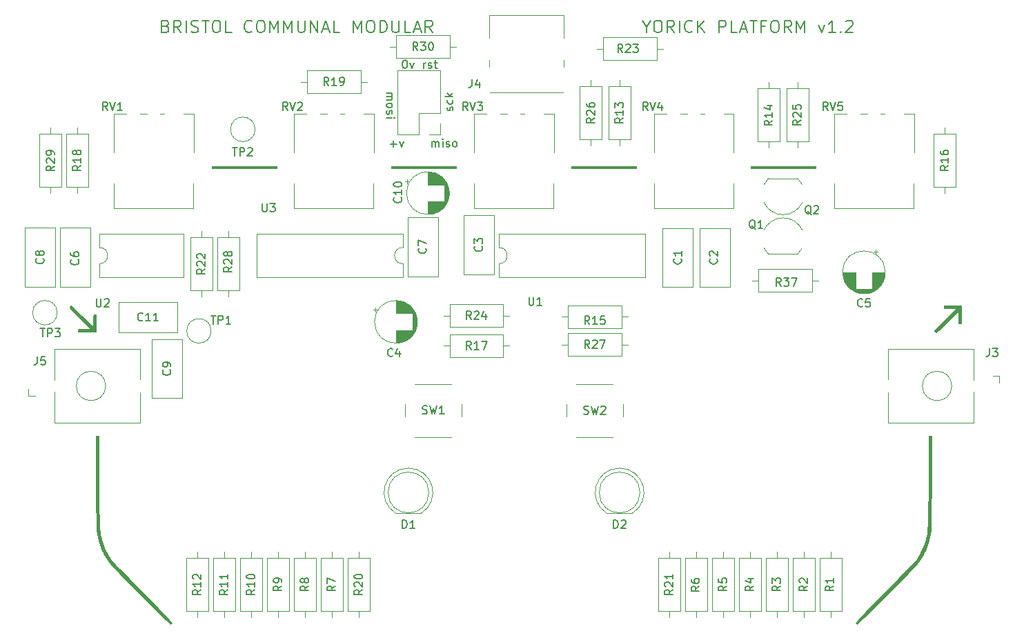
<source format=gto>
%TF.GenerationSoftware,KiCad,Pcbnew,9.0.3*%
%TF.CreationDate,2025-07-31T22:21:15+01:00*%
%TF.ProjectId,Yorick,596f7269-636b-42e6-9b69-6361645f7063,1.2*%
%TF.SameCoordinates,Original*%
%TF.FileFunction,Legend,Top*%
%TF.FilePolarity,Positive*%
%FSLAX46Y46*%
G04 Gerber Fmt 4.6, Leading zero omitted, Abs format (unit mm)*
G04 Created by KiCad (PCBNEW 9.0.3) date 2025-07-31 22:21:15*
%MOMM*%
%LPD*%
G01*
G04 APERTURE LIST*
%ADD10C,0.150000*%
%ADD11C,0.120000*%
%ADD12C,0.000000*%
G04 APERTURE END LIST*
D10*
X58867826Y-34836914D02*
X59082112Y-34908342D01*
X59082112Y-34908342D02*
X59153541Y-34979771D01*
X59153541Y-34979771D02*
X59224969Y-35122628D01*
X59224969Y-35122628D02*
X59224969Y-35336914D01*
X59224969Y-35336914D02*
X59153541Y-35479771D01*
X59153541Y-35479771D02*
X59082112Y-35551200D01*
X59082112Y-35551200D02*
X58939255Y-35622628D01*
X58939255Y-35622628D02*
X58367826Y-35622628D01*
X58367826Y-35622628D02*
X58367826Y-34122628D01*
X58367826Y-34122628D02*
X58867826Y-34122628D01*
X58867826Y-34122628D02*
X59010684Y-34194057D01*
X59010684Y-34194057D02*
X59082112Y-34265485D01*
X59082112Y-34265485D02*
X59153541Y-34408342D01*
X59153541Y-34408342D02*
X59153541Y-34551200D01*
X59153541Y-34551200D02*
X59082112Y-34694057D01*
X59082112Y-34694057D02*
X59010684Y-34765485D01*
X59010684Y-34765485D02*
X58867826Y-34836914D01*
X58867826Y-34836914D02*
X58367826Y-34836914D01*
X60724969Y-35622628D02*
X60224969Y-34908342D01*
X59867826Y-35622628D02*
X59867826Y-34122628D01*
X59867826Y-34122628D02*
X60439255Y-34122628D01*
X60439255Y-34122628D02*
X60582112Y-34194057D01*
X60582112Y-34194057D02*
X60653541Y-34265485D01*
X60653541Y-34265485D02*
X60724969Y-34408342D01*
X60724969Y-34408342D02*
X60724969Y-34622628D01*
X60724969Y-34622628D02*
X60653541Y-34765485D01*
X60653541Y-34765485D02*
X60582112Y-34836914D01*
X60582112Y-34836914D02*
X60439255Y-34908342D01*
X60439255Y-34908342D02*
X59867826Y-34908342D01*
X61367826Y-35622628D02*
X61367826Y-34122628D01*
X62010684Y-35551200D02*
X62224970Y-35622628D01*
X62224970Y-35622628D02*
X62582112Y-35622628D01*
X62582112Y-35622628D02*
X62724970Y-35551200D01*
X62724970Y-35551200D02*
X62796398Y-35479771D01*
X62796398Y-35479771D02*
X62867827Y-35336914D01*
X62867827Y-35336914D02*
X62867827Y-35194057D01*
X62867827Y-35194057D02*
X62796398Y-35051200D01*
X62796398Y-35051200D02*
X62724970Y-34979771D01*
X62724970Y-34979771D02*
X62582112Y-34908342D01*
X62582112Y-34908342D02*
X62296398Y-34836914D01*
X62296398Y-34836914D02*
X62153541Y-34765485D01*
X62153541Y-34765485D02*
X62082112Y-34694057D01*
X62082112Y-34694057D02*
X62010684Y-34551200D01*
X62010684Y-34551200D02*
X62010684Y-34408342D01*
X62010684Y-34408342D02*
X62082112Y-34265485D01*
X62082112Y-34265485D02*
X62153541Y-34194057D01*
X62153541Y-34194057D02*
X62296398Y-34122628D01*
X62296398Y-34122628D02*
X62653541Y-34122628D01*
X62653541Y-34122628D02*
X62867827Y-34194057D01*
X63296398Y-34122628D02*
X64153541Y-34122628D01*
X63724969Y-35622628D02*
X63724969Y-34122628D01*
X64939255Y-34122628D02*
X65224969Y-34122628D01*
X65224969Y-34122628D02*
X65367826Y-34194057D01*
X65367826Y-34194057D02*
X65510683Y-34336914D01*
X65510683Y-34336914D02*
X65582112Y-34622628D01*
X65582112Y-34622628D02*
X65582112Y-35122628D01*
X65582112Y-35122628D02*
X65510683Y-35408342D01*
X65510683Y-35408342D02*
X65367826Y-35551200D01*
X65367826Y-35551200D02*
X65224969Y-35622628D01*
X65224969Y-35622628D02*
X64939255Y-35622628D01*
X64939255Y-35622628D02*
X64796398Y-35551200D01*
X64796398Y-35551200D02*
X64653540Y-35408342D01*
X64653540Y-35408342D02*
X64582112Y-35122628D01*
X64582112Y-35122628D02*
X64582112Y-34622628D01*
X64582112Y-34622628D02*
X64653540Y-34336914D01*
X64653540Y-34336914D02*
X64796398Y-34194057D01*
X64796398Y-34194057D02*
X64939255Y-34122628D01*
X66939255Y-35622628D02*
X66224969Y-35622628D01*
X66224969Y-35622628D02*
X66224969Y-34122628D01*
X69439255Y-35479771D02*
X69367827Y-35551200D01*
X69367827Y-35551200D02*
X69153541Y-35622628D01*
X69153541Y-35622628D02*
X69010684Y-35622628D01*
X69010684Y-35622628D02*
X68796398Y-35551200D01*
X68796398Y-35551200D02*
X68653541Y-35408342D01*
X68653541Y-35408342D02*
X68582112Y-35265485D01*
X68582112Y-35265485D02*
X68510684Y-34979771D01*
X68510684Y-34979771D02*
X68510684Y-34765485D01*
X68510684Y-34765485D02*
X68582112Y-34479771D01*
X68582112Y-34479771D02*
X68653541Y-34336914D01*
X68653541Y-34336914D02*
X68796398Y-34194057D01*
X68796398Y-34194057D02*
X69010684Y-34122628D01*
X69010684Y-34122628D02*
X69153541Y-34122628D01*
X69153541Y-34122628D02*
X69367827Y-34194057D01*
X69367827Y-34194057D02*
X69439255Y-34265485D01*
X70367827Y-34122628D02*
X70653541Y-34122628D01*
X70653541Y-34122628D02*
X70796398Y-34194057D01*
X70796398Y-34194057D02*
X70939255Y-34336914D01*
X70939255Y-34336914D02*
X71010684Y-34622628D01*
X71010684Y-34622628D02*
X71010684Y-35122628D01*
X71010684Y-35122628D02*
X70939255Y-35408342D01*
X70939255Y-35408342D02*
X70796398Y-35551200D01*
X70796398Y-35551200D02*
X70653541Y-35622628D01*
X70653541Y-35622628D02*
X70367827Y-35622628D01*
X70367827Y-35622628D02*
X70224970Y-35551200D01*
X70224970Y-35551200D02*
X70082112Y-35408342D01*
X70082112Y-35408342D02*
X70010684Y-35122628D01*
X70010684Y-35122628D02*
X70010684Y-34622628D01*
X70010684Y-34622628D02*
X70082112Y-34336914D01*
X70082112Y-34336914D02*
X70224970Y-34194057D01*
X70224970Y-34194057D02*
X70367827Y-34122628D01*
X71653541Y-35622628D02*
X71653541Y-34122628D01*
X71653541Y-34122628D02*
X72153541Y-35194057D01*
X72153541Y-35194057D02*
X72653541Y-34122628D01*
X72653541Y-34122628D02*
X72653541Y-35622628D01*
X73367827Y-35622628D02*
X73367827Y-34122628D01*
X73367827Y-34122628D02*
X73867827Y-35194057D01*
X73867827Y-35194057D02*
X74367827Y-34122628D01*
X74367827Y-34122628D02*
X74367827Y-35622628D01*
X75082113Y-34122628D02*
X75082113Y-35336914D01*
X75082113Y-35336914D02*
X75153542Y-35479771D01*
X75153542Y-35479771D02*
X75224971Y-35551200D01*
X75224971Y-35551200D02*
X75367828Y-35622628D01*
X75367828Y-35622628D02*
X75653542Y-35622628D01*
X75653542Y-35622628D02*
X75796399Y-35551200D01*
X75796399Y-35551200D02*
X75867828Y-35479771D01*
X75867828Y-35479771D02*
X75939256Y-35336914D01*
X75939256Y-35336914D02*
X75939256Y-34122628D01*
X76653542Y-35622628D02*
X76653542Y-34122628D01*
X76653542Y-34122628D02*
X77510685Y-35622628D01*
X77510685Y-35622628D02*
X77510685Y-34122628D01*
X78153543Y-35194057D02*
X78867829Y-35194057D01*
X78010686Y-35622628D02*
X78510686Y-34122628D01*
X78510686Y-34122628D02*
X79010686Y-35622628D01*
X80224971Y-35622628D02*
X79510685Y-35622628D01*
X79510685Y-35622628D02*
X79510685Y-34122628D01*
X81867828Y-35622628D02*
X81867828Y-34122628D01*
X81867828Y-34122628D02*
X82367828Y-35194057D01*
X82367828Y-35194057D02*
X82867828Y-34122628D01*
X82867828Y-34122628D02*
X82867828Y-35622628D01*
X83867829Y-34122628D02*
X84153543Y-34122628D01*
X84153543Y-34122628D02*
X84296400Y-34194057D01*
X84296400Y-34194057D02*
X84439257Y-34336914D01*
X84439257Y-34336914D02*
X84510686Y-34622628D01*
X84510686Y-34622628D02*
X84510686Y-35122628D01*
X84510686Y-35122628D02*
X84439257Y-35408342D01*
X84439257Y-35408342D02*
X84296400Y-35551200D01*
X84296400Y-35551200D02*
X84153543Y-35622628D01*
X84153543Y-35622628D02*
X83867829Y-35622628D01*
X83867829Y-35622628D02*
X83724972Y-35551200D01*
X83724972Y-35551200D02*
X83582114Y-35408342D01*
X83582114Y-35408342D02*
X83510686Y-35122628D01*
X83510686Y-35122628D02*
X83510686Y-34622628D01*
X83510686Y-34622628D02*
X83582114Y-34336914D01*
X83582114Y-34336914D02*
X83724972Y-34194057D01*
X83724972Y-34194057D02*
X83867829Y-34122628D01*
X85153543Y-35622628D02*
X85153543Y-34122628D01*
X85153543Y-34122628D02*
X85510686Y-34122628D01*
X85510686Y-34122628D02*
X85724972Y-34194057D01*
X85724972Y-34194057D02*
X85867829Y-34336914D01*
X85867829Y-34336914D02*
X85939258Y-34479771D01*
X85939258Y-34479771D02*
X86010686Y-34765485D01*
X86010686Y-34765485D02*
X86010686Y-34979771D01*
X86010686Y-34979771D02*
X85939258Y-35265485D01*
X85939258Y-35265485D02*
X85867829Y-35408342D01*
X85867829Y-35408342D02*
X85724972Y-35551200D01*
X85724972Y-35551200D02*
X85510686Y-35622628D01*
X85510686Y-35622628D02*
X85153543Y-35622628D01*
X86653543Y-34122628D02*
X86653543Y-35336914D01*
X86653543Y-35336914D02*
X86724972Y-35479771D01*
X86724972Y-35479771D02*
X86796401Y-35551200D01*
X86796401Y-35551200D02*
X86939258Y-35622628D01*
X86939258Y-35622628D02*
X87224972Y-35622628D01*
X87224972Y-35622628D02*
X87367829Y-35551200D01*
X87367829Y-35551200D02*
X87439258Y-35479771D01*
X87439258Y-35479771D02*
X87510686Y-35336914D01*
X87510686Y-35336914D02*
X87510686Y-34122628D01*
X88939258Y-35622628D02*
X88224972Y-35622628D01*
X88224972Y-35622628D02*
X88224972Y-34122628D01*
X89367830Y-35194057D02*
X90082116Y-35194057D01*
X89224973Y-35622628D02*
X89724973Y-34122628D01*
X89724973Y-34122628D02*
X90224973Y-35622628D01*
X91582115Y-35622628D02*
X91082115Y-34908342D01*
X90724972Y-35622628D02*
X90724972Y-34122628D01*
X90724972Y-34122628D02*
X91296401Y-34122628D01*
X91296401Y-34122628D02*
X91439258Y-34194057D01*
X91439258Y-34194057D02*
X91510687Y-34265485D01*
X91510687Y-34265485D02*
X91582115Y-34408342D01*
X91582115Y-34408342D02*
X91582115Y-34622628D01*
X91582115Y-34622628D02*
X91510687Y-34765485D01*
X91510687Y-34765485D02*
X91439258Y-34836914D01*
X91439258Y-34836914D02*
X91296401Y-34908342D01*
X91296401Y-34908342D02*
X90724972Y-34908342D01*
X88157255Y-39001819D02*
X88252493Y-39001819D01*
X88252493Y-39001819D02*
X88347731Y-39049438D01*
X88347731Y-39049438D02*
X88395350Y-39097057D01*
X88395350Y-39097057D02*
X88442969Y-39192295D01*
X88442969Y-39192295D02*
X88490588Y-39382771D01*
X88490588Y-39382771D02*
X88490588Y-39620866D01*
X88490588Y-39620866D02*
X88442969Y-39811342D01*
X88442969Y-39811342D02*
X88395350Y-39906580D01*
X88395350Y-39906580D02*
X88347731Y-39954200D01*
X88347731Y-39954200D02*
X88252493Y-40001819D01*
X88252493Y-40001819D02*
X88157255Y-40001819D01*
X88157255Y-40001819D02*
X88062017Y-39954200D01*
X88062017Y-39954200D02*
X88014398Y-39906580D01*
X88014398Y-39906580D02*
X87966779Y-39811342D01*
X87966779Y-39811342D02*
X87919160Y-39620866D01*
X87919160Y-39620866D02*
X87919160Y-39382771D01*
X87919160Y-39382771D02*
X87966779Y-39192295D01*
X87966779Y-39192295D02*
X88014398Y-39097057D01*
X88014398Y-39097057D02*
X88062017Y-39049438D01*
X88062017Y-39049438D02*
X88157255Y-39001819D01*
X88823922Y-39335152D02*
X89062017Y-40001819D01*
X89062017Y-40001819D02*
X89300112Y-39335152D01*
X117835541Y-34908342D02*
X117835541Y-35622628D01*
X117335541Y-34122628D02*
X117835541Y-34908342D01*
X117835541Y-34908342D02*
X118335541Y-34122628D01*
X119121255Y-34122628D02*
X119406969Y-34122628D01*
X119406969Y-34122628D02*
X119549826Y-34194057D01*
X119549826Y-34194057D02*
X119692683Y-34336914D01*
X119692683Y-34336914D02*
X119764112Y-34622628D01*
X119764112Y-34622628D02*
X119764112Y-35122628D01*
X119764112Y-35122628D02*
X119692683Y-35408342D01*
X119692683Y-35408342D02*
X119549826Y-35551200D01*
X119549826Y-35551200D02*
X119406969Y-35622628D01*
X119406969Y-35622628D02*
X119121255Y-35622628D01*
X119121255Y-35622628D02*
X118978398Y-35551200D01*
X118978398Y-35551200D02*
X118835540Y-35408342D01*
X118835540Y-35408342D02*
X118764112Y-35122628D01*
X118764112Y-35122628D02*
X118764112Y-34622628D01*
X118764112Y-34622628D02*
X118835540Y-34336914D01*
X118835540Y-34336914D02*
X118978398Y-34194057D01*
X118978398Y-34194057D02*
X119121255Y-34122628D01*
X121264112Y-35622628D02*
X120764112Y-34908342D01*
X120406969Y-35622628D02*
X120406969Y-34122628D01*
X120406969Y-34122628D02*
X120978398Y-34122628D01*
X120978398Y-34122628D02*
X121121255Y-34194057D01*
X121121255Y-34194057D02*
X121192684Y-34265485D01*
X121192684Y-34265485D02*
X121264112Y-34408342D01*
X121264112Y-34408342D02*
X121264112Y-34622628D01*
X121264112Y-34622628D02*
X121192684Y-34765485D01*
X121192684Y-34765485D02*
X121121255Y-34836914D01*
X121121255Y-34836914D02*
X120978398Y-34908342D01*
X120978398Y-34908342D02*
X120406969Y-34908342D01*
X121906969Y-35622628D02*
X121906969Y-34122628D01*
X123478398Y-35479771D02*
X123406970Y-35551200D01*
X123406970Y-35551200D02*
X123192684Y-35622628D01*
X123192684Y-35622628D02*
X123049827Y-35622628D01*
X123049827Y-35622628D02*
X122835541Y-35551200D01*
X122835541Y-35551200D02*
X122692684Y-35408342D01*
X122692684Y-35408342D02*
X122621255Y-35265485D01*
X122621255Y-35265485D02*
X122549827Y-34979771D01*
X122549827Y-34979771D02*
X122549827Y-34765485D01*
X122549827Y-34765485D02*
X122621255Y-34479771D01*
X122621255Y-34479771D02*
X122692684Y-34336914D01*
X122692684Y-34336914D02*
X122835541Y-34194057D01*
X122835541Y-34194057D02*
X123049827Y-34122628D01*
X123049827Y-34122628D02*
X123192684Y-34122628D01*
X123192684Y-34122628D02*
X123406970Y-34194057D01*
X123406970Y-34194057D02*
X123478398Y-34265485D01*
X124121255Y-35622628D02*
X124121255Y-34122628D01*
X124978398Y-35622628D02*
X124335541Y-34765485D01*
X124978398Y-34122628D02*
X124121255Y-34979771D01*
X126764112Y-35622628D02*
X126764112Y-34122628D01*
X126764112Y-34122628D02*
X127335541Y-34122628D01*
X127335541Y-34122628D02*
X127478398Y-34194057D01*
X127478398Y-34194057D02*
X127549827Y-34265485D01*
X127549827Y-34265485D02*
X127621255Y-34408342D01*
X127621255Y-34408342D02*
X127621255Y-34622628D01*
X127621255Y-34622628D02*
X127549827Y-34765485D01*
X127549827Y-34765485D02*
X127478398Y-34836914D01*
X127478398Y-34836914D02*
X127335541Y-34908342D01*
X127335541Y-34908342D02*
X126764112Y-34908342D01*
X128978398Y-35622628D02*
X128264112Y-35622628D01*
X128264112Y-35622628D02*
X128264112Y-34122628D01*
X129406970Y-35194057D02*
X130121256Y-35194057D01*
X129264113Y-35622628D02*
X129764113Y-34122628D01*
X129764113Y-34122628D02*
X130264113Y-35622628D01*
X130549827Y-34122628D02*
X131406970Y-34122628D01*
X130978398Y-35622628D02*
X130978398Y-34122628D01*
X132406969Y-34836914D02*
X131906969Y-34836914D01*
X131906969Y-35622628D02*
X131906969Y-34122628D01*
X131906969Y-34122628D02*
X132621255Y-34122628D01*
X133478398Y-34122628D02*
X133764112Y-34122628D01*
X133764112Y-34122628D02*
X133906969Y-34194057D01*
X133906969Y-34194057D02*
X134049826Y-34336914D01*
X134049826Y-34336914D02*
X134121255Y-34622628D01*
X134121255Y-34622628D02*
X134121255Y-35122628D01*
X134121255Y-35122628D02*
X134049826Y-35408342D01*
X134049826Y-35408342D02*
X133906969Y-35551200D01*
X133906969Y-35551200D02*
X133764112Y-35622628D01*
X133764112Y-35622628D02*
X133478398Y-35622628D01*
X133478398Y-35622628D02*
X133335541Y-35551200D01*
X133335541Y-35551200D02*
X133192683Y-35408342D01*
X133192683Y-35408342D02*
X133121255Y-35122628D01*
X133121255Y-35122628D02*
X133121255Y-34622628D01*
X133121255Y-34622628D02*
X133192683Y-34336914D01*
X133192683Y-34336914D02*
X133335541Y-34194057D01*
X133335541Y-34194057D02*
X133478398Y-34122628D01*
X135621255Y-35622628D02*
X135121255Y-34908342D01*
X134764112Y-35622628D02*
X134764112Y-34122628D01*
X134764112Y-34122628D02*
X135335541Y-34122628D01*
X135335541Y-34122628D02*
X135478398Y-34194057D01*
X135478398Y-34194057D02*
X135549827Y-34265485D01*
X135549827Y-34265485D02*
X135621255Y-34408342D01*
X135621255Y-34408342D02*
X135621255Y-34622628D01*
X135621255Y-34622628D02*
X135549827Y-34765485D01*
X135549827Y-34765485D02*
X135478398Y-34836914D01*
X135478398Y-34836914D02*
X135335541Y-34908342D01*
X135335541Y-34908342D02*
X134764112Y-34908342D01*
X136264112Y-35622628D02*
X136264112Y-34122628D01*
X136264112Y-34122628D02*
X136764112Y-35194057D01*
X136764112Y-35194057D02*
X137264112Y-34122628D01*
X137264112Y-34122628D02*
X137264112Y-35622628D01*
X138978398Y-34622628D02*
X139335541Y-35622628D01*
X139335541Y-35622628D02*
X139692684Y-34622628D01*
X141049827Y-35622628D02*
X140192684Y-35622628D01*
X140621255Y-35622628D02*
X140621255Y-34122628D01*
X140621255Y-34122628D02*
X140478398Y-34336914D01*
X140478398Y-34336914D02*
X140335541Y-34479771D01*
X140335541Y-34479771D02*
X140192684Y-34551200D01*
X141692683Y-35479771D02*
X141764112Y-35551200D01*
X141764112Y-35551200D02*
X141692683Y-35622628D01*
X141692683Y-35622628D02*
X141621255Y-35551200D01*
X141621255Y-35551200D02*
X141692683Y-35479771D01*
X141692683Y-35479771D02*
X141692683Y-35622628D01*
X142335541Y-34265485D02*
X142406969Y-34194057D01*
X142406969Y-34194057D02*
X142549827Y-34122628D01*
X142549827Y-34122628D02*
X142906969Y-34122628D01*
X142906969Y-34122628D02*
X143049827Y-34194057D01*
X143049827Y-34194057D02*
X143121255Y-34265485D01*
X143121255Y-34265485D02*
X143192684Y-34408342D01*
X143192684Y-34408342D02*
X143192684Y-34551200D01*
X143192684Y-34551200D02*
X143121255Y-34765485D01*
X143121255Y-34765485D02*
X142264112Y-35622628D01*
X142264112Y-35622628D02*
X143192684Y-35622628D01*
X86442779Y-49272866D02*
X87204684Y-49272866D01*
X86823731Y-49653819D02*
X86823731Y-48891914D01*
X87585636Y-48987152D02*
X87823731Y-49653819D01*
X87823731Y-49653819D02*
X88061826Y-48987152D01*
X85982180Y-43008779D02*
X86648847Y-43008779D01*
X86553609Y-43008779D02*
X86601228Y-43056398D01*
X86601228Y-43056398D02*
X86648847Y-43151636D01*
X86648847Y-43151636D02*
X86648847Y-43294493D01*
X86648847Y-43294493D02*
X86601228Y-43389731D01*
X86601228Y-43389731D02*
X86505990Y-43437350D01*
X86505990Y-43437350D02*
X85982180Y-43437350D01*
X86505990Y-43437350D02*
X86601228Y-43484969D01*
X86601228Y-43484969D02*
X86648847Y-43580207D01*
X86648847Y-43580207D02*
X86648847Y-43723064D01*
X86648847Y-43723064D02*
X86601228Y-43818303D01*
X86601228Y-43818303D02*
X86505990Y-43865922D01*
X86505990Y-43865922D02*
X85982180Y-43865922D01*
X85982180Y-44484969D02*
X86029800Y-44389731D01*
X86029800Y-44389731D02*
X86077419Y-44342112D01*
X86077419Y-44342112D02*
X86172657Y-44294493D01*
X86172657Y-44294493D02*
X86458371Y-44294493D01*
X86458371Y-44294493D02*
X86553609Y-44342112D01*
X86553609Y-44342112D02*
X86601228Y-44389731D01*
X86601228Y-44389731D02*
X86648847Y-44484969D01*
X86648847Y-44484969D02*
X86648847Y-44627826D01*
X86648847Y-44627826D02*
X86601228Y-44723064D01*
X86601228Y-44723064D02*
X86553609Y-44770683D01*
X86553609Y-44770683D02*
X86458371Y-44818302D01*
X86458371Y-44818302D02*
X86172657Y-44818302D01*
X86172657Y-44818302D02*
X86077419Y-44770683D01*
X86077419Y-44770683D02*
X86029800Y-44723064D01*
X86029800Y-44723064D02*
X85982180Y-44627826D01*
X85982180Y-44627826D02*
X85982180Y-44484969D01*
X86029800Y-45199255D02*
X85982180Y-45294493D01*
X85982180Y-45294493D02*
X85982180Y-45484969D01*
X85982180Y-45484969D02*
X86029800Y-45580207D01*
X86029800Y-45580207D02*
X86125038Y-45627826D01*
X86125038Y-45627826D02*
X86172657Y-45627826D01*
X86172657Y-45627826D02*
X86267895Y-45580207D01*
X86267895Y-45580207D02*
X86315514Y-45484969D01*
X86315514Y-45484969D02*
X86315514Y-45342112D01*
X86315514Y-45342112D02*
X86363133Y-45246874D01*
X86363133Y-45246874D02*
X86458371Y-45199255D01*
X86458371Y-45199255D02*
X86505990Y-45199255D01*
X86505990Y-45199255D02*
X86601228Y-45246874D01*
X86601228Y-45246874D02*
X86648847Y-45342112D01*
X86648847Y-45342112D02*
X86648847Y-45484969D01*
X86648847Y-45484969D02*
X86601228Y-45580207D01*
X85982180Y-46056398D02*
X86648847Y-46056398D01*
X86982180Y-46056398D02*
X86934561Y-46008779D01*
X86934561Y-46008779D02*
X86886942Y-46056398D01*
X86886942Y-46056398D02*
X86934561Y-46104017D01*
X86934561Y-46104017D02*
X86982180Y-46056398D01*
X86982180Y-46056398D02*
X86886942Y-46056398D01*
X91522779Y-49653819D02*
X91522779Y-48987152D01*
X91522779Y-49082390D02*
X91570398Y-49034771D01*
X91570398Y-49034771D02*
X91665636Y-48987152D01*
X91665636Y-48987152D02*
X91808493Y-48987152D01*
X91808493Y-48987152D02*
X91903731Y-49034771D01*
X91903731Y-49034771D02*
X91951350Y-49130009D01*
X91951350Y-49130009D02*
X91951350Y-49653819D01*
X91951350Y-49130009D02*
X91998969Y-49034771D01*
X91998969Y-49034771D02*
X92094207Y-48987152D01*
X92094207Y-48987152D02*
X92237064Y-48987152D01*
X92237064Y-48987152D02*
X92332303Y-49034771D01*
X92332303Y-49034771D02*
X92379922Y-49130009D01*
X92379922Y-49130009D02*
X92379922Y-49653819D01*
X92856112Y-49653819D02*
X92856112Y-48987152D01*
X92856112Y-48653819D02*
X92808493Y-48701438D01*
X92808493Y-48701438D02*
X92856112Y-48749057D01*
X92856112Y-48749057D02*
X92903731Y-48701438D01*
X92903731Y-48701438D02*
X92856112Y-48653819D01*
X92856112Y-48653819D02*
X92856112Y-48749057D01*
X93284683Y-49606200D02*
X93379921Y-49653819D01*
X93379921Y-49653819D02*
X93570397Y-49653819D01*
X93570397Y-49653819D02*
X93665635Y-49606200D01*
X93665635Y-49606200D02*
X93713254Y-49510961D01*
X93713254Y-49510961D02*
X93713254Y-49463342D01*
X93713254Y-49463342D02*
X93665635Y-49368104D01*
X93665635Y-49368104D02*
X93570397Y-49320485D01*
X93570397Y-49320485D02*
X93427540Y-49320485D01*
X93427540Y-49320485D02*
X93332302Y-49272866D01*
X93332302Y-49272866D02*
X93284683Y-49177628D01*
X93284683Y-49177628D02*
X93284683Y-49130009D01*
X93284683Y-49130009D02*
X93332302Y-49034771D01*
X93332302Y-49034771D02*
X93427540Y-48987152D01*
X93427540Y-48987152D02*
X93570397Y-48987152D01*
X93570397Y-48987152D02*
X93665635Y-49034771D01*
X94284683Y-49653819D02*
X94189445Y-49606200D01*
X94189445Y-49606200D02*
X94141826Y-49558580D01*
X94141826Y-49558580D02*
X94094207Y-49463342D01*
X94094207Y-49463342D02*
X94094207Y-49177628D01*
X94094207Y-49177628D02*
X94141826Y-49082390D01*
X94141826Y-49082390D02*
X94189445Y-49034771D01*
X94189445Y-49034771D02*
X94284683Y-48987152D01*
X94284683Y-48987152D02*
X94427540Y-48987152D01*
X94427540Y-48987152D02*
X94522778Y-49034771D01*
X94522778Y-49034771D02*
X94570397Y-49082390D01*
X94570397Y-49082390D02*
X94618016Y-49177628D01*
X94618016Y-49177628D02*
X94618016Y-49463342D01*
X94618016Y-49463342D02*
X94570397Y-49558580D01*
X94570397Y-49558580D02*
X94522778Y-49606200D01*
X94522778Y-49606200D02*
X94427540Y-49653819D01*
X94427540Y-49653819D02*
X94284683Y-49653819D01*
X90506779Y-40001819D02*
X90506779Y-39335152D01*
X90506779Y-39525628D02*
X90554398Y-39430390D01*
X90554398Y-39430390D02*
X90602017Y-39382771D01*
X90602017Y-39382771D02*
X90697255Y-39335152D01*
X90697255Y-39335152D02*
X90792493Y-39335152D01*
X91078208Y-39954200D02*
X91173446Y-40001819D01*
X91173446Y-40001819D02*
X91363922Y-40001819D01*
X91363922Y-40001819D02*
X91459160Y-39954200D01*
X91459160Y-39954200D02*
X91506779Y-39858961D01*
X91506779Y-39858961D02*
X91506779Y-39811342D01*
X91506779Y-39811342D02*
X91459160Y-39716104D01*
X91459160Y-39716104D02*
X91363922Y-39668485D01*
X91363922Y-39668485D02*
X91221065Y-39668485D01*
X91221065Y-39668485D02*
X91125827Y-39620866D01*
X91125827Y-39620866D02*
X91078208Y-39525628D01*
X91078208Y-39525628D02*
X91078208Y-39478009D01*
X91078208Y-39478009D02*
X91125827Y-39382771D01*
X91125827Y-39382771D02*
X91221065Y-39335152D01*
X91221065Y-39335152D02*
X91363922Y-39335152D01*
X91363922Y-39335152D02*
X91459160Y-39382771D01*
X91792494Y-39335152D02*
X92173446Y-39335152D01*
X91935351Y-39001819D02*
X91935351Y-39858961D01*
X91935351Y-39858961D02*
X91982970Y-39954200D01*
X91982970Y-39954200D02*
X92078208Y-40001819D01*
X92078208Y-40001819D02*
X92173446Y-40001819D01*
X94056200Y-45176839D02*
X94103819Y-45081601D01*
X94103819Y-45081601D02*
X94103819Y-44891125D01*
X94103819Y-44891125D02*
X94056200Y-44795887D01*
X94056200Y-44795887D02*
X93960961Y-44748268D01*
X93960961Y-44748268D02*
X93913342Y-44748268D01*
X93913342Y-44748268D02*
X93818104Y-44795887D01*
X93818104Y-44795887D02*
X93770485Y-44891125D01*
X93770485Y-44891125D02*
X93770485Y-45033982D01*
X93770485Y-45033982D02*
X93722866Y-45129220D01*
X93722866Y-45129220D02*
X93627628Y-45176839D01*
X93627628Y-45176839D02*
X93580009Y-45176839D01*
X93580009Y-45176839D02*
X93484771Y-45129220D01*
X93484771Y-45129220D02*
X93437152Y-45033982D01*
X93437152Y-45033982D02*
X93437152Y-44891125D01*
X93437152Y-44891125D02*
X93484771Y-44795887D01*
X94056200Y-43891125D02*
X94103819Y-43986363D01*
X94103819Y-43986363D02*
X94103819Y-44176839D01*
X94103819Y-44176839D02*
X94056200Y-44272077D01*
X94056200Y-44272077D02*
X94008580Y-44319696D01*
X94008580Y-44319696D02*
X93913342Y-44367315D01*
X93913342Y-44367315D02*
X93627628Y-44367315D01*
X93627628Y-44367315D02*
X93532390Y-44319696D01*
X93532390Y-44319696D02*
X93484771Y-44272077D01*
X93484771Y-44272077D02*
X93437152Y-44176839D01*
X93437152Y-44176839D02*
X93437152Y-43986363D01*
X93437152Y-43986363D02*
X93484771Y-43891125D01*
X94103819Y-43462553D02*
X93103819Y-43462553D01*
X93722866Y-43367315D02*
X94103819Y-43081601D01*
X93437152Y-43081601D02*
X93818104Y-43462553D01*
X90373467Y-82377200D02*
X90516324Y-82424819D01*
X90516324Y-82424819D02*
X90754419Y-82424819D01*
X90754419Y-82424819D02*
X90849657Y-82377200D01*
X90849657Y-82377200D02*
X90897276Y-82329580D01*
X90897276Y-82329580D02*
X90944895Y-82234342D01*
X90944895Y-82234342D02*
X90944895Y-82139104D01*
X90944895Y-82139104D02*
X90897276Y-82043866D01*
X90897276Y-82043866D02*
X90849657Y-81996247D01*
X90849657Y-81996247D02*
X90754419Y-81948628D01*
X90754419Y-81948628D02*
X90563943Y-81901009D01*
X90563943Y-81901009D02*
X90468705Y-81853390D01*
X90468705Y-81853390D02*
X90421086Y-81805771D01*
X90421086Y-81805771D02*
X90373467Y-81710533D01*
X90373467Y-81710533D02*
X90373467Y-81615295D01*
X90373467Y-81615295D02*
X90421086Y-81520057D01*
X90421086Y-81520057D02*
X90468705Y-81472438D01*
X90468705Y-81472438D02*
X90563943Y-81424819D01*
X90563943Y-81424819D02*
X90802038Y-81424819D01*
X90802038Y-81424819D02*
X90944895Y-81472438D01*
X91278229Y-81424819D02*
X91516324Y-82424819D01*
X91516324Y-82424819D02*
X91706800Y-81710533D01*
X91706800Y-81710533D02*
X91897276Y-82424819D01*
X91897276Y-82424819D02*
X92135372Y-81424819D01*
X93040133Y-82424819D02*
X92468705Y-82424819D01*
X92754419Y-82424819D02*
X92754419Y-81424819D01*
X92754419Y-81424819D02*
X92659181Y-81567676D01*
X92659181Y-81567676D02*
X92563943Y-81662914D01*
X92563943Y-81662914D02*
X92468705Y-81710533D01*
X43100666Y-75400819D02*
X43100666Y-76115104D01*
X43100666Y-76115104D02*
X43053047Y-76257961D01*
X43053047Y-76257961D02*
X42957809Y-76353200D01*
X42957809Y-76353200D02*
X42814952Y-76400819D01*
X42814952Y-76400819D02*
X42719714Y-76400819D01*
X44053047Y-75400819D02*
X43576857Y-75400819D01*
X43576857Y-75400819D02*
X43529238Y-75877009D01*
X43529238Y-75877009D02*
X43576857Y-75829390D01*
X43576857Y-75829390D02*
X43672095Y-75781771D01*
X43672095Y-75781771D02*
X43910190Y-75781771D01*
X43910190Y-75781771D02*
X44005428Y-75829390D01*
X44005428Y-75829390D02*
X44053047Y-75877009D01*
X44053047Y-75877009D02*
X44100666Y-75972247D01*
X44100666Y-75972247D02*
X44100666Y-76210342D01*
X44100666Y-76210342D02*
X44053047Y-76305580D01*
X44053047Y-76305580D02*
X44005428Y-76353200D01*
X44005428Y-76353200D02*
X43910190Y-76400819D01*
X43910190Y-76400819D02*
X43672095Y-76400819D01*
X43672095Y-76400819D02*
X43576857Y-76353200D01*
X43576857Y-76353200D02*
X43529238Y-76305580D01*
X131222761Y-59732057D02*
X131127523Y-59684438D01*
X131127523Y-59684438D02*
X131032285Y-59589200D01*
X131032285Y-59589200D02*
X130889428Y-59446342D01*
X130889428Y-59446342D02*
X130794190Y-59398723D01*
X130794190Y-59398723D02*
X130698952Y-59398723D01*
X130746571Y-59636819D02*
X130651333Y-59589200D01*
X130651333Y-59589200D02*
X130556095Y-59493961D01*
X130556095Y-59493961D02*
X130508476Y-59303485D01*
X130508476Y-59303485D02*
X130508476Y-58970152D01*
X130508476Y-58970152D02*
X130556095Y-58779676D01*
X130556095Y-58779676D02*
X130651333Y-58684438D01*
X130651333Y-58684438D02*
X130746571Y-58636819D01*
X130746571Y-58636819D02*
X130937047Y-58636819D01*
X130937047Y-58636819D02*
X131032285Y-58684438D01*
X131032285Y-58684438D02*
X131127523Y-58779676D01*
X131127523Y-58779676D02*
X131175142Y-58970152D01*
X131175142Y-58970152D02*
X131175142Y-59303485D01*
X131175142Y-59303485D02*
X131127523Y-59493961D01*
X131127523Y-59493961D02*
X131032285Y-59589200D01*
X131032285Y-59589200D02*
X130937047Y-59636819D01*
X130937047Y-59636819D02*
X130746571Y-59636819D01*
X132127523Y-59636819D02*
X131556095Y-59636819D01*
X131841809Y-59636819D02*
X131841809Y-58636819D01*
X131841809Y-58636819D02*
X131746571Y-58779676D01*
X131746571Y-58779676D02*
X131651333Y-58874914D01*
X131651333Y-58874914D02*
X131556095Y-58922533D01*
X134361142Y-66724819D02*
X134027809Y-66248628D01*
X133789714Y-66724819D02*
X133789714Y-65724819D01*
X133789714Y-65724819D02*
X134170666Y-65724819D01*
X134170666Y-65724819D02*
X134265904Y-65772438D01*
X134265904Y-65772438D02*
X134313523Y-65820057D01*
X134313523Y-65820057D02*
X134361142Y-65915295D01*
X134361142Y-65915295D02*
X134361142Y-66058152D01*
X134361142Y-66058152D02*
X134313523Y-66153390D01*
X134313523Y-66153390D02*
X134265904Y-66201009D01*
X134265904Y-66201009D02*
X134170666Y-66248628D01*
X134170666Y-66248628D02*
X133789714Y-66248628D01*
X134694476Y-65724819D02*
X135313523Y-65724819D01*
X135313523Y-65724819D02*
X134980190Y-66105771D01*
X134980190Y-66105771D02*
X135123047Y-66105771D01*
X135123047Y-66105771D02*
X135218285Y-66153390D01*
X135218285Y-66153390D02*
X135265904Y-66201009D01*
X135265904Y-66201009D02*
X135313523Y-66296247D01*
X135313523Y-66296247D02*
X135313523Y-66534342D01*
X135313523Y-66534342D02*
X135265904Y-66629580D01*
X135265904Y-66629580D02*
X135218285Y-66677200D01*
X135218285Y-66677200D02*
X135123047Y-66724819D01*
X135123047Y-66724819D02*
X134837333Y-66724819D01*
X134837333Y-66724819D02*
X134742095Y-66677200D01*
X134742095Y-66677200D02*
X134694476Y-66629580D01*
X135646857Y-65724819D02*
X136313523Y-65724819D01*
X136313523Y-65724819D02*
X135884952Y-66724819D01*
X136811819Y-46362857D02*
X136335628Y-46696190D01*
X136811819Y-46934285D02*
X135811819Y-46934285D01*
X135811819Y-46934285D02*
X135811819Y-46553333D01*
X135811819Y-46553333D02*
X135859438Y-46458095D01*
X135859438Y-46458095D02*
X135907057Y-46410476D01*
X135907057Y-46410476D02*
X136002295Y-46362857D01*
X136002295Y-46362857D02*
X136145152Y-46362857D01*
X136145152Y-46362857D02*
X136240390Y-46410476D01*
X136240390Y-46410476D02*
X136288009Y-46458095D01*
X136288009Y-46458095D02*
X136335628Y-46553333D01*
X136335628Y-46553333D02*
X136335628Y-46934285D01*
X135907057Y-45981904D02*
X135859438Y-45934285D01*
X135859438Y-45934285D02*
X135811819Y-45839047D01*
X135811819Y-45839047D02*
X135811819Y-45600952D01*
X135811819Y-45600952D02*
X135859438Y-45505714D01*
X135859438Y-45505714D02*
X135907057Y-45458095D01*
X135907057Y-45458095D02*
X136002295Y-45410476D01*
X136002295Y-45410476D02*
X136097533Y-45410476D01*
X136097533Y-45410476D02*
X136240390Y-45458095D01*
X136240390Y-45458095D02*
X136811819Y-46029523D01*
X136811819Y-46029523D02*
X136811819Y-45410476D01*
X135811819Y-44505714D02*
X135811819Y-44981904D01*
X135811819Y-44981904D02*
X136288009Y-45029523D01*
X136288009Y-45029523D02*
X136240390Y-44981904D01*
X136240390Y-44981904D02*
X136192771Y-44886666D01*
X136192771Y-44886666D02*
X136192771Y-44648571D01*
X136192771Y-44648571D02*
X136240390Y-44553333D01*
X136240390Y-44553333D02*
X136288009Y-44505714D01*
X136288009Y-44505714D02*
X136383247Y-44458095D01*
X136383247Y-44458095D02*
X136621342Y-44458095D01*
X136621342Y-44458095D02*
X136716580Y-44505714D01*
X136716580Y-44505714D02*
X136764200Y-44553333D01*
X136764200Y-44553333D02*
X136811819Y-44648571D01*
X136811819Y-44648571D02*
X136811819Y-44886666D01*
X136811819Y-44886666D02*
X136764200Y-44981904D01*
X136764200Y-44981904D02*
X136716580Y-45029523D01*
X154900819Y-51950857D02*
X154424628Y-52284190D01*
X154900819Y-52522285D02*
X153900819Y-52522285D01*
X153900819Y-52522285D02*
X153900819Y-52141333D01*
X153900819Y-52141333D02*
X153948438Y-52046095D01*
X153948438Y-52046095D02*
X153996057Y-51998476D01*
X153996057Y-51998476D02*
X154091295Y-51950857D01*
X154091295Y-51950857D02*
X154234152Y-51950857D01*
X154234152Y-51950857D02*
X154329390Y-51998476D01*
X154329390Y-51998476D02*
X154377009Y-52046095D01*
X154377009Y-52046095D02*
X154424628Y-52141333D01*
X154424628Y-52141333D02*
X154424628Y-52522285D01*
X154900819Y-50998476D02*
X154900819Y-51569904D01*
X154900819Y-51284190D02*
X153900819Y-51284190D01*
X153900819Y-51284190D02*
X154043676Y-51379428D01*
X154043676Y-51379428D02*
X154138914Y-51474666D01*
X154138914Y-51474666D02*
X154186533Y-51569904D01*
X153900819Y-50141333D02*
X153900819Y-50331809D01*
X153900819Y-50331809D02*
X153948438Y-50427047D01*
X153948438Y-50427047D02*
X153996057Y-50474666D01*
X153996057Y-50474666D02*
X154138914Y-50569904D01*
X154138914Y-50569904D02*
X154329390Y-50617523D01*
X154329390Y-50617523D02*
X154710342Y-50617523D01*
X154710342Y-50617523D02*
X154805580Y-50569904D01*
X154805580Y-50569904D02*
X154853200Y-50522285D01*
X154853200Y-50522285D02*
X154900819Y-50427047D01*
X154900819Y-50427047D02*
X154900819Y-50236571D01*
X154900819Y-50236571D02*
X154853200Y-50141333D01*
X154853200Y-50141333D02*
X154805580Y-50093714D01*
X154805580Y-50093714D02*
X154710342Y-50046095D01*
X154710342Y-50046095D02*
X154472247Y-50046095D01*
X154472247Y-50046095D02*
X154377009Y-50093714D01*
X154377009Y-50093714D02*
X154329390Y-50141333D01*
X154329390Y-50141333D02*
X154281771Y-50236571D01*
X154281771Y-50236571D02*
X154281771Y-50427047D01*
X154281771Y-50427047D02*
X154329390Y-50522285D01*
X154329390Y-50522285D02*
X154377009Y-50569904D01*
X154377009Y-50569904D02*
X154472247Y-50617523D01*
X97641580Y-61848666D02*
X97689200Y-61896285D01*
X97689200Y-61896285D02*
X97736819Y-62039142D01*
X97736819Y-62039142D02*
X97736819Y-62134380D01*
X97736819Y-62134380D02*
X97689200Y-62277237D01*
X97689200Y-62277237D02*
X97593961Y-62372475D01*
X97593961Y-62372475D02*
X97498723Y-62420094D01*
X97498723Y-62420094D02*
X97308247Y-62467713D01*
X97308247Y-62467713D02*
X97165390Y-62467713D01*
X97165390Y-62467713D02*
X96974914Y-62420094D01*
X96974914Y-62420094D02*
X96879676Y-62372475D01*
X96879676Y-62372475D02*
X96784438Y-62277237D01*
X96784438Y-62277237D02*
X96736819Y-62134380D01*
X96736819Y-62134380D02*
X96736819Y-62039142D01*
X96736819Y-62039142D02*
X96784438Y-61896285D01*
X96784438Y-61896285D02*
X96832057Y-61848666D01*
X96736819Y-61515332D02*
X96736819Y-60896285D01*
X96736819Y-60896285D02*
X97117771Y-61229618D01*
X97117771Y-61229618D02*
X97117771Y-61086761D01*
X97117771Y-61086761D02*
X97165390Y-60991523D01*
X97165390Y-60991523D02*
X97213009Y-60943904D01*
X97213009Y-60943904D02*
X97308247Y-60896285D01*
X97308247Y-60896285D02*
X97546342Y-60896285D01*
X97546342Y-60896285D02*
X97641580Y-60943904D01*
X97641580Y-60943904D02*
X97689200Y-60991523D01*
X97689200Y-60991523D02*
X97736819Y-61086761D01*
X97736819Y-61086761D02*
X97736819Y-61372475D01*
X97736819Y-61372475D02*
X97689200Y-61467713D01*
X97689200Y-61467713D02*
X97641580Y-61515332D01*
X63700819Y-64650857D02*
X63224628Y-64984190D01*
X63700819Y-65222285D02*
X62700819Y-65222285D01*
X62700819Y-65222285D02*
X62700819Y-64841333D01*
X62700819Y-64841333D02*
X62748438Y-64746095D01*
X62748438Y-64746095D02*
X62796057Y-64698476D01*
X62796057Y-64698476D02*
X62891295Y-64650857D01*
X62891295Y-64650857D02*
X63034152Y-64650857D01*
X63034152Y-64650857D02*
X63129390Y-64698476D01*
X63129390Y-64698476D02*
X63177009Y-64746095D01*
X63177009Y-64746095D02*
X63224628Y-64841333D01*
X63224628Y-64841333D02*
X63224628Y-65222285D01*
X62796057Y-64269904D02*
X62748438Y-64222285D01*
X62748438Y-64222285D02*
X62700819Y-64127047D01*
X62700819Y-64127047D02*
X62700819Y-63888952D01*
X62700819Y-63888952D02*
X62748438Y-63793714D01*
X62748438Y-63793714D02*
X62796057Y-63746095D01*
X62796057Y-63746095D02*
X62891295Y-63698476D01*
X62891295Y-63698476D02*
X62986533Y-63698476D01*
X62986533Y-63698476D02*
X63129390Y-63746095D01*
X63129390Y-63746095D02*
X63700819Y-64317523D01*
X63700819Y-64317523D02*
X63700819Y-63698476D01*
X62796057Y-63317523D02*
X62748438Y-63269904D01*
X62748438Y-63269904D02*
X62700819Y-63174666D01*
X62700819Y-63174666D02*
X62700819Y-62936571D01*
X62700819Y-62936571D02*
X62748438Y-62841333D01*
X62748438Y-62841333D02*
X62796057Y-62793714D01*
X62796057Y-62793714D02*
X62891295Y-62746095D01*
X62891295Y-62746095D02*
X62986533Y-62746095D01*
X62986533Y-62746095D02*
X63129390Y-62793714D01*
X63129390Y-62793714D02*
X63700819Y-63365142D01*
X63700819Y-63365142D02*
X63700819Y-62746095D01*
X66494819Y-104020857D02*
X66018628Y-104354190D01*
X66494819Y-104592285D02*
X65494819Y-104592285D01*
X65494819Y-104592285D02*
X65494819Y-104211333D01*
X65494819Y-104211333D02*
X65542438Y-104116095D01*
X65542438Y-104116095D02*
X65590057Y-104068476D01*
X65590057Y-104068476D02*
X65685295Y-104020857D01*
X65685295Y-104020857D02*
X65828152Y-104020857D01*
X65828152Y-104020857D02*
X65923390Y-104068476D01*
X65923390Y-104068476D02*
X65971009Y-104116095D01*
X65971009Y-104116095D02*
X66018628Y-104211333D01*
X66018628Y-104211333D02*
X66018628Y-104592285D01*
X66494819Y-103068476D02*
X66494819Y-103639904D01*
X66494819Y-103354190D02*
X65494819Y-103354190D01*
X65494819Y-103354190D02*
X65637676Y-103449428D01*
X65637676Y-103449428D02*
X65732914Y-103544666D01*
X65732914Y-103544666D02*
X65780533Y-103639904D01*
X66494819Y-102116095D02*
X66494819Y-102687523D01*
X66494819Y-102401809D02*
X65494819Y-102401809D01*
X65494819Y-102401809D02*
X65637676Y-102497047D01*
X65637676Y-102497047D02*
X65732914Y-102592285D01*
X65732914Y-102592285D02*
X65780533Y-102687523D01*
X87907905Y-96466819D02*
X87907905Y-95466819D01*
X87907905Y-95466819D02*
X88146000Y-95466819D01*
X88146000Y-95466819D02*
X88288857Y-95514438D01*
X88288857Y-95514438D02*
X88384095Y-95609676D01*
X88384095Y-95609676D02*
X88431714Y-95704914D01*
X88431714Y-95704914D02*
X88479333Y-95895390D01*
X88479333Y-95895390D02*
X88479333Y-96038247D01*
X88479333Y-96038247D02*
X88431714Y-96228723D01*
X88431714Y-96228723D02*
X88384095Y-96323961D01*
X88384095Y-96323961D02*
X88288857Y-96419200D01*
X88288857Y-96419200D02*
X88146000Y-96466819D01*
X88146000Y-96466819D02*
X87907905Y-96466819D01*
X89431714Y-96466819D02*
X88860286Y-96466819D01*
X89146000Y-96466819D02*
X89146000Y-95466819D01*
X89146000Y-95466819D02*
X89050762Y-95609676D01*
X89050762Y-95609676D02*
X88955524Y-95704914D01*
X88955524Y-95704914D02*
X88860286Y-95752533D01*
X133310819Y-46395857D02*
X132834628Y-46729190D01*
X133310819Y-46967285D02*
X132310819Y-46967285D01*
X132310819Y-46967285D02*
X132310819Y-46586333D01*
X132310819Y-46586333D02*
X132358438Y-46491095D01*
X132358438Y-46491095D02*
X132406057Y-46443476D01*
X132406057Y-46443476D02*
X132501295Y-46395857D01*
X132501295Y-46395857D02*
X132644152Y-46395857D01*
X132644152Y-46395857D02*
X132739390Y-46443476D01*
X132739390Y-46443476D02*
X132787009Y-46491095D01*
X132787009Y-46491095D02*
X132834628Y-46586333D01*
X132834628Y-46586333D02*
X132834628Y-46967285D01*
X133310819Y-45443476D02*
X133310819Y-46014904D01*
X133310819Y-45729190D02*
X132310819Y-45729190D01*
X132310819Y-45729190D02*
X132453676Y-45824428D01*
X132453676Y-45824428D02*
X132548914Y-45919666D01*
X132548914Y-45919666D02*
X132596533Y-46014904D01*
X132644152Y-44586333D02*
X133310819Y-44586333D01*
X132263200Y-44824428D02*
X132977485Y-45062523D01*
X132977485Y-45062523D02*
X132977485Y-44443476D01*
X144359333Y-69193580D02*
X144311714Y-69241200D01*
X144311714Y-69241200D02*
X144168857Y-69288819D01*
X144168857Y-69288819D02*
X144073619Y-69288819D01*
X144073619Y-69288819D02*
X143930762Y-69241200D01*
X143930762Y-69241200D02*
X143835524Y-69145961D01*
X143835524Y-69145961D02*
X143787905Y-69050723D01*
X143787905Y-69050723D02*
X143740286Y-68860247D01*
X143740286Y-68860247D02*
X143740286Y-68717390D01*
X143740286Y-68717390D02*
X143787905Y-68526914D01*
X143787905Y-68526914D02*
X143835524Y-68431676D01*
X143835524Y-68431676D02*
X143930762Y-68336438D01*
X143930762Y-68336438D02*
X144073619Y-68288819D01*
X144073619Y-68288819D02*
X144168857Y-68288819D01*
X144168857Y-68288819D02*
X144311714Y-68336438D01*
X144311714Y-68336438D02*
X144359333Y-68384057D01*
X145264095Y-68288819D02*
X144787905Y-68288819D01*
X144787905Y-68288819D02*
X144740286Y-68765009D01*
X144740286Y-68765009D02*
X144787905Y-68717390D01*
X144787905Y-68717390D02*
X144883143Y-68669771D01*
X144883143Y-68669771D02*
X145121238Y-68669771D01*
X145121238Y-68669771D02*
X145216476Y-68717390D01*
X145216476Y-68717390D02*
X145264095Y-68765009D01*
X145264095Y-68765009D02*
X145311714Y-68860247D01*
X145311714Y-68860247D02*
X145311714Y-69098342D01*
X145311714Y-69098342D02*
X145264095Y-69193580D01*
X145264095Y-69193580D02*
X145216476Y-69241200D01*
X145216476Y-69241200D02*
X145121238Y-69288819D01*
X145121238Y-69288819D02*
X144883143Y-69288819D01*
X144883143Y-69288819D02*
X144787905Y-69241200D01*
X144787905Y-69241200D02*
X144740286Y-69193580D01*
X110863142Y-71422419D02*
X110529809Y-70946228D01*
X110291714Y-71422419D02*
X110291714Y-70422419D01*
X110291714Y-70422419D02*
X110672666Y-70422419D01*
X110672666Y-70422419D02*
X110767904Y-70470038D01*
X110767904Y-70470038D02*
X110815523Y-70517657D01*
X110815523Y-70517657D02*
X110863142Y-70612895D01*
X110863142Y-70612895D02*
X110863142Y-70755752D01*
X110863142Y-70755752D02*
X110815523Y-70850990D01*
X110815523Y-70850990D02*
X110767904Y-70898609D01*
X110767904Y-70898609D02*
X110672666Y-70946228D01*
X110672666Y-70946228D02*
X110291714Y-70946228D01*
X111815523Y-71422419D02*
X111244095Y-71422419D01*
X111529809Y-71422419D02*
X111529809Y-70422419D01*
X111529809Y-70422419D02*
X111434571Y-70565276D01*
X111434571Y-70565276D02*
X111339333Y-70660514D01*
X111339333Y-70660514D02*
X111244095Y-70708133D01*
X112720285Y-70422419D02*
X112244095Y-70422419D01*
X112244095Y-70422419D02*
X112196476Y-70898609D01*
X112196476Y-70898609D02*
X112244095Y-70850990D01*
X112244095Y-70850990D02*
X112339333Y-70803371D01*
X112339333Y-70803371D02*
X112577428Y-70803371D01*
X112577428Y-70803371D02*
X112672666Y-70850990D01*
X112672666Y-70850990D02*
X112720285Y-70898609D01*
X112720285Y-70898609D02*
X112767904Y-70993847D01*
X112767904Y-70993847D02*
X112767904Y-71231942D01*
X112767904Y-71231942D02*
X112720285Y-71327180D01*
X112720285Y-71327180D02*
X112672666Y-71374800D01*
X112672666Y-71374800D02*
X112577428Y-71422419D01*
X112577428Y-71422419D02*
X112339333Y-71422419D01*
X112339333Y-71422419D02*
X112244095Y-71374800D01*
X112244095Y-71374800D02*
X112196476Y-71327180D01*
X134312819Y-103544666D02*
X133836628Y-103877999D01*
X134312819Y-104116094D02*
X133312819Y-104116094D01*
X133312819Y-104116094D02*
X133312819Y-103735142D01*
X133312819Y-103735142D02*
X133360438Y-103639904D01*
X133360438Y-103639904D02*
X133408057Y-103592285D01*
X133408057Y-103592285D02*
X133503295Y-103544666D01*
X133503295Y-103544666D02*
X133646152Y-103544666D01*
X133646152Y-103544666D02*
X133741390Y-103592285D01*
X133741390Y-103592285D02*
X133789009Y-103639904D01*
X133789009Y-103639904D02*
X133836628Y-103735142D01*
X133836628Y-103735142D02*
X133836628Y-104116094D01*
X133312819Y-103211332D02*
X133312819Y-102592285D01*
X133312819Y-102592285D02*
X133693771Y-102925618D01*
X133693771Y-102925618D02*
X133693771Y-102782761D01*
X133693771Y-102782761D02*
X133741390Y-102687523D01*
X133741390Y-102687523D02*
X133789009Y-102639904D01*
X133789009Y-102639904D02*
X133884247Y-102592285D01*
X133884247Y-102592285D02*
X134122342Y-102592285D01*
X134122342Y-102592285D02*
X134217580Y-102639904D01*
X134217580Y-102639904D02*
X134265200Y-102687523D01*
X134265200Y-102687523D02*
X134312819Y-102782761D01*
X134312819Y-102782761D02*
X134312819Y-103068475D01*
X134312819Y-103068475D02*
X134265200Y-103163713D01*
X134265200Y-103163713D02*
X134217580Y-103211332D01*
X78859142Y-42110819D02*
X78525809Y-41634628D01*
X78287714Y-42110819D02*
X78287714Y-41110819D01*
X78287714Y-41110819D02*
X78668666Y-41110819D01*
X78668666Y-41110819D02*
X78763904Y-41158438D01*
X78763904Y-41158438D02*
X78811523Y-41206057D01*
X78811523Y-41206057D02*
X78859142Y-41301295D01*
X78859142Y-41301295D02*
X78859142Y-41444152D01*
X78859142Y-41444152D02*
X78811523Y-41539390D01*
X78811523Y-41539390D02*
X78763904Y-41587009D01*
X78763904Y-41587009D02*
X78668666Y-41634628D01*
X78668666Y-41634628D02*
X78287714Y-41634628D01*
X79811523Y-42110819D02*
X79240095Y-42110819D01*
X79525809Y-42110819D02*
X79525809Y-41110819D01*
X79525809Y-41110819D02*
X79430571Y-41253676D01*
X79430571Y-41253676D02*
X79335333Y-41348914D01*
X79335333Y-41348914D02*
X79240095Y-41396533D01*
X80287714Y-42110819D02*
X80478190Y-42110819D01*
X80478190Y-42110819D02*
X80573428Y-42063200D01*
X80573428Y-42063200D02*
X80621047Y-42015580D01*
X80621047Y-42015580D02*
X80716285Y-41872723D01*
X80716285Y-41872723D02*
X80763904Y-41682247D01*
X80763904Y-41682247D02*
X80763904Y-41301295D01*
X80763904Y-41301295D02*
X80716285Y-41206057D01*
X80716285Y-41206057D02*
X80668666Y-41158438D01*
X80668666Y-41158438D02*
X80573428Y-41110819D01*
X80573428Y-41110819D02*
X80382952Y-41110819D01*
X80382952Y-41110819D02*
X80287714Y-41158438D01*
X80287714Y-41158438D02*
X80240095Y-41206057D01*
X80240095Y-41206057D02*
X80192476Y-41301295D01*
X80192476Y-41301295D02*
X80192476Y-41539390D01*
X80192476Y-41539390D02*
X80240095Y-41634628D01*
X80240095Y-41634628D02*
X80287714Y-41682247D01*
X80287714Y-41682247D02*
X80382952Y-41729866D01*
X80382952Y-41729866D02*
X80573428Y-41729866D01*
X80573428Y-41729866D02*
X80668666Y-41682247D01*
X80668666Y-41682247D02*
X80716285Y-41634628D01*
X80716285Y-41634628D02*
X80763904Y-41539390D01*
X87735580Y-55862457D02*
X87783200Y-55910076D01*
X87783200Y-55910076D02*
X87830819Y-56052933D01*
X87830819Y-56052933D02*
X87830819Y-56148171D01*
X87830819Y-56148171D02*
X87783200Y-56291028D01*
X87783200Y-56291028D02*
X87687961Y-56386266D01*
X87687961Y-56386266D02*
X87592723Y-56433885D01*
X87592723Y-56433885D02*
X87402247Y-56481504D01*
X87402247Y-56481504D02*
X87259390Y-56481504D01*
X87259390Y-56481504D02*
X87068914Y-56433885D01*
X87068914Y-56433885D02*
X86973676Y-56386266D01*
X86973676Y-56386266D02*
X86878438Y-56291028D01*
X86878438Y-56291028D02*
X86830819Y-56148171D01*
X86830819Y-56148171D02*
X86830819Y-56052933D01*
X86830819Y-56052933D02*
X86878438Y-55910076D01*
X86878438Y-55910076D02*
X86926057Y-55862457D01*
X87830819Y-54910076D02*
X87830819Y-55481504D01*
X87830819Y-55195790D02*
X86830819Y-55195790D01*
X86830819Y-55195790D02*
X86973676Y-55291028D01*
X86973676Y-55291028D02*
X87068914Y-55386266D01*
X87068914Y-55386266D02*
X87116533Y-55481504D01*
X86830819Y-54291028D02*
X86830819Y-54195790D01*
X86830819Y-54195790D02*
X86878438Y-54100552D01*
X86878438Y-54100552D02*
X86926057Y-54052933D01*
X86926057Y-54052933D02*
X87021295Y-54005314D01*
X87021295Y-54005314D02*
X87211771Y-53957695D01*
X87211771Y-53957695D02*
X87449866Y-53957695D01*
X87449866Y-53957695D02*
X87640342Y-54005314D01*
X87640342Y-54005314D02*
X87735580Y-54052933D01*
X87735580Y-54052933D02*
X87783200Y-54100552D01*
X87783200Y-54100552D02*
X87830819Y-54195790D01*
X87830819Y-54195790D02*
X87830819Y-54291028D01*
X87830819Y-54291028D02*
X87783200Y-54386266D01*
X87783200Y-54386266D02*
X87735580Y-54433885D01*
X87735580Y-54433885D02*
X87640342Y-54481504D01*
X87640342Y-54481504D02*
X87449866Y-54529123D01*
X87449866Y-54529123D02*
X87211771Y-54529123D01*
X87211771Y-54529123D02*
X87021295Y-54481504D01*
X87021295Y-54481504D02*
X86926057Y-54433885D01*
X86926057Y-54433885D02*
X86878438Y-54386266D01*
X86878438Y-54386266D02*
X86830819Y-54291028D01*
X69796819Y-104020857D02*
X69320628Y-104354190D01*
X69796819Y-104592285D02*
X68796819Y-104592285D01*
X68796819Y-104592285D02*
X68796819Y-104211333D01*
X68796819Y-104211333D02*
X68844438Y-104116095D01*
X68844438Y-104116095D02*
X68892057Y-104068476D01*
X68892057Y-104068476D02*
X68987295Y-104020857D01*
X68987295Y-104020857D02*
X69130152Y-104020857D01*
X69130152Y-104020857D02*
X69225390Y-104068476D01*
X69225390Y-104068476D02*
X69273009Y-104116095D01*
X69273009Y-104116095D02*
X69320628Y-104211333D01*
X69320628Y-104211333D02*
X69320628Y-104592285D01*
X69796819Y-103068476D02*
X69796819Y-103639904D01*
X69796819Y-103354190D02*
X68796819Y-103354190D01*
X68796819Y-103354190D02*
X68939676Y-103449428D01*
X68939676Y-103449428D02*
X69034914Y-103544666D01*
X69034914Y-103544666D02*
X69082533Y-103639904D01*
X68796819Y-102449428D02*
X68796819Y-102354190D01*
X68796819Y-102354190D02*
X68844438Y-102258952D01*
X68844438Y-102258952D02*
X68892057Y-102211333D01*
X68892057Y-102211333D02*
X68987295Y-102163714D01*
X68987295Y-102163714D02*
X69177771Y-102116095D01*
X69177771Y-102116095D02*
X69415866Y-102116095D01*
X69415866Y-102116095D02*
X69606342Y-102163714D01*
X69606342Y-102163714D02*
X69701580Y-102211333D01*
X69701580Y-102211333D02*
X69749200Y-102258952D01*
X69749200Y-102258952D02*
X69796819Y-102354190D01*
X69796819Y-102354190D02*
X69796819Y-102449428D01*
X69796819Y-102449428D02*
X69749200Y-102544666D01*
X69749200Y-102544666D02*
X69701580Y-102592285D01*
X69701580Y-102592285D02*
X69606342Y-102639904D01*
X69606342Y-102639904D02*
X69415866Y-102687523D01*
X69415866Y-102687523D02*
X69177771Y-102687523D01*
X69177771Y-102687523D02*
X68987295Y-102639904D01*
X68987295Y-102639904D02*
X68892057Y-102592285D01*
X68892057Y-102592285D02*
X68844438Y-102544666D01*
X68844438Y-102544666D02*
X68796819Y-102449428D01*
X114927142Y-38046819D02*
X114593809Y-37570628D01*
X114355714Y-38046819D02*
X114355714Y-37046819D01*
X114355714Y-37046819D02*
X114736666Y-37046819D01*
X114736666Y-37046819D02*
X114831904Y-37094438D01*
X114831904Y-37094438D02*
X114879523Y-37142057D01*
X114879523Y-37142057D02*
X114927142Y-37237295D01*
X114927142Y-37237295D02*
X114927142Y-37380152D01*
X114927142Y-37380152D02*
X114879523Y-37475390D01*
X114879523Y-37475390D02*
X114831904Y-37523009D01*
X114831904Y-37523009D02*
X114736666Y-37570628D01*
X114736666Y-37570628D02*
X114355714Y-37570628D01*
X115308095Y-37142057D02*
X115355714Y-37094438D01*
X115355714Y-37094438D02*
X115450952Y-37046819D01*
X115450952Y-37046819D02*
X115689047Y-37046819D01*
X115689047Y-37046819D02*
X115784285Y-37094438D01*
X115784285Y-37094438D02*
X115831904Y-37142057D01*
X115831904Y-37142057D02*
X115879523Y-37237295D01*
X115879523Y-37237295D02*
X115879523Y-37332533D01*
X115879523Y-37332533D02*
X115831904Y-37475390D01*
X115831904Y-37475390D02*
X115260476Y-38046819D01*
X115260476Y-38046819D02*
X115879523Y-38046819D01*
X116212857Y-37046819D02*
X116831904Y-37046819D01*
X116831904Y-37046819D02*
X116498571Y-37427771D01*
X116498571Y-37427771D02*
X116641428Y-37427771D01*
X116641428Y-37427771D02*
X116736666Y-37475390D01*
X116736666Y-37475390D02*
X116784285Y-37523009D01*
X116784285Y-37523009D02*
X116831904Y-37618247D01*
X116831904Y-37618247D02*
X116831904Y-37856342D01*
X116831904Y-37856342D02*
X116784285Y-37951580D01*
X116784285Y-37951580D02*
X116736666Y-37999200D01*
X116736666Y-37999200D02*
X116641428Y-38046819D01*
X116641428Y-38046819D02*
X116355714Y-38046819D01*
X116355714Y-38046819D02*
X116260476Y-37999200D01*
X116260476Y-37999200D02*
X116212857Y-37951580D01*
X48460819Y-51950857D02*
X47984628Y-52284190D01*
X48460819Y-52522285D02*
X47460819Y-52522285D01*
X47460819Y-52522285D02*
X47460819Y-52141333D01*
X47460819Y-52141333D02*
X47508438Y-52046095D01*
X47508438Y-52046095D02*
X47556057Y-51998476D01*
X47556057Y-51998476D02*
X47651295Y-51950857D01*
X47651295Y-51950857D02*
X47794152Y-51950857D01*
X47794152Y-51950857D02*
X47889390Y-51998476D01*
X47889390Y-51998476D02*
X47937009Y-52046095D01*
X47937009Y-52046095D02*
X47984628Y-52141333D01*
X47984628Y-52141333D02*
X47984628Y-52522285D01*
X48460819Y-50998476D02*
X48460819Y-51569904D01*
X48460819Y-51284190D02*
X47460819Y-51284190D01*
X47460819Y-51284190D02*
X47603676Y-51379428D01*
X47603676Y-51379428D02*
X47698914Y-51474666D01*
X47698914Y-51474666D02*
X47746533Y-51569904D01*
X47889390Y-50427047D02*
X47841771Y-50522285D01*
X47841771Y-50522285D02*
X47794152Y-50569904D01*
X47794152Y-50569904D02*
X47698914Y-50617523D01*
X47698914Y-50617523D02*
X47651295Y-50617523D01*
X47651295Y-50617523D02*
X47556057Y-50569904D01*
X47556057Y-50569904D02*
X47508438Y-50522285D01*
X47508438Y-50522285D02*
X47460819Y-50427047D01*
X47460819Y-50427047D02*
X47460819Y-50236571D01*
X47460819Y-50236571D02*
X47508438Y-50141333D01*
X47508438Y-50141333D02*
X47556057Y-50093714D01*
X47556057Y-50093714D02*
X47651295Y-50046095D01*
X47651295Y-50046095D02*
X47698914Y-50046095D01*
X47698914Y-50046095D02*
X47794152Y-50093714D01*
X47794152Y-50093714D02*
X47841771Y-50141333D01*
X47841771Y-50141333D02*
X47889390Y-50236571D01*
X47889390Y-50236571D02*
X47889390Y-50427047D01*
X47889390Y-50427047D02*
X47937009Y-50522285D01*
X47937009Y-50522285D02*
X47984628Y-50569904D01*
X47984628Y-50569904D02*
X48079866Y-50617523D01*
X48079866Y-50617523D02*
X48270342Y-50617523D01*
X48270342Y-50617523D02*
X48365580Y-50569904D01*
X48365580Y-50569904D02*
X48413200Y-50522285D01*
X48413200Y-50522285D02*
X48460819Y-50427047D01*
X48460819Y-50427047D02*
X48460819Y-50236571D01*
X48460819Y-50236571D02*
X48413200Y-50141333D01*
X48413200Y-50141333D02*
X48365580Y-50093714D01*
X48365580Y-50093714D02*
X48270342Y-50046095D01*
X48270342Y-50046095D02*
X48079866Y-50046095D01*
X48079866Y-50046095D02*
X47984628Y-50093714D01*
X47984628Y-50093714D02*
X47937009Y-50141333D01*
X47937009Y-50141333D02*
X47889390Y-50236571D01*
X86701333Y-75289580D02*
X86653714Y-75337200D01*
X86653714Y-75337200D02*
X86510857Y-75384819D01*
X86510857Y-75384819D02*
X86415619Y-75384819D01*
X86415619Y-75384819D02*
X86272762Y-75337200D01*
X86272762Y-75337200D02*
X86177524Y-75241961D01*
X86177524Y-75241961D02*
X86129905Y-75146723D01*
X86129905Y-75146723D02*
X86082286Y-74956247D01*
X86082286Y-74956247D02*
X86082286Y-74813390D01*
X86082286Y-74813390D02*
X86129905Y-74622914D01*
X86129905Y-74622914D02*
X86177524Y-74527676D01*
X86177524Y-74527676D02*
X86272762Y-74432438D01*
X86272762Y-74432438D02*
X86415619Y-74384819D01*
X86415619Y-74384819D02*
X86510857Y-74384819D01*
X86510857Y-74384819D02*
X86653714Y-74432438D01*
X86653714Y-74432438D02*
X86701333Y-74480057D01*
X87558476Y-74718152D02*
X87558476Y-75384819D01*
X87320381Y-74337200D02*
X87082286Y-75051485D01*
X87082286Y-75051485D02*
X87701333Y-75051485D01*
X137614819Y-103544666D02*
X137138628Y-103877999D01*
X137614819Y-104116094D02*
X136614819Y-104116094D01*
X136614819Y-104116094D02*
X136614819Y-103735142D01*
X136614819Y-103735142D02*
X136662438Y-103639904D01*
X136662438Y-103639904D02*
X136710057Y-103592285D01*
X136710057Y-103592285D02*
X136805295Y-103544666D01*
X136805295Y-103544666D02*
X136948152Y-103544666D01*
X136948152Y-103544666D02*
X137043390Y-103592285D01*
X137043390Y-103592285D02*
X137091009Y-103639904D01*
X137091009Y-103639904D02*
X137138628Y-103735142D01*
X137138628Y-103735142D02*
X137138628Y-104116094D01*
X136710057Y-103163713D02*
X136662438Y-103116094D01*
X136662438Y-103116094D02*
X136614819Y-103020856D01*
X136614819Y-103020856D02*
X136614819Y-102782761D01*
X136614819Y-102782761D02*
X136662438Y-102687523D01*
X136662438Y-102687523D02*
X136710057Y-102639904D01*
X136710057Y-102639904D02*
X136805295Y-102592285D01*
X136805295Y-102592285D02*
X136900533Y-102592285D01*
X136900533Y-102592285D02*
X137043390Y-102639904D01*
X137043390Y-102639904D02*
X137614819Y-103211332D01*
X137614819Y-103211332D02*
X137614819Y-102592285D01*
X56049942Y-70920780D02*
X56002323Y-70968400D01*
X56002323Y-70968400D02*
X55859466Y-71016019D01*
X55859466Y-71016019D02*
X55764228Y-71016019D01*
X55764228Y-71016019D02*
X55621371Y-70968400D01*
X55621371Y-70968400D02*
X55526133Y-70873161D01*
X55526133Y-70873161D02*
X55478514Y-70777923D01*
X55478514Y-70777923D02*
X55430895Y-70587447D01*
X55430895Y-70587447D02*
X55430895Y-70444590D01*
X55430895Y-70444590D02*
X55478514Y-70254114D01*
X55478514Y-70254114D02*
X55526133Y-70158876D01*
X55526133Y-70158876D02*
X55621371Y-70063638D01*
X55621371Y-70063638D02*
X55764228Y-70016019D01*
X55764228Y-70016019D02*
X55859466Y-70016019D01*
X55859466Y-70016019D02*
X56002323Y-70063638D01*
X56002323Y-70063638D02*
X56049942Y-70111257D01*
X57002323Y-71016019D02*
X56430895Y-71016019D01*
X56716609Y-71016019D02*
X56716609Y-70016019D01*
X56716609Y-70016019D02*
X56621371Y-70158876D01*
X56621371Y-70158876D02*
X56526133Y-70254114D01*
X56526133Y-70254114D02*
X56430895Y-70301733D01*
X57954704Y-71016019D02*
X57383276Y-71016019D01*
X57668990Y-71016019D02*
X57668990Y-70016019D01*
X57668990Y-70016019D02*
X57573752Y-70158876D01*
X57573752Y-70158876D02*
X57478514Y-70254114D01*
X57478514Y-70254114D02*
X57383276Y-70301733D01*
X96440666Y-41364819D02*
X96440666Y-42079104D01*
X96440666Y-42079104D02*
X96393047Y-42221961D01*
X96393047Y-42221961D02*
X96297809Y-42317200D01*
X96297809Y-42317200D02*
X96154952Y-42364819D01*
X96154952Y-42364819D02*
X96059714Y-42364819D01*
X97345428Y-41698152D02*
X97345428Y-42364819D01*
X97107333Y-41317200D02*
X96869238Y-42031485D01*
X96869238Y-42031485D02*
X97488285Y-42031485D01*
X63192819Y-104020857D02*
X62716628Y-104354190D01*
X63192819Y-104592285D02*
X62192819Y-104592285D01*
X62192819Y-104592285D02*
X62192819Y-104211333D01*
X62192819Y-104211333D02*
X62240438Y-104116095D01*
X62240438Y-104116095D02*
X62288057Y-104068476D01*
X62288057Y-104068476D02*
X62383295Y-104020857D01*
X62383295Y-104020857D02*
X62526152Y-104020857D01*
X62526152Y-104020857D02*
X62621390Y-104068476D01*
X62621390Y-104068476D02*
X62669009Y-104116095D01*
X62669009Y-104116095D02*
X62716628Y-104211333D01*
X62716628Y-104211333D02*
X62716628Y-104592285D01*
X63192819Y-103068476D02*
X63192819Y-103639904D01*
X63192819Y-103354190D02*
X62192819Y-103354190D01*
X62192819Y-103354190D02*
X62335676Y-103449428D01*
X62335676Y-103449428D02*
X62430914Y-103544666D01*
X62430914Y-103544666D02*
X62478533Y-103639904D01*
X62288057Y-102687523D02*
X62240438Y-102639904D01*
X62240438Y-102639904D02*
X62192819Y-102544666D01*
X62192819Y-102544666D02*
X62192819Y-102306571D01*
X62192819Y-102306571D02*
X62240438Y-102211333D01*
X62240438Y-102211333D02*
X62288057Y-102163714D01*
X62288057Y-102163714D02*
X62383295Y-102116095D01*
X62383295Y-102116095D02*
X62478533Y-102116095D01*
X62478533Y-102116095D02*
X62621390Y-102163714D01*
X62621390Y-102163714D02*
X63192819Y-102735142D01*
X63192819Y-102735142D02*
X63192819Y-102116095D01*
X121104819Y-104020857D02*
X120628628Y-104354190D01*
X121104819Y-104592285D02*
X120104819Y-104592285D01*
X120104819Y-104592285D02*
X120104819Y-104211333D01*
X120104819Y-104211333D02*
X120152438Y-104116095D01*
X120152438Y-104116095D02*
X120200057Y-104068476D01*
X120200057Y-104068476D02*
X120295295Y-104020857D01*
X120295295Y-104020857D02*
X120438152Y-104020857D01*
X120438152Y-104020857D02*
X120533390Y-104068476D01*
X120533390Y-104068476D02*
X120581009Y-104116095D01*
X120581009Y-104116095D02*
X120628628Y-104211333D01*
X120628628Y-104211333D02*
X120628628Y-104592285D01*
X120200057Y-103639904D02*
X120152438Y-103592285D01*
X120152438Y-103592285D02*
X120104819Y-103497047D01*
X120104819Y-103497047D02*
X120104819Y-103258952D01*
X120104819Y-103258952D02*
X120152438Y-103163714D01*
X120152438Y-103163714D02*
X120200057Y-103116095D01*
X120200057Y-103116095D02*
X120295295Y-103068476D01*
X120295295Y-103068476D02*
X120390533Y-103068476D01*
X120390533Y-103068476D02*
X120533390Y-103116095D01*
X120533390Y-103116095D02*
X121104819Y-103687523D01*
X121104819Y-103687523D02*
X121104819Y-103068476D01*
X121104819Y-102116095D02*
X121104819Y-102687523D01*
X121104819Y-102401809D02*
X120104819Y-102401809D01*
X120104819Y-102401809D02*
X120247676Y-102497047D01*
X120247676Y-102497047D02*
X120342914Y-102592285D01*
X120342914Y-102592285D02*
X120390533Y-102687523D01*
X115008819Y-46108857D02*
X114532628Y-46442190D01*
X115008819Y-46680285D02*
X114008819Y-46680285D01*
X114008819Y-46680285D02*
X114008819Y-46299333D01*
X114008819Y-46299333D02*
X114056438Y-46204095D01*
X114056438Y-46204095D02*
X114104057Y-46156476D01*
X114104057Y-46156476D02*
X114199295Y-46108857D01*
X114199295Y-46108857D02*
X114342152Y-46108857D01*
X114342152Y-46108857D02*
X114437390Y-46156476D01*
X114437390Y-46156476D02*
X114485009Y-46204095D01*
X114485009Y-46204095D02*
X114532628Y-46299333D01*
X114532628Y-46299333D02*
X114532628Y-46680285D01*
X115008819Y-45156476D02*
X115008819Y-45727904D01*
X115008819Y-45442190D02*
X114008819Y-45442190D01*
X114008819Y-45442190D02*
X114151676Y-45537428D01*
X114151676Y-45537428D02*
X114246914Y-45632666D01*
X114246914Y-45632666D02*
X114294533Y-45727904D01*
X114008819Y-44823142D02*
X114008819Y-44204095D01*
X114008819Y-44204095D02*
X114389771Y-44537428D01*
X114389771Y-44537428D02*
X114389771Y-44394571D01*
X114389771Y-44394571D02*
X114437390Y-44299333D01*
X114437390Y-44299333D02*
X114485009Y-44251714D01*
X114485009Y-44251714D02*
X114580247Y-44204095D01*
X114580247Y-44204095D02*
X114818342Y-44204095D01*
X114818342Y-44204095D02*
X114913580Y-44251714D01*
X114913580Y-44251714D02*
X114961200Y-44299333D01*
X114961200Y-44299333D02*
X115008819Y-44394571D01*
X115008819Y-44394571D02*
X115008819Y-44680285D01*
X115008819Y-44680285D02*
X114961200Y-44775523D01*
X114961200Y-44775523D02*
X114913580Y-44823142D01*
X110171467Y-82417200D02*
X110314324Y-82464819D01*
X110314324Y-82464819D02*
X110552419Y-82464819D01*
X110552419Y-82464819D02*
X110647657Y-82417200D01*
X110647657Y-82417200D02*
X110695276Y-82369580D01*
X110695276Y-82369580D02*
X110742895Y-82274342D01*
X110742895Y-82274342D02*
X110742895Y-82179104D01*
X110742895Y-82179104D02*
X110695276Y-82083866D01*
X110695276Y-82083866D02*
X110647657Y-82036247D01*
X110647657Y-82036247D02*
X110552419Y-81988628D01*
X110552419Y-81988628D02*
X110361943Y-81941009D01*
X110361943Y-81941009D02*
X110266705Y-81893390D01*
X110266705Y-81893390D02*
X110219086Y-81845771D01*
X110219086Y-81845771D02*
X110171467Y-81750533D01*
X110171467Y-81750533D02*
X110171467Y-81655295D01*
X110171467Y-81655295D02*
X110219086Y-81560057D01*
X110219086Y-81560057D02*
X110266705Y-81512438D01*
X110266705Y-81512438D02*
X110361943Y-81464819D01*
X110361943Y-81464819D02*
X110600038Y-81464819D01*
X110600038Y-81464819D02*
X110742895Y-81512438D01*
X111076229Y-81464819D02*
X111314324Y-82464819D01*
X111314324Y-82464819D02*
X111504800Y-81750533D01*
X111504800Y-81750533D02*
X111695276Y-82464819D01*
X111695276Y-82464819D02*
X111933372Y-81464819D01*
X112266705Y-81560057D02*
X112314324Y-81512438D01*
X112314324Y-81512438D02*
X112409562Y-81464819D01*
X112409562Y-81464819D02*
X112647657Y-81464819D01*
X112647657Y-81464819D02*
X112742895Y-81512438D01*
X112742895Y-81512438D02*
X112790514Y-81560057D01*
X112790514Y-81560057D02*
X112838133Y-81655295D01*
X112838133Y-81655295D02*
X112838133Y-81750533D01*
X112838133Y-81750533D02*
X112790514Y-81893390D01*
X112790514Y-81893390D02*
X112219086Y-82464819D01*
X112219086Y-82464819D02*
X112838133Y-82464819D01*
X43481695Y-71957219D02*
X44053123Y-71957219D01*
X43767409Y-72957219D02*
X43767409Y-71957219D01*
X44386457Y-72957219D02*
X44386457Y-71957219D01*
X44386457Y-71957219D02*
X44767409Y-71957219D01*
X44767409Y-71957219D02*
X44862647Y-72004838D01*
X44862647Y-72004838D02*
X44910266Y-72052457D01*
X44910266Y-72052457D02*
X44957885Y-72147695D01*
X44957885Y-72147695D02*
X44957885Y-72290552D01*
X44957885Y-72290552D02*
X44910266Y-72385790D01*
X44910266Y-72385790D02*
X44862647Y-72433409D01*
X44862647Y-72433409D02*
X44767409Y-72481028D01*
X44767409Y-72481028D02*
X44386457Y-72481028D01*
X45291219Y-71957219D02*
X45910266Y-71957219D01*
X45910266Y-71957219D02*
X45576933Y-72338171D01*
X45576933Y-72338171D02*
X45719790Y-72338171D01*
X45719790Y-72338171D02*
X45815028Y-72385790D01*
X45815028Y-72385790D02*
X45862647Y-72433409D01*
X45862647Y-72433409D02*
X45910266Y-72528647D01*
X45910266Y-72528647D02*
X45910266Y-72766742D01*
X45910266Y-72766742D02*
X45862647Y-72861980D01*
X45862647Y-72861980D02*
X45815028Y-72909600D01*
X45815028Y-72909600D02*
X45719790Y-72957219D01*
X45719790Y-72957219D02*
X45434076Y-72957219D01*
X45434076Y-72957219D02*
X45338838Y-72909600D01*
X45338838Y-72909600D02*
X45291219Y-72861980D01*
X51728761Y-45158819D02*
X51395428Y-44682628D01*
X51157333Y-45158819D02*
X51157333Y-44158819D01*
X51157333Y-44158819D02*
X51538285Y-44158819D01*
X51538285Y-44158819D02*
X51633523Y-44206438D01*
X51633523Y-44206438D02*
X51681142Y-44254057D01*
X51681142Y-44254057D02*
X51728761Y-44349295D01*
X51728761Y-44349295D02*
X51728761Y-44492152D01*
X51728761Y-44492152D02*
X51681142Y-44587390D01*
X51681142Y-44587390D02*
X51633523Y-44635009D01*
X51633523Y-44635009D02*
X51538285Y-44682628D01*
X51538285Y-44682628D02*
X51157333Y-44682628D01*
X52014476Y-44158819D02*
X52347809Y-45158819D01*
X52347809Y-45158819D02*
X52681142Y-44158819D01*
X53538285Y-45158819D02*
X52966857Y-45158819D01*
X53252571Y-45158819D02*
X53252571Y-44158819D01*
X53252571Y-44158819D02*
X53157333Y-44301676D01*
X53157333Y-44301676D02*
X53062095Y-44396914D01*
X53062095Y-44396914D02*
X52966857Y-44444533D01*
X124326819Y-103584666D02*
X123850628Y-103917999D01*
X124326819Y-104156094D02*
X123326819Y-104156094D01*
X123326819Y-104156094D02*
X123326819Y-103775142D01*
X123326819Y-103775142D02*
X123374438Y-103679904D01*
X123374438Y-103679904D02*
X123422057Y-103632285D01*
X123422057Y-103632285D02*
X123517295Y-103584666D01*
X123517295Y-103584666D02*
X123660152Y-103584666D01*
X123660152Y-103584666D02*
X123755390Y-103632285D01*
X123755390Y-103632285D02*
X123803009Y-103679904D01*
X123803009Y-103679904D02*
X123850628Y-103775142D01*
X123850628Y-103775142D02*
X123850628Y-104156094D01*
X123326819Y-102727523D02*
X123326819Y-102917999D01*
X123326819Y-102917999D02*
X123374438Y-103013237D01*
X123374438Y-103013237D02*
X123422057Y-103060856D01*
X123422057Y-103060856D02*
X123564914Y-103156094D01*
X123564914Y-103156094D02*
X123755390Y-103203713D01*
X123755390Y-103203713D02*
X124136342Y-103203713D01*
X124136342Y-103203713D02*
X124231580Y-103156094D01*
X124231580Y-103156094D02*
X124279200Y-103108475D01*
X124279200Y-103108475D02*
X124326819Y-103013237D01*
X124326819Y-103013237D02*
X124326819Y-102822761D01*
X124326819Y-102822761D02*
X124279200Y-102727523D01*
X124279200Y-102727523D02*
X124231580Y-102679904D01*
X124231580Y-102679904D02*
X124136342Y-102632285D01*
X124136342Y-102632285D02*
X123898247Y-102632285D01*
X123898247Y-102632285D02*
X123803009Y-102679904D01*
X123803009Y-102679904D02*
X123755390Y-102727523D01*
X123755390Y-102727523D02*
X123707771Y-102822761D01*
X123707771Y-102822761D02*
X123707771Y-103013237D01*
X123707771Y-103013237D02*
X123755390Y-103108475D01*
X123755390Y-103108475D02*
X123803009Y-103156094D01*
X123803009Y-103156094D02*
X123898247Y-103203713D01*
X90757580Y-62102666D02*
X90805200Y-62150285D01*
X90805200Y-62150285D02*
X90852819Y-62293142D01*
X90852819Y-62293142D02*
X90852819Y-62388380D01*
X90852819Y-62388380D02*
X90805200Y-62531237D01*
X90805200Y-62531237D02*
X90709961Y-62626475D01*
X90709961Y-62626475D02*
X90614723Y-62674094D01*
X90614723Y-62674094D02*
X90424247Y-62721713D01*
X90424247Y-62721713D02*
X90281390Y-62721713D01*
X90281390Y-62721713D02*
X90090914Y-62674094D01*
X90090914Y-62674094D02*
X89995676Y-62626475D01*
X89995676Y-62626475D02*
X89900438Y-62531237D01*
X89900438Y-62531237D02*
X89852819Y-62388380D01*
X89852819Y-62388380D02*
X89852819Y-62293142D01*
X89852819Y-62293142D02*
X89900438Y-62150285D01*
X89900438Y-62150285D02*
X89948057Y-62102666D01*
X89852819Y-61769332D02*
X89852819Y-61102666D01*
X89852819Y-61102666D02*
X90852819Y-61531237D01*
X159940666Y-74384819D02*
X159940666Y-75099104D01*
X159940666Y-75099104D02*
X159893047Y-75241961D01*
X159893047Y-75241961D02*
X159797809Y-75337200D01*
X159797809Y-75337200D02*
X159654952Y-75384819D01*
X159654952Y-75384819D02*
X159559714Y-75384819D01*
X160321619Y-74384819D02*
X160940666Y-74384819D01*
X160940666Y-74384819D02*
X160607333Y-74765771D01*
X160607333Y-74765771D02*
X160750190Y-74765771D01*
X160750190Y-74765771D02*
X160845428Y-74813390D01*
X160845428Y-74813390D02*
X160893047Y-74861009D01*
X160893047Y-74861009D02*
X160940666Y-74956247D01*
X160940666Y-74956247D02*
X160940666Y-75194342D01*
X160940666Y-75194342D02*
X160893047Y-75289580D01*
X160893047Y-75289580D02*
X160845428Y-75337200D01*
X160845428Y-75337200D02*
X160750190Y-75384819D01*
X160750190Y-75384819D02*
X160464476Y-75384819D01*
X160464476Y-75384819D02*
X160369238Y-75337200D01*
X160369238Y-75337200D02*
X160321619Y-75289580D01*
X50342895Y-68288819D02*
X50342895Y-69098342D01*
X50342895Y-69098342D02*
X50390514Y-69193580D01*
X50390514Y-69193580D02*
X50438133Y-69241200D01*
X50438133Y-69241200D02*
X50533371Y-69288819D01*
X50533371Y-69288819D02*
X50723847Y-69288819D01*
X50723847Y-69288819D02*
X50819085Y-69241200D01*
X50819085Y-69241200D02*
X50866704Y-69193580D01*
X50866704Y-69193580D02*
X50914323Y-69098342D01*
X50914323Y-69098342D02*
X50914323Y-68288819D01*
X51342895Y-68384057D02*
X51390514Y-68336438D01*
X51390514Y-68336438D02*
X51485752Y-68288819D01*
X51485752Y-68288819D02*
X51723847Y-68288819D01*
X51723847Y-68288819D02*
X51819085Y-68336438D01*
X51819085Y-68336438D02*
X51866704Y-68384057D01*
X51866704Y-68384057D02*
X51914323Y-68479295D01*
X51914323Y-68479295D02*
X51914323Y-68574533D01*
X51914323Y-68574533D02*
X51866704Y-68717390D01*
X51866704Y-68717390D02*
X51295276Y-69288819D01*
X51295276Y-69288819D02*
X51914323Y-69288819D01*
X70711695Y-56604819D02*
X70711695Y-57414342D01*
X70711695Y-57414342D02*
X70759314Y-57509580D01*
X70759314Y-57509580D02*
X70806933Y-57557200D01*
X70806933Y-57557200D02*
X70902171Y-57604819D01*
X70902171Y-57604819D02*
X71092647Y-57604819D01*
X71092647Y-57604819D02*
X71187885Y-57557200D01*
X71187885Y-57557200D02*
X71235504Y-57509580D01*
X71235504Y-57509580D02*
X71283123Y-57414342D01*
X71283123Y-57414342D02*
X71283123Y-56604819D01*
X71664076Y-56604819D02*
X72283123Y-56604819D01*
X72283123Y-56604819D02*
X71949790Y-56985771D01*
X71949790Y-56985771D02*
X72092647Y-56985771D01*
X72092647Y-56985771D02*
X72187885Y-57033390D01*
X72187885Y-57033390D02*
X72235504Y-57081009D01*
X72235504Y-57081009D02*
X72283123Y-57176247D01*
X72283123Y-57176247D02*
X72283123Y-57414342D01*
X72283123Y-57414342D02*
X72235504Y-57509580D01*
X72235504Y-57509580D02*
X72187885Y-57557200D01*
X72187885Y-57557200D02*
X72092647Y-57604819D01*
X72092647Y-57604819D02*
X71806933Y-57604819D01*
X71806933Y-57604819D02*
X71711695Y-57557200D01*
X71711695Y-57557200D02*
X71664076Y-57509580D01*
X138080761Y-57954057D02*
X137985523Y-57906438D01*
X137985523Y-57906438D02*
X137890285Y-57811200D01*
X137890285Y-57811200D02*
X137747428Y-57668342D01*
X137747428Y-57668342D02*
X137652190Y-57620723D01*
X137652190Y-57620723D02*
X137556952Y-57620723D01*
X137604571Y-57858819D02*
X137509333Y-57811200D01*
X137509333Y-57811200D02*
X137414095Y-57715961D01*
X137414095Y-57715961D02*
X137366476Y-57525485D01*
X137366476Y-57525485D02*
X137366476Y-57192152D01*
X137366476Y-57192152D02*
X137414095Y-57001676D01*
X137414095Y-57001676D02*
X137509333Y-56906438D01*
X137509333Y-56906438D02*
X137604571Y-56858819D01*
X137604571Y-56858819D02*
X137795047Y-56858819D01*
X137795047Y-56858819D02*
X137890285Y-56906438D01*
X137890285Y-56906438D02*
X137985523Y-57001676D01*
X137985523Y-57001676D02*
X138033142Y-57192152D01*
X138033142Y-57192152D02*
X138033142Y-57525485D01*
X138033142Y-57525485D02*
X137985523Y-57715961D01*
X137985523Y-57715961D02*
X137890285Y-57811200D01*
X137890285Y-57811200D02*
X137795047Y-57858819D01*
X137795047Y-57858819D02*
X137604571Y-57858819D01*
X138414095Y-56954057D02*
X138461714Y-56906438D01*
X138461714Y-56906438D02*
X138556952Y-56858819D01*
X138556952Y-56858819D02*
X138795047Y-56858819D01*
X138795047Y-56858819D02*
X138890285Y-56906438D01*
X138890285Y-56906438D02*
X138937904Y-56954057D01*
X138937904Y-56954057D02*
X138985523Y-57049295D01*
X138985523Y-57049295D02*
X138985523Y-57144533D01*
X138985523Y-57144533D02*
X138937904Y-57287390D01*
X138937904Y-57287390D02*
X138366476Y-57858819D01*
X138366476Y-57858819D02*
X138985523Y-57858819D01*
X64422495Y-70371619D02*
X64993923Y-70371619D01*
X64708209Y-71371619D02*
X64708209Y-70371619D01*
X65327257Y-71371619D02*
X65327257Y-70371619D01*
X65327257Y-70371619D02*
X65708209Y-70371619D01*
X65708209Y-70371619D02*
X65803447Y-70419238D01*
X65803447Y-70419238D02*
X65851066Y-70466857D01*
X65851066Y-70466857D02*
X65898685Y-70562095D01*
X65898685Y-70562095D02*
X65898685Y-70704952D01*
X65898685Y-70704952D02*
X65851066Y-70800190D01*
X65851066Y-70800190D02*
X65803447Y-70847809D01*
X65803447Y-70847809D02*
X65708209Y-70895428D01*
X65708209Y-70895428D02*
X65327257Y-70895428D01*
X66851066Y-71371619D02*
X66279638Y-71371619D01*
X66565352Y-71371619D02*
X66565352Y-70371619D01*
X66565352Y-70371619D02*
X66470114Y-70514476D01*
X66470114Y-70514476D02*
X66374876Y-70609714D01*
X66374876Y-70609714D02*
X66279638Y-70657333D01*
X73826761Y-45158819D02*
X73493428Y-44682628D01*
X73255333Y-45158819D02*
X73255333Y-44158819D01*
X73255333Y-44158819D02*
X73636285Y-44158819D01*
X73636285Y-44158819D02*
X73731523Y-44206438D01*
X73731523Y-44206438D02*
X73779142Y-44254057D01*
X73779142Y-44254057D02*
X73826761Y-44349295D01*
X73826761Y-44349295D02*
X73826761Y-44492152D01*
X73826761Y-44492152D02*
X73779142Y-44587390D01*
X73779142Y-44587390D02*
X73731523Y-44635009D01*
X73731523Y-44635009D02*
X73636285Y-44682628D01*
X73636285Y-44682628D02*
X73255333Y-44682628D01*
X74112476Y-44158819D02*
X74445809Y-45158819D01*
X74445809Y-45158819D02*
X74779142Y-44158819D01*
X75064857Y-44254057D02*
X75112476Y-44206438D01*
X75112476Y-44206438D02*
X75207714Y-44158819D01*
X75207714Y-44158819D02*
X75445809Y-44158819D01*
X75445809Y-44158819D02*
X75541047Y-44206438D01*
X75541047Y-44206438D02*
X75588666Y-44254057D01*
X75588666Y-44254057D02*
X75636285Y-44349295D01*
X75636285Y-44349295D02*
X75636285Y-44444533D01*
X75636285Y-44444533D02*
X75588666Y-44587390D01*
X75588666Y-44587390D02*
X75017238Y-45158819D01*
X75017238Y-45158819D02*
X75636285Y-45158819D01*
X118022761Y-45158819D02*
X117689428Y-44682628D01*
X117451333Y-45158819D02*
X117451333Y-44158819D01*
X117451333Y-44158819D02*
X117832285Y-44158819D01*
X117832285Y-44158819D02*
X117927523Y-44206438D01*
X117927523Y-44206438D02*
X117975142Y-44254057D01*
X117975142Y-44254057D02*
X118022761Y-44349295D01*
X118022761Y-44349295D02*
X118022761Y-44492152D01*
X118022761Y-44492152D02*
X117975142Y-44587390D01*
X117975142Y-44587390D02*
X117927523Y-44635009D01*
X117927523Y-44635009D02*
X117832285Y-44682628D01*
X117832285Y-44682628D02*
X117451333Y-44682628D01*
X118308476Y-44158819D02*
X118641809Y-45158819D01*
X118641809Y-45158819D02*
X118975142Y-44158819D01*
X119737047Y-44492152D02*
X119737047Y-45158819D01*
X119498952Y-44111200D02*
X119260857Y-44825485D01*
X119260857Y-44825485D02*
X119879904Y-44825485D01*
X131010819Y-103544666D02*
X130534628Y-103877999D01*
X131010819Y-104116094D02*
X130010819Y-104116094D01*
X130010819Y-104116094D02*
X130010819Y-103735142D01*
X130010819Y-103735142D02*
X130058438Y-103639904D01*
X130058438Y-103639904D02*
X130106057Y-103592285D01*
X130106057Y-103592285D02*
X130201295Y-103544666D01*
X130201295Y-103544666D02*
X130344152Y-103544666D01*
X130344152Y-103544666D02*
X130439390Y-103592285D01*
X130439390Y-103592285D02*
X130487009Y-103639904D01*
X130487009Y-103639904D02*
X130534628Y-103735142D01*
X130534628Y-103735142D02*
X130534628Y-104116094D01*
X130344152Y-102687523D02*
X131010819Y-102687523D01*
X129963200Y-102925618D02*
X130677485Y-103163713D01*
X130677485Y-103163713D02*
X130677485Y-102544666D01*
X89781142Y-37792819D02*
X89447809Y-37316628D01*
X89209714Y-37792819D02*
X89209714Y-36792819D01*
X89209714Y-36792819D02*
X89590666Y-36792819D01*
X89590666Y-36792819D02*
X89685904Y-36840438D01*
X89685904Y-36840438D02*
X89733523Y-36888057D01*
X89733523Y-36888057D02*
X89781142Y-36983295D01*
X89781142Y-36983295D02*
X89781142Y-37126152D01*
X89781142Y-37126152D02*
X89733523Y-37221390D01*
X89733523Y-37221390D02*
X89685904Y-37269009D01*
X89685904Y-37269009D02*
X89590666Y-37316628D01*
X89590666Y-37316628D02*
X89209714Y-37316628D01*
X90114476Y-36792819D02*
X90733523Y-36792819D01*
X90733523Y-36792819D02*
X90400190Y-37173771D01*
X90400190Y-37173771D02*
X90543047Y-37173771D01*
X90543047Y-37173771D02*
X90638285Y-37221390D01*
X90638285Y-37221390D02*
X90685904Y-37269009D01*
X90685904Y-37269009D02*
X90733523Y-37364247D01*
X90733523Y-37364247D02*
X90733523Y-37602342D01*
X90733523Y-37602342D02*
X90685904Y-37697580D01*
X90685904Y-37697580D02*
X90638285Y-37745200D01*
X90638285Y-37745200D02*
X90543047Y-37792819D01*
X90543047Y-37792819D02*
X90257333Y-37792819D01*
X90257333Y-37792819D02*
X90162095Y-37745200D01*
X90162095Y-37745200D02*
X90114476Y-37697580D01*
X91352571Y-36792819D02*
X91447809Y-36792819D01*
X91447809Y-36792819D02*
X91543047Y-36840438D01*
X91543047Y-36840438D02*
X91590666Y-36888057D01*
X91590666Y-36888057D02*
X91638285Y-36983295D01*
X91638285Y-36983295D02*
X91685904Y-37173771D01*
X91685904Y-37173771D02*
X91685904Y-37411866D01*
X91685904Y-37411866D02*
X91638285Y-37602342D01*
X91638285Y-37602342D02*
X91590666Y-37697580D01*
X91590666Y-37697580D02*
X91543047Y-37745200D01*
X91543047Y-37745200D02*
X91447809Y-37792819D01*
X91447809Y-37792819D02*
X91352571Y-37792819D01*
X91352571Y-37792819D02*
X91257333Y-37745200D01*
X91257333Y-37745200D02*
X91209714Y-37697580D01*
X91209714Y-37697580D02*
X91162095Y-37602342D01*
X91162095Y-37602342D02*
X91114476Y-37411866D01*
X91114476Y-37411866D02*
X91114476Y-37173771D01*
X91114476Y-37173771D02*
X91162095Y-36983295D01*
X91162095Y-36983295D02*
X91209714Y-36888057D01*
X91209714Y-36888057D02*
X91257333Y-36840438D01*
X91257333Y-36840438D02*
X91352571Y-36792819D01*
X79702819Y-103544666D02*
X79226628Y-103877999D01*
X79702819Y-104116094D02*
X78702819Y-104116094D01*
X78702819Y-104116094D02*
X78702819Y-103735142D01*
X78702819Y-103735142D02*
X78750438Y-103639904D01*
X78750438Y-103639904D02*
X78798057Y-103592285D01*
X78798057Y-103592285D02*
X78893295Y-103544666D01*
X78893295Y-103544666D02*
X79036152Y-103544666D01*
X79036152Y-103544666D02*
X79131390Y-103592285D01*
X79131390Y-103592285D02*
X79179009Y-103639904D01*
X79179009Y-103639904D02*
X79226628Y-103735142D01*
X79226628Y-103735142D02*
X79226628Y-104116094D01*
X78702819Y-103211332D02*
X78702819Y-102544666D01*
X78702819Y-102544666D02*
X79702819Y-102973237D01*
X127708819Y-103544666D02*
X127232628Y-103877999D01*
X127708819Y-104116094D02*
X126708819Y-104116094D01*
X126708819Y-104116094D02*
X126708819Y-103735142D01*
X126708819Y-103735142D02*
X126756438Y-103639904D01*
X126756438Y-103639904D02*
X126804057Y-103592285D01*
X126804057Y-103592285D02*
X126899295Y-103544666D01*
X126899295Y-103544666D02*
X127042152Y-103544666D01*
X127042152Y-103544666D02*
X127137390Y-103592285D01*
X127137390Y-103592285D02*
X127185009Y-103639904D01*
X127185009Y-103639904D02*
X127232628Y-103735142D01*
X127232628Y-103735142D02*
X127232628Y-104116094D01*
X126708819Y-102639904D02*
X126708819Y-103116094D01*
X126708819Y-103116094D02*
X127185009Y-103163713D01*
X127185009Y-103163713D02*
X127137390Y-103116094D01*
X127137390Y-103116094D02*
X127089771Y-103020856D01*
X127089771Y-103020856D02*
X127089771Y-102782761D01*
X127089771Y-102782761D02*
X127137390Y-102687523D01*
X127137390Y-102687523D02*
X127185009Y-102639904D01*
X127185009Y-102639904D02*
X127280247Y-102592285D01*
X127280247Y-102592285D02*
X127518342Y-102592285D01*
X127518342Y-102592285D02*
X127613580Y-102639904D01*
X127613580Y-102639904D02*
X127661200Y-102687523D01*
X127661200Y-102687523D02*
X127708819Y-102782761D01*
X127708819Y-102782761D02*
X127708819Y-103020856D01*
X127708819Y-103020856D02*
X127661200Y-103116094D01*
X127661200Y-103116094D02*
X127613580Y-103163713D01*
X140120761Y-45158819D02*
X139787428Y-44682628D01*
X139549333Y-45158819D02*
X139549333Y-44158819D01*
X139549333Y-44158819D02*
X139930285Y-44158819D01*
X139930285Y-44158819D02*
X140025523Y-44206438D01*
X140025523Y-44206438D02*
X140073142Y-44254057D01*
X140073142Y-44254057D02*
X140120761Y-44349295D01*
X140120761Y-44349295D02*
X140120761Y-44492152D01*
X140120761Y-44492152D02*
X140073142Y-44587390D01*
X140073142Y-44587390D02*
X140025523Y-44635009D01*
X140025523Y-44635009D02*
X139930285Y-44682628D01*
X139930285Y-44682628D02*
X139549333Y-44682628D01*
X140406476Y-44158819D02*
X140739809Y-45158819D01*
X140739809Y-45158819D02*
X141073142Y-44158819D01*
X141882666Y-44158819D02*
X141406476Y-44158819D01*
X141406476Y-44158819D02*
X141358857Y-44635009D01*
X141358857Y-44635009D02*
X141406476Y-44587390D01*
X141406476Y-44587390D02*
X141501714Y-44539771D01*
X141501714Y-44539771D02*
X141739809Y-44539771D01*
X141739809Y-44539771D02*
X141835047Y-44587390D01*
X141835047Y-44587390D02*
X141882666Y-44635009D01*
X141882666Y-44635009D02*
X141930285Y-44730247D01*
X141930285Y-44730247D02*
X141930285Y-44968342D01*
X141930285Y-44968342D02*
X141882666Y-45063580D01*
X141882666Y-45063580D02*
X141835047Y-45111200D01*
X141835047Y-45111200D02*
X141739809Y-45158819D01*
X141739809Y-45158819D02*
X141501714Y-45158819D01*
X141501714Y-45158819D02*
X141406476Y-45111200D01*
X141406476Y-45111200D02*
X141358857Y-45063580D01*
X45218819Y-51990857D02*
X44742628Y-52324190D01*
X45218819Y-52562285D02*
X44218819Y-52562285D01*
X44218819Y-52562285D02*
X44218819Y-52181333D01*
X44218819Y-52181333D02*
X44266438Y-52086095D01*
X44266438Y-52086095D02*
X44314057Y-52038476D01*
X44314057Y-52038476D02*
X44409295Y-51990857D01*
X44409295Y-51990857D02*
X44552152Y-51990857D01*
X44552152Y-51990857D02*
X44647390Y-52038476D01*
X44647390Y-52038476D02*
X44695009Y-52086095D01*
X44695009Y-52086095D02*
X44742628Y-52181333D01*
X44742628Y-52181333D02*
X44742628Y-52562285D01*
X44314057Y-51609904D02*
X44266438Y-51562285D01*
X44266438Y-51562285D02*
X44218819Y-51467047D01*
X44218819Y-51467047D02*
X44218819Y-51228952D01*
X44218819Y-51228952D02*
X44266438Y-51133714D01*
X44266438Y-51133714D02*
X44314057Y-51086095D01*
X44314057Y-51086095D02*
X44409295Y-51038476D01*
X44409295Y-51038476D02*
X44504533Y-51038476D01*
X44504533Y-51038476D02*
X44647390Y-51086095D01*
X44647390Y-51086095D02*
X45218819Y-51657523D01*
X45218819Y-51657523D02*
X45218819Y-51038476D01*
X45218819Y-50562285D02*
X45218819Y-50371809D01*
X45218819Y-50371809D02*
X45171200Y-50276571D01*
X45171200Y-50276571D02*
X45123580Y-50228952D01*
X45123580Y-50228952D02*
X44980723Y-50133714D01*
X44980723Y-50133714D02*
X44790247Y-50086095D01*
X44790247Y-50086095D02*
X44409295Y-50086095D01*
X44409295Y-50086095D02*
X44314057Y-50133714D01*
X44314057Y-50133714D02*
X44266438Y-50181333D01*
X44266438Y-50181333D02*
X44218819Y-50276571D01*
X44218819Y-50276571D02*
X44218819Y-50467047D01*
X44218819Y-50467047D02*
X44266438Y-50562285D01*
X44266438Y-50562285D02*
X44314057Y-50609904D01*
X44314057Y-50609904D02*
X44409295Y-50657523D01*
X44409295Y-50657523D02*
X44647390Y-50657523D01*
X44647390Y-50657523D02*
X44742628Y-50609904D01*
X44742628Y-50609904D02*
X44790247Y-50562285D01*
X44790247Y-50562285D02*
X44837866Y-50467047D01*
X44837866Y-50467047D02*
X44837866Y-50276571D01*
X44837866Y-50276571D02*
X44790247Y-50181333D01*
X44790247Y-50181333D02*
X44742628Y-50133714D01*
X44742628Y-50133714D02*
X44647390Y-50086095D01*
X140789819Y-103544666D02*
X140313628Y-103877999D01*
X140789819Y-104116094D02*
X139789819Y-104116094D01*
X139789819Y-104116094D02*
X139789819Y-103735142D01*
X139789819Y-103735142D02*
X139837438Y-103639904D01*
X139837438Y-103639904D02*
X139885057Y-103592285D01*
X139885057Y-103592285D02*
X139980295Y-103544666D01*
X139980295Y-103544666D02*
X140123152Y-103544666D01*
X140123152Y-103544666D02*
X140218390Y-103592285D01*
X140218390Y-103592285D02*
X140266009Y-103639904D01*
X140266009Y-103639904D02*
X140313628Y-103735142D01*
X140313628Y-103735142D02*
X140313628Y-104116094D01*
X140789819Y-102592285D02*
X140789819Y-103163713D01*
X140789819Y-102877999D02*
X139789819Y-102877999D01*
X139789819Y-102877999D02*
X139932676Y-102973237D01*
X139932676Y-102973237D02*
X140027914Y-103068475D01*
X140027914Y-103068475D02*
X140075533Y-103163713D01*
X67002819Y-64396857D02*
X66526628Y-64730190D01*
X67002819Y-64968285D02*
X66002819Y-64968285D01*
X66002819Y-64968285D02*
X66002819Y-64587333D01*
X66002819Y-64587333D02*
X66050438Y-64492095D01*
X66050438Y-64492095D02*
X66098057Y-64444476D01*
X66098057Y-64444476D02*
X66193295Y-64396857D01*
X66193295Y-64396857D02*
X66336152Y-64396857D01*
X66336152Y-64396857D02*
X66431390Y-64444476D01*
X66431390Y-64444476D02*
X66479009Y-64492095D01*
X66479009Y-64492095D02*
X66526628Y-64587333D01*
X66526628Y-64587333D02*
X66526628Y-64968285D01*
X66098057Y-64015904D02*
X66050438Y-63968285D01*
X66050438Y-63968285D02*
X66002819Y-63873047D01*
X66002819Y-63873047D02*
X66002819Y-63634952D01*
X66002819Y-63634952D02*
X66050438Y-63539714D01*
X66050438Y-63539714D02*
X66098057Y-63492095D01*
X66098057Y-63492095D02*
X66193295Y-63444476D01*
X66193295Y-63444476D02*
X66288533Y-63444476D01*
X66288533Y-63444476D02*
X66431390Y-63492095D01*
X66431390Y-63492095D02*
X67002819Y-64063523D01*
X67002819Y-64063523D02*
X67002819Y-63444476D01*
X66431390Y-62873047D02*
X66383771Y-62968285D01*
X66383771Y-62968285D02*
X66336152Y-63015904D01*
X66336152Y-63015904D02*
X66240914Y-63063523D01*
X66240914Y-63063523D02*
X66193295Y-63063523D01*
X66193295Y-63063523D02*
X66098057Y-63015904D01*
X66098057Y-63015904D02*
X66050438Y-62968285D01*
X66050438Y-62968285D02*
X66002819Y-62873047D01*
X66002819Y-62873047D02*
X66002819Y-62682571D01*
X66002819Y-62682571D02*
X66050438Y-62587333D01*
X66050438Y-62587333D02*
X66098057Y-62539714D01*
X66098057Y-62539714D02*
X66193295Y-62492095D01*
X66193295Y-62492095D02*
X66240914Y-62492095D01*
X66240914Y-62492095D02*
X66336152Y-62539714D01*
X66336152Y-62539714D02*
X66383771Y-62587333D01*
X66383771Y-62587333D02*
X66431390Y-62682571D01*
X66431390Y-62682571D02*
X66431390Y-62873047D01*
X66431390Y-62873047D02*
X66479009Y-62968285D01*
X66479009Y-62968285D02*
X66526628Y-63015904D01*
X66526628Y-63015904D02*
X66621866Y-63063523D01*
X66621866Y-63063523D02*
X66812342Y-63063523D01*
X66812342Y-63063523D02*
X66907580Y-63015904D01*
X66907580Y-63015904D02*
X66955200Y-62968285D01*
X66955200Y-62968285D02*
X67002819Y-62873047D01*
X67002819Y-62873047D02*
X67002819Y-62682571D01*
X67002819Y-62682571D02*
X66955200Y-62587333D01*
X66955200Y-62587333D02*
X66907580Y-62539714D01*
X66907580Y-62539714D02*
X66812342Y-62492095D01*
X66812342Y-62492095D02*
X66621866Y-62492095D01*
X66621866Y-62492095D02*
X66526628Y-62539714D01*
X66526628Y-62539714D02*
X66479009Y-62587333D01*
X66479009Y-62587333D02*
X66431390Y-62682571D01*
X59389180Y-77037866D02*
X59436800Y-77085485D01*
X59436800Y-77085485D02*
X59484419Y-77228342D01*
X59484419Y-77228342D02*
X59484419Y-77323580D01*
X59484419Y-77323580D02*
X59436800Y-77466437D01*
X59436800Y-77466437D02*
X59341561Y-77561675D01*
X59341561Y-77561675D02*
X59246323Y-77609294D01*
X59246323Y-77609294D02*
X59055847Y-77656913D01*
X59055847Y-77656913D02*
X58912990Y-77656913D01*
X58912990Y-77656913D02*
X58722514Y-77609294D01*
X58722514Y-77609294D02*
X58627276Y-77561675D01*
X58627276Y-77561675D02*
X58532038Y-77466437D01*
X58532038Y-77466437D02*
X58484419Y-77323580D01*
X58484419Y-77323580D02*
X58484419Y-77228342D01*
X58484419Y-77228342D02*
X58532038Y-77085485D01*
X58532038Y-77085485D02*
X58579657Y-77037866D01*
X59484419Y-76561675D02*
X59484419Y-76371199D01*
X59484419Y-76371199D02*
X59436800Y-76275961D01*
X59436800Y-76275961D02*
X59389180Y-76228342D01*
X59389180Y-76228342D02*
X59246323Y-76133104D01*
X59246323Y-76133104D02*
X59055847Y-76085485D01*
X59055847Y-76085485D02*
X58674895Y-76085485D01*
X58674895Y-76085485D02*
X58579657Y-76133104D01*
X58579657Y-76133104D02*
X58532038Y-76180723D01*
X58532038Y-76180723D02*
X58484419Y-76275961D01*
X58484419Y-76275961D02*
X58484419Y-76466437D01*
X58484419Y-76466437D02*
X58532038Y-76561675D01*
X58532038Y-76561675D02*
X58579657Y-76609294D01*
X58579657Y-76609294D02*
X58674895Y-76656913D01*
X58674895Y-76656913D02*
X58912990Y-76656913D01*
X58912990Y-76656913D02*
X59008228Y-76609294D01*
X59008228Y-76609294D02*
X59055847Y-76561675D01*
X59055847Y-76561675D02*
X59103466Y-76466437D01*
X59103466Y-76466437D02*
X59103466Y-76275961D01*
X59103466Y-76275961D02*
X59055847Y-76180723D01*
X59055847Y-76180723D02*
X59008228Y-76133104D01*
X59008228Y-76133104D02*
X58912990Y-76085485D01*
X76400819Y-103544666D02*
X75924628Y-103877999D01*
X76400819Y-104116094D02*
X75400819Y-104116094D01*
X75400819Y-104116094D02*
X75400819Y-103735142D01*
X75400819Y-103735142D02*
X75448438Y-103639904D01*
X75448438Y-103639904D02*
X75496057Y-103592285D01*
X75496057Y-103592285D02*
X75591295Y-103544666D01*
X75591295Y-103544666D02*
X75734152Y-103544666D01*
X75734152Y-103544666D02*
X75829390Y-103592285D01*
X75829390Y-103592285D02*
X75877009Y-103639904D01*
X75877009Y-103639904D02*
X75924628Y-103735142D01*
X75924628Y-103735142D02*
X75924628Y-104116094D01*
X75829390Y-102973237D02*
X75781771Y-103068475D01*
X75781771Y-103068475D02*
X75734152Y-103116094D01*
X75734152Y-103116094D02*
X75638914Y-103163713D01*
X75638914Y-103163713D02*
X75591295Y-103163713D01*
X75591295Y-103163713D02*
X75496057Y-103116094D01*
X75496057Y-103116094D02*
X75448438Y-103068475D01*
X75448438Y-103068475D02*
X75400819Y-102973237D01*
X75400819Y-102973237D02*
X75400819Y-102782761D01*
X75400819Y-102782761D02*
X75448438Y-102687523D01*
X75448438Y-102687523D02*
X75496057Y-102639904D01*
X75496057Y-102639904D02*
X75591295Y-102592285D01*
X75591295Y-102592285D02*
X75638914Y-102592285D01*
X75638914Y-102592285D02*
X75734152Y-102639904D01*
X75734152Y-102639904D02*
X75781771Y-102687523D01*
X75781771Y-102687523D02*
X75829390Y-102782761D01*
X75829390Y-102782761D02*
X75829390Y-102973237D01*
X75829390Y-102973237D02*
X75877009Y-103068475D01*
X75877009Y-103068475D02*
X75924628Y-103116094D01*
X75924628Y-103116094D02*
X76019866Y-103163713D01*
X76019866Y-103163713D02*
X76210342Y-103163713D01*
X76210342Y-103163713D02*
X76305580Y-103116094D01*
X76305580Y-103116094D02*
X76353200Y-103068475D01*
X76353200Y-103068475D02*
X76400819Y-102973237D01*
X76400819Y-102973237D02*
X76400819Y-102782761D01*
X76400819Y-102782761D02*
X76353200Y-102687523D01*
X76353200Y-102687523D02*
X76305580Y-102639904D01*
X76305580Y-102639904D02*
X76210342Y-102592285D01*
X76210342Y-102592285D02*
X76019866Y-102592285D01*
X76019866Y-102592285D02*
X75924628Y-102639904D01*
X75924628Y-102639904D02*
X75877009Y-102687523D01*
X75877009Y-102687523D02*
X75829390Y-102782761D01*
X113815905Y-96466819D02*
X113815905Y-95466819D01*
X113815905Y-95466819D02*
X114054000Y-95466819D01*
X114054000Y-95466819D02*
X114196857Y-95514438D01*
X114196857Y-95514438D02*
X114292095Y-95609676D01*
X114292095Y-95609676D02*
X114339714Y-95704914D01*
X114339714Y-95704914D02*
X114387333Y-95895390D01*
X114387333Y-95895390D02*
X114387333Y-96038247D01*
X114387333Y-96038247D02*
X114339714Y-96228723D01*
X114339714Y-96228723D02*
X114292095Y-96323961D01*
X114292095Y-96323961D02*
X114196857Y-96419200D01*
X114196857Y-96419200D02*
X114054000Y-96466819D01*
X114054000Y-96466819D02*
X113815905Y-96466819D01*
X114768286Y-95562057D02*
X114815905Y-95514438D01*
X114815905Y-95514438D02*
X114911143Y-95466819D01*
X114911143Y-95466819D02*
X115149238Y-95466819D01*
X115149238Y-95466819D02*
X115244476Y-95514438D01*
X115244476Y-95514438D02*
X115292095Y-95562057D01*
X115292095Y-95562057D02*
X115339714Y-95657295D01*
X115339714Y-95657295D02*
X115339714Y-95752533D01*
X115339714Y-95752533D02*
X115292095Y-95895390D01*
X115292095Y-95895390D02*
X114720667Y-96466819D01*
X114720667Y-96466819D02*
X115339714Y-96466819D01*
X126490980Y-63388374D02*
X126538600Y-63435993D01*
X126538600Y-63435993D02*
X126586219Y-63578850D01*
X126586219Y-63578850D02*
X126586219Y-63674088D01*
X126586219Y-63674088D02*
X126538600Y-63816945D01*
X126538600Y-63816945D02*
X126443361Y-63912183D01*
X126443361Y-63912183D02*
X126348123Y-63959802D01*
X126348123Y-63959802D02*
X126157647Y-64007421D01*
X126157647Y-64007421D02*
X126014790Y-64007421D01*
X126014790Y-64007421D02*
X125824314Y-63959802D01*
X125824314Y-63959802D02*
X125729076Y-63912183D01*
X125729076Y-63912183D02*
X125633838Y-63816945D01*
X125633838Y-63816945D02*
X125586219Y-63674088D01*
X125586219Y-63674088D02*
X125586219Y-63578850D01*
X125586219Y-63578850D02*
X125633838Y-63435993D01*
X125633838Y-63435993D02*
X125681457Y-63388374D01*
X125681457Y-63007421D02*
X125633838Y-62959802D01*
X125633838Y-62959802D02*
X125586219Y-62864564D01*
X125586219Y-62864564D02*
X125586219Y-62626469D01*
X125586219Y-62626469D02*
X125633838Y-62531231D01*
X125633838Y-62531231D02*
X125681457Y-62483612D01*
X125681457Y-62483612D02*
X125776695Y-62435993D01*
X125776695Y-62435993D02*
X125871933Y-62435993D01*
X125871933Y-62435993D02*
X126014790Y-62483612D01*
X126014790Y-62483612D02*
X126586219Y-63055040D01*
X126586219Y-63055040D02*
X126586219Y-62435993D01*
X96334342Y-74507219D02*
X96001009Y-74031028D01*
X95762914Y-74507219D02*
X95762914Y-73507219D01*
X95762914Y-73507219D02*
X96143866Y-73507219D01*
X96143866Y-73507219D02*
X96239104Y-73554838D01*
X96239104Y-73554838D02*
X96286723Y-73602457D01*
X96286723Y-73602457D02*
X96334342Y-73697695D01*
X96334342Y-73697695D02*
X96334342Y-73840552D01*
X96334342Y-73840552D02*
X96286723Y-73935790D01*
X96286723Y-73935790D02*
X96239104Y-73983409D01*
X96239104Y-73983409D02*
X96143866Y-74031028D01*
X96143866Y-74031028D02*
X95762914Y-74031028D01*
X97286723Y-74507219D02*
X96715295Y-74507219D01*
X97001009Y-74507219D02*
X97001009Y-73507219D01*
X97001009Y-73507219D02*
X96905771Y-73650076D01*
X96905771Y-73650076D02*
X96810533Y-73745314D01*
X96810533Y-73745314D02*
X96715295Y-73792933D01*
X97620057Y-73507219D02*
X98286723Y-73507219D01*
X98286723Y-73507219D02*
X97858152Y-74507219D01*
X67064095Y-49746819D02*
X67635523Y-49746819D01*
X67349809Y-50746819D02*
X67349809Y-49746819D01*
X67968857Y-50746819D02*
X67968857Y-49746819D01*
X67968857Y-49746819D02*
X68349809Y-49746819D01*
X68349809Y-49746819D02*
X68445047Y-49794438D01*
X68445047Y-49794438D02*
X68492666Y-49842057D01*
X68492666Y-49842057D02*
X68540285Y-49937295D01*
X68540285Y-49937295D02*
X68540285Y-50080152D01*
X68540285Y-50080152D02*
X68492666Y-50175390D01*
X68492666Y-50175390D02*
X68445047Y-50223009D01*
X68445047Y-50223009D02*
X68349809Y-50270628D01*
X68349809Y-50270628D02*
X67968857Y-50270628D01*
X68921238Y-49842057D02*
X68968857Y-49794438D01*
X68968857Y-49794438D02*
X69064095Y-49746819D01*
X69064095Y-49746819D02*
X69302190Y-49746819D01*
X69302190Y-49746819D02*
X69397428Y-49794438D01*
X69397428Y-49794438D02*
X69445047Y-49842057D01*
X69445047Y-49842057D02*
X69492666Y-49937295D01*
X69492666Y-49937295D02*
X69492666Y-50032533D01*
X69492666Y-50032533D02*
X69445047Y-50175390D01*
X69445047Y-50175390D02*
X68873619Y-50746819D01*
X68873619Y-50746819D02*
X69492666Y-50746819D01*
X103428895Y-68085619D02*
X103428895Y-68895142D01*
X103428895Y-68895142D02*
X103476514Y-68990380D01*
X103476514Y-68990380D02*
X103524133Y-69038000D01*
X103524133Y-69038000D02*
X103619371Y-69085619D01*
X103619371Y-69085619D02*
X103809847Y-69085619D01*
X103809847Y-69085619D02*
X103905085Y-69038000D01*
X103905085Y-69038000D02*
X103952704Y-68990380D01*
X103952704Y-68990380D02*
X104000323Y-68895142D01*
X104000323Y-68895142D02*
X104000323Y-68085619D01*
X105000323Y-69085619D02*
X104428895Y-69085619D01*
X104714609Y-69085619D02*
X104714609Y-68085619D01*
X104714609Y-68085619D02*
X104619371Y-68228476D01*
X104619371Y-68228476D02*
X104524133Y-68323714D01*
X104524133Y-68323714D02*
X104428895Y-68371333D01*
X83004819Y-104020857D02*
X82528628Y-104354190D01*
X83004819Y-104592285D02*
X82004819Y-104592285D01*
X82004819Y-104592285D02*
X82004819Y-104211333D01*
X82004819Y-104211333D02*
X82052438Y-104116095D01*
X82052438Y-104116095D02*
X82100057Y-104068476D01*
X82100057Y-104068476D02*
X82195295Y-104020857D01*
X82195295Y-104020857D02*
X82338152Y-104020857D01*
X82338152Y-104020857D02*
X82433390Y-104068476D01*
X82433390Y-104068476D02*
X82481009Y-104116095D01*
X82481009Y-104116095D02*
X82528628Y-104211333D01*
X82528628Y-104211333D02*
X82528628Y-104592285D01*
X82100057Y-103639904D02*
X82052438Y-103592285D01*
X82052438Y-103592285D02*
X82004819Y-103497047D01*
X82004819Y-103497047D02*
X82004819Y-103258952D01*
X82004819Y-103258952D02*
X82052438Y-103163714D01*
X82052438Y-103163714D02*
X82100057Y-103116095D01*
X82100057Y-103116095D02*
X82195295Y-103068476D01*
X82195295Y-103068476D02*
X82290533Y-103068476D01*
X82290533Y-103068476D02*
X82433390Y-103116095D01*
X82433390Y-103116095D02*
X83004819Y-103687523D01*
X83004819Y-103687523D02*
X83004819Y-103068476D01*
X82004819Y-102449428D02*
X82004819Y-102354190D01*
X82004819Y-102354190D02*
X82052438Y-102258952D01*
X82052438Y-102258952D02*
X82100057Y-102211333D01*
X82100057Y-102211333D02*
X82195295Y-102163714D01*
X82195295Y-102163714D02*
X82385771Y-102116095D01*
X82385771Y-102116095D02*
X82623866Y-102116095D01*
X82623866Y-102116095D02*
X82814342Y-102163714D01*
X82814342Y-102163714D02*
X82909580Y-102211333D01*
X82909580Y-102211333D02*
X82957200Y-102258952D01*
X82957200Y-102258952D02*
X83004819Y-102354190D01*
X83004819Y-102354190D02*
X83004819Y-102449428D01*
X83004819Y-102449428D02*
X82957200Y-102544666D01*
X82957200Y-102544666D02*
X82909580Y-102592285D01*
X82909580Y-102592285D02*
X82814342Y-102639904D01*
X82814342Y-102639904D02*
X82623866Y-102687523D01*
X82623866Y-102687523D02*
X82385771Y-102687523D01*
X82385771Y-102687523D02*
X82195295Y-102639904D01*
X82195295Y-102639904D02*
X82100057Y-102592285D01*
X82100057Y-102592285D02*
X82052438Y-102544666D01*
X82052438Y-102544666D02*
X82004819Y-102449428D01*
X73098819Y-103544666D02*
X72622628Y-103877999D01*
X73098819Y-104116094D02*
X72098819Y-104116094D01*
X72098819Y-104116094D02*
X72098819Y-103735142D01*
X72098819Y-103735142D02*
X72146438Y-103639904D01*
X72146438Y-103639904D02*
X72194057Y-103592285D01*
X72194057Y-103592285D02*
X72289295Y-103544666D01*
X72289295Y-103544666D02*
X72432152Y-103544666D01*
X72432152Y-103544666D02*
X72527390Y-103592285D01*
X72527390Y-103592285D02*
X72575009Y-103639904D01*
X72575009Y-103639904D02*
X72622628Y-103735142D01*
X72622628Y-103735142D02*
X72622628Y-104116094D01*
X73098819Y-103068475D02*
X73098819Y-102877999D01*
X73098819Y-102877999D02*
X73051200Y-102782761D01*
X73051200Y-102782761D02*
X73003580Y-102735142D01*
X73003580Y-102735142D02*
X72860723Y-102639904D01*
X72860723Y-102639904D02*
X72670247Y-102592285D01*
X72670247Y-102592285D02*
X72289295Y-102592285D01*
X72289295Y-102592285D02*
X72194057Y-102639904D01*
X72194057Y-102639904D02*
X72146438Y-102687523D01*
X72146438Y-102687523D02*
X72098819Y-102782761D01*
X72098819Y-102782761D02*
X72098819Y-102973237D01*
X72098819Y-102973237D02*
X72146438Y-103068475D01*
X72146438Y-103068475D02*
X72194057Y-103116094D01*
X72194057Y-103116094D02*
X72289295Y-103163713D01*
X72289295Y-103163713D02*
X72527390Y-103163713D01*
X72527390Y-103163713D02*
X72622628Y-103116094D01*
X72622628Y-103116094D02*
X72670247Y-103068475D01*
X72670247Y-103068475D02*
X72717866Y-102973237D01*
X72717866Y-102973237D02*
X72717866Y-102782761D01*
X72717866Y-102782761D02*
X72670247Y-102687523D01*
X72670247Y-102687523D02*
X72622628Y-102639904D01*
X72622628Y-102639904D02*
X72527390Y-102592285D01*
X95924761Y-45158819D02*
X95591428Y-44682628D01*
X95353333Y-45158819D02*
X95353333Y-44158819D01*
X95353333Y-44158819D02*
X95734285Y-44158819D01*
X95734285Y-44158819D02*
X95829523Y-44206438D01*
X95829523Y-44206438D02*
X95877142Y-44254057D01*
X95877142Y-44254057D02*
X95924761Y-44349295D01*
X95924761Y-44349295D02*
X95924761Y-44492152D01*
X95924761Y-44492152D02*
X95877142Y-44587390D01*
X95877142Y-44587390D02*
X95829523Y-44635009D01*
X95829523Y-44635009D02*
X95734285Y-44682628D01*
X95734285Y-44682628D02*
X95353333Y-44682628D01*
X96210476Y-44158819D02*
X96543809Y-45158819D01*
X96543809Y-45158819D02*
X96877142Y-44158819D01*
X97115238Y-44158819D02*
X97734285Y-44158819D01*
X97734285Y-44158819D02*
X97400952Y-44539771D01*
X97400952Y-44539771D02*
X97543809Y-44539771D01*
X97543809Y-44539771D02*
X97639047Y-44587390D01*
X97639047Y-44587390D02*
X97686666Y-44635009D01*
X97686666Y-44635009D02*
X97734285Y-44730247D01*
X97734285Y-44730247D02*
X97734285Y-44968342D01*
X97734285Y-44968342D02*
X97686666Y-45063580D01*
X97686666Y-45063580D02*
X97639047Y-45111200D01*
X97639047Y-45111200D02*
X97543809Y-45158819D01*
X97543809Y-45158819D02*
X97258095Y-45158819D01*
X97258095Y-45158819D02*
X97162857Y-45111200D01*
X97162857Y-45111200D02*
X97115238Y-45063580D01*
X48111580Y-63489374D02*
X48159200Y-63536993D01*
X48159200Y-63536993D02*
X48206819Y-63679850D01*
X48206819Y-63679850D02*
X48206819Y-63775088D01*
X48206819Y-63775088D02*
X48159200Y-63917945D01*
X48159200Y-63917945D02*
X48063961Y-64013183D01*
X48063961Y-64013183D02*
X47968723Y-64060802D01*
X47968723Y-64060802D02*
X47778247Y-64108421D01*
X47778247Y-64108421D02*
X47635390Y-64108421D01*
X47635390Y-64108421D02*
X47444914Y-64060802D01*
X47444914Y-64060802D02*
X47349676Y-64013183D01*
X47349676Y-64013183D02*
X47254438Y-63917945D01*
X47254438Y-63917945D02*
X47206819Y-63775088D01*
X47206819Y-63775088D02*
X47206819Y-63679850D01*
X47206819Y-63679850D02*
X47254438Y-63536993D01*
X47254438Y-63536993D02*
X47302057Y-63489374D01*
X47206819Y-62632231D02*
X47206819Y-62822707D01*
X47206819Y-62822707D02*
X47254438Y-62917945D01*
X47254438Y-62917945D02*
X47302057Y-62965564D01*
X47302057Y-62965564D02*
X47444914Y-63060802D01*
X47444914Y-63060802D02*
X47635390Y-63108421D01*
X47635390Y-63108421D02*
X48016342Y-63108421D01*
X48016342Y-63108421D02*
X48111580Y-63060802D01*
X48111580Y-63060802D02*
X48159200Y-63013183D01*
X48159200Y-63013183D02*
X48206819Y-62917945D01*
X48206819Y-62917945D02*
X48206819Y-62727469D01*
X48206819Y-62727469D02*
X48159200Y-62632231D01*
X48159200Y-62632231D02*
X48111580Y-62584612D01*
X48111580Y-62584612D02*
X48016342Y-62536993D01*
X48016342Y-62536993D02*
X47778247Y-62536993D01*
X47778247Y-62536993D02*
X47683009Y-62584612D01*
X47683009Y-62584612D02*
X47635390Y-62632231D01*
X47635390Y-62632231D02*
X47587771Y-62727469D01*
X47587771Y-62727469D02*
X47587771Y-62917945D01*
X47587771Y-62917945D02*
X47635390Y-63013183D01*
X47635390Y-63013183D02*
X47683009Y-63060802D01*
X47683009Y-63060802D02*
X47778247Y-63108421D01*
X110863142Y-74368819D02*
X110529809Y-73892628D01*
X110291714Y-74368819D02*
X110291714Y-73368819D01*
X110291714Y-73368819D02*
X110672666Y-73368819D01*
X110672666Y-73368819D02*
X110767904Y-73416438D01*
X110767904Y-73416438D02*
X110815523Y-73464057D01*
X110815523Y-73464057D02*
X110863142Y-73559295D01*
X110863142Y-73559295D02*
X110863142Y-73702152D01*
X110863142Y-73702152D02*
X110815523Y-73797390D01*
X110815523Y-73797390D02*
X110767904Y-73845009D01*
X110767904Y-73845009D02*
X110672666Y-73892628D01*
X110672666Y-73892628D02*
X110291714Y-73892628D01*
X111244095Y-73464057D02*
X111291714Y-73416438D01*
X111291714Y-73416438D02*
X111386952Y-73368819D01*
X111386952Y-73368819D02*
X111625047Y-73368819D01*
X111625047Y-73368819D02*
X111720285Y-73416438D01*
X111720285Y-73416438D02*
X111767904Y-73464057D01*
X111767904Y-73464057D02*
X111815523Y-73559295D01*
X111815523Y-73559295D02*
X111815523Y-73654533D01*
X111815523Y-73654533D02*
X111767904Y-73797390D01*
X111767904Y-73797390D02*
X111196476Y-74368819D01*
X111196476Y-74368819D02*
X111815523Y-74368819D01*
X112148857Y-73368819D02*
X112815523Y-73368819D01*
X112815523Y-73368819D02*
X112386952Y-74368819D01*
X111493819Y-46108857D02*
X111017628Y-46442190D01*
X111493819Y-46680285D02*
X110493819Y-46680285D01*
X110493819Y-46680285D02*
X110493819Y-46299333D01*
X110493819Y-46299333D02*
X110541438Y-46204095D01*
X110541438Y-46204095D02*
X110589057Y-46156476D01*
X110589057Y-46156476D02*
X110684295Y-46108857D01*
X110684295Y-46108857D02*
X110827152Y-46108857D01*
X110827152Y-46108857D02*
X110922390Y-46156476D01*
X110922390Y-46156476D02*
X110970009Y-46204095D01*
X110970009Y-46204095D02*
X111017628Y-46299333D01*
X111017628Y-46299333D02*
X111017628Y-46680285D01*
X110589057Y-45727904D02*
X110541438Y-45680285D01*
X110541438Y-45680285D02*
X110493819Y-45585047D01*
X110493819Y-45585047D02*
X110493819Y-45346952D01*
X110493819Y-45346952D02*
X110541438Y-45251714D01*
X110541438Y-45251714D02*
X110589057Y-45204095D01*
X110589057Y-45204095D02*
X110684295Y-45156476D01*
X110684295Y-45156476D02*
X110779533Y-45156476D01*
X110779533Y-45156476D02*
X110922390Y-45204095D01*
X110922390Y-45204095D02*
X111493819Y-45775523D01*
X111493819Y-45775523D02*
X111493819Y-45156476D01*
X110493819Y-44299333D02*
X110493819Y-44489809D01*
X110493819Y-44489809D02*
X110541438Y-44585047D01*
X110541438Y-44585047D02*
X110589057Y-44632666D01*
X110589057Y-44632666D02*
X110731914Y-44727904D01*
X110731914Y-44727904D02*
X110922390Y-44775523D01*
X110922390Y-44775523D02*
X111303342Y-44775523D01*
X111303342Y-44775523D02*
X111398580Y-44727904D01*
X111398580Y-44727904D02*
X111446200Y-44680285D01*
X111446200Y-44680285D02*
X111493819Y-44585047D01*
X111493819Y-44585047D02*
X111493819Y-44394571D01*
X111493819Y-44394571D02*
X111446200Y-44299333D01*
X111446200Y-44299333D02*
X111398580Y-44251714D01*
X111398580Y-44251714D02*
X111303342Y-44204095D01*
X111303342Y-44204095D02*
X111065247Y-44204095D01*
X111065247Y-44204095D02*
X110970009Y-44251714D01*
X110970009Y-44251714D02*
X110922390Y-44299333D01*
X110922390Y-44299333D02*
X110874771Y-44394571D01*
X110874771Y-44394571D02*
X110874771Y-44585047D01*
X110874771Y-44585047D02*
X110922390Y-44680285D01*
X110922390Y-44680285D02*
X110970009Y-44727904D01*
X110970009Y-44727904D02*
X111065247Y-44775523D01*
X43813980Y-63358374D02*
X43861600Y-63405993D01*
X43861600Y-63405993D02*
X43909219Y-63548850D01*
X43909219Y-63548850D02*
X43909219Y-63644088D01*
X43909219Y-63644088D02*
X43861600Y-63786945D01*
X43861600Y-63786945D02*
X43766361Y-63882183D01*
X43766361Y-63882183D02*
X43671123Y-63929802D01*
X43671123Y-63929802D02*
X43480647Y-63977421D01*
X43480647Y-63977421D02*
X43337790Y-63977421D01*
X43337790Y-63977421D02*
X43147314Y-63929802D01*
X43147314Y-63929802D02*
X43052076Y-63882183D01*
X43052076Y-63882183D02*
X42956838Y-63786945D01*
X42956838Y-63786945D02*
X42909219Y-63644088D01*
X42909219Y-63644088D02*
X42909219Y-63548850D01*
X42909219Y-63548850D02*
X42956838Y-63405993D01*
X42956838Y-63405993D02*
X43004457Y-63358374D01*
X43337790Y-62786945D02*
X43290171Y-62882183D01*
X43290171Y-62882183D02*
X43242552Y-62929802D01*
X43242552Y-62929802D02*
X43147314Y-62977421D01*
X43147314Y-62977421D02*
X43099695Y-62977421D01*
X43099695Y-62977421D02*
X43004457Y-62929802D01*
X43004457Y-62929802D02*
X42956838Y-62882183D01*
X42956838Y-62882183D02*
X42909219Y-62786945D01*
X42909219Y-62786945D02*
X42909219Y-62596469D01*
X42909219Y-62596469D02*
X42956838Y-62501231D01*
X42956838Y-62501231D02*
X43004457Y-62453612D01*
X43004457Y-62453612D02*
X43099695Y-62405993D01*
X43099695Y-62405993D02*
X43147314Y-62405993D01*
X43147314Y-62405993D02*
X43242552Y-62453612D01*
X43242552Y-62453612D02*
X43290171Y-62501231D01*
X43290171Y-62501231D02*
X43337790Y-62596469D01*
X43337790Y-62596469D02*
X43337790Y-62786945D01*
X43337790Y-62786945D02*
X43385409Y-62882183D01*
X43385409Y-62882183D02*
X43433028Y-62929802D01*
X43433028Y-62929802D02*
X43528266Y-62977421D01*
X43528266Y-62977421D02*
X43718742Y-62977421D01*
X43718742Y-62977421D02*
X43813980Y-62929802D01*
X43813980Y-62929802D02*
X43861600Y-62882183D01*
X43861600Y-62882183D02*
X43909219Y-62786945D01*
X43909219Y-62786945D02*
X43909219Y-62596469D01*
X43909219Y-62596469D02*
X43861600Y-62501231D01*
X43861600Y-62501231D02*
X43813980Y-62453612D01*
X43813980Y-62453612D02*
X43718742Y-62405993D01*
X43718742Y-62405993D02*
X43528266Y-62405993D01*
X43528266Y-62405993D02*
X43433028Y-62453612D01*
X43433028Y-62453612D02*
X43385409Y-62501231D01*
X43385409Y-62501231D02*
X43337790Y-62596469D01*
X122067980Y-63381374D02*
X122115600Y-63428993D01*
X122115600Y-63428993D02*
X122163219Y-63571850D01*
X122163219Y-63571850D02*
X122163219Y-63667088D01*
X122163219Y-63667088D02*
X122115600Y-63809945D01*
X122115600Y-63809945D02*
X122020361Y-63905183D01*
X122020361Y-63905183D02*
X121925123Y-63952802D01*
X121925123Y-63952802D02*
X121734647Y-64000421D01*
X121734647Y-64000421D02*
X121591790Y-64000421D01*
X121591790Y-64000421D02*
X121401314Y-63952802D01*
X121401314Y-63952802D02*
X121306076Y-63905183D01*
X121306076Y-63905183D02*
X121210838Y-63809945D01*
X121210838Y-63809945D02*
X121163219Y-63667088D01*
X121163219Y-63667088D02*
X121163219Y-63571850D01*
X121163219Y-63571850D02*
X121210838Y-63428993D01*
X121210838Y-63428993D02*
X121258457Y-63381374D01*
X122163219Y-62428993D02*
X122163219Y-63000421D01*
X122163219Y-62714707D02*
X121163219Y-62714707D01*
X121163219Y-62714707D02*
X121306076Y-62809945D01*
X121306076Y-62809945D02*
X121401314Y-62905183D01*
X121401314Y-62905183D02*
X121448933Y-63000421D01*
X96334342Y-70812819D02*
X96001009Y-70336628D01*
X95762914Y-70812819D02*
X95762914Y-69812819D01*
X95762914Y-69812819D02*
X96143866Y-69812819D01*
X96143866Y-69812819D02*
X96239104Y-69860438D01*
X96239104Y-69860438D02*
X96286723Y-69908057D01*
X96286723Y-69908057D02*
X96334342Y-70003295D01*
X96334342Y-70003295D02*
X96334342Y-70146152D01*
X96334342Y-70146152D02*
X96286723Y-70241390D01*
X96286723Y-70241390D02*
X96239104Y-70289009D01*
X96239104Y-70289009D02*
X96143866Y-70336628D01*
X96143866Y-70336628D02*
X95762914Y-70336628D01*
X96715295Y-69908057D02*
X96762914Y-69860438D01*
X96762914Y-69860438D02*
X96858152Y-69812819D01*
X96858152Y-69812819D02*
X97096247Y-69812819D01*
X97096247Y-69812819D02*
X97191485Y-69860438D01*
X97191485Y-69860438D02*
X97239104Y-69908057D01*
X97239104Y-69908057D02*
X97286723Y-70003295D01*
X97286723Y-70003295D02*
X97286723Y-70098533D01*
X97286723Y-70098533D02*
X97239104Y-70241390D01*
X97239104Y-70241390D02*
X96667676Y-70812819D01*
X96667676Y-70812819D02*
X97286723Y-70812819D01*
X98143866Y-70146152D02*
X98143866Y-70812819D01*
X97905771Y-69765200D02*
X97667676Y-70479485D01*
X97667676Y-70479485D02*
X98286723Y-70479485D01*
D11*
%TO.C,SW1*%
X88192800Y-81256000D02*
X88192800Y-82756000D01*
X89442800Y-85256000D02*
X93942800Y-85256000D01*
X93942800Y-78756000D02*
X89442800Y-78756000D01*
X95192800Y-82756000D02*
X95192800Y-81256000D01*
%TO.C,J5*%
X42040000Y-80224000D02*
X42040000Y-79364000D01*
X42040000Y-80224000D02*
X42840000Y-80224000D01*
X45190000Y-74494000D02*
X45190000Y-78274000D01*
X45190000Y-74494000D02*
X55690000Y-74494000D01*
X45190000Y-79714000D02*
X45190000Y-83494000D01*
X45190000Y-83494000D02*
X55690000Y-83494000D01*
X55690000Y-74494000D02*
X55690000Y-78194000D01*
X55690000Y-79794000D02*
X55690000Y-83494000D01*
X51490000Y-78994000D02*
G75*
G02*
X47890000Y-78994000I-1800000J0D01*
G01*
X47890000Y-78994000D02*
G75*
G02*
X51490000Y-78994000I1800000J0D01*
G01*
%TO.C,Q1*%
X132820000Y-62810000D02*
X136420000Y-62810000D01*
X132263600Y-59861193D02*
G75*
G02*
X134620000Y-58360000I2356400J-1098807D01*
G01*
X132820000Y-62810000D02*
G75*
G02*
X132295816Y-62082795I1800000J1850000D01*
G01*
X134620000Y-58360000D02*
G75*
G02*
X136976400Y-59861193I0J-2600000D01*
G01*
X136944184Y-62082795D02*
G75*
G02*
X136420000Y-62810000I-2324184J1122795D01*
G01*
%TO.C,R37*%
X130834000Y-66040000D02*
X131604000Y-66040000D01*
X138914000Y-66040000D02*
X138144000Y-66040000D01*
X131604000Y-64670000D02*
X138144000Y-64670000D01*
X138144000Y-67410000D01*
X131604000Y-67410000D01*
X131604000Y-64670000D01*
%TO.C,R25*%
X136398000Y-41680000D02*
X136398000Y-42450000D01*
X136398000Y-49760000D02*
X136398000Y-48990000D01*
X135028000Y-48990000D02*
X137768000Y-48990000D01*
X137768000Y-42450000D01*
X135028000Y-42450000D01*
X135028000Y-48990000D01*
%TO.C,R16*%
X154432000Y-47268000D02*
X154432000Y-48038000D01*
X154432000Y-55348000D02*
X154432000Y-54578000D01*
X155802000Y-48038000D02*
X153062000Y-48038000D01*
X153062000Y-54578000D01*
X155802000Y-54578000D01*
X155802000Y-48038000D01*
%TO.C,C3*%
X95412000Y-58062000D02*
X99152000Y-58062000D01*
X95412000Y-65302000D02*
X95412000Y-58062000D01*
X99152000Y-58062000D02*
X99152000Y-65302000D01*
X99152000Y-65302000D02*
X95412000Y-65302000D01*
%TO.C,R22*%
X63246000Y-59968000D02*
X63246000Y-60738000D01*
X63246000Y-68048000D02*
X63246000Y-67278000D01*
X61876000Y-67278000D02*
X64616000Y-67278000D01*
X64616000Y-60738000D01*
X61876000Y-60738000D01*
X61876000Y-67278000D01*
%TO.C,R11*%
X66040000Y-99338000D02*
X66040000Y-100108000D01*
X66040000Y-107418000D02*
X66040000Y-106648000D01*
X64670000Y-106648000D02*
X67410000Y-106648000D01*
X67410000Y-100108000D01*
X64670000Y-100108000D01*
X64670000Y-106648000D01*
%TO.C,D1*%
X87101000Y-94635000D02*
X90191000Y-94635000D01*
X87101170Y-94635000D02*
G75*
G02*
X88646000Y-89085000I1544830J2560000D01*
G01*
X88646000Y-89085000D02*
G75*
G02*
X90190830Y-94635000I0J-2990000D01*
G01*
X91146000Y-92075000D02*
G75*
G02*
X86146000Y-92075000I-2500000J0D01*
G01*
X86146000Y-92075000D02*
G75*
G02*
X91146000Y-92075000I2500000J0D01*
G01*
%TO.C,R14*%
X132842000Y-41680000D02*
X132842000Y-42450000D01*
X132842000Y-49760000D02*
X132842000Y-48990000D01*
X134212000Y-42450000D02*
X131472000Y-42450000D01*
X131472000Y-48990000D01*
X134212000Y-48990000D01*
X134212000Y-42450000D01*
%TO.C,C5*%
X143486000Y-65040000D02*
X141946000Y-65040000D01*
X143486000Y-65080000D02*
X141946000Y-65080000D01*
X143486000Y-65120000D02*
X141947000Y-65120000D01*
X143486000Y-65160000D02*
X141949000Y-65160000D01*
X143486000Y-65200000D02*
X141951000Y-65200000D01*
X143486000Y-65240000D02*
X141954000Y-65240000D01*
X143486000Y-65280000D02*
X141957000Y-65280000D01*
X143486000Y-65320000D02*
X141961000Y-65320000D01*
X143486000Y-65360000D02*
X141966000Y-65360000D01*
X143486000Y-65400000D02*
X141971000Y-65400000D01*
X143486000Y-65440000D02*
X141977000Y-65440000D01*
X143486000Y-65480000D02*
X141983000Y-65480000D01*
X143486000Y-65520000D02*
X141990000Y-65520000D01*
X143486000Y-65560000D02*
X141998000Y-65560000D01*
X143486000Y-65600000D02*
X142007000Y-65600000D01*
X143486000Y-65640000D02*
X142016000Y-65640000D01*
X143486000Y-65680000D02*
X142025000Y-65680000D01*
X143486000Y-65720000D02*
X142036000Y-65720000D01*
X143486000Y-65760000D02*
X142047000Y-65760000D01*
X143486000Y-65800000D02*
X142059000Y-65800000D01*
X143486000Y-65840000D02*
X142071000Y-65840000D01*
X143486000Y-65880000D02*
X142084000Y-65880000D01*
X143486000Y-65920000D02*
X142098000Y-65920000D01*
X143486000Y-65960000D02*
X142113000Y-65960000D01*
X143486000Y-66000000D02*
X142128000Y-66000000D01*
X143486000Y-66040000D02*
X142144000Y-66040000D01*
X143486000Y-66080000D02*
X142161000Y-66080000D01*
X143486000Y-66120000D02*
X142179000Y-66120000D01*
X143486000Y-66160000D02*
X142197000Y-66160000D01*
X143486000Y-66200000D02*
X142217000Y-66200000D01*
X143486000Y-66240000D02*
X142237000Y-66240000D01*
X143486000Y-66280000D02*
X142258000Y-66280000D01*
X143486000Y-66320000D02*
X142280000Y-66320000D01*
X143486000Y-66360000D02*
X142303000Y-66360000D01*
X143486000Y-66400000D02*
X142327000Y-66400000D01*
X143486000Y-66440000D02*
X142351000Y-66440000D01*
X143486000Y-66480000D02*
X142377000Y-66480000D01*
X143486000Y-66520000D02*
X142404000Y-66520000D01*
X143486000Y-66560000D02*
X142432000Y-66560000D01*
X143486000Y-66600000D02*
X142461000Y-66600000D01*
X143486000Y-66640000D02*
X142491000Y-66640000D01*
X143486000Y-66680000D02*
X142523000Y-66680000D01*
X143486000Y-66720000D02*
X142556000Y-66720000D01*
X143486000Y-66760000D02*
X142590000Y-66760000D01*
X143486000Y-66800000D02*
X142625000Y-66800000D01*
X143486000Y-66840000D02*
X142662000Y-66840000D01*
X143486000Y-66880000D02*
X142701000Y-66880000D01*
X143486000Y-66920000D02*
X142741000Y-66920000D01*
X143486000Y-66960000D02*
X142783000Y-66960000D01*
X143486000Y-67000000D02*
X142827000Y-67000000D01*
X143486000Y-67040000D02*
X142874000Y-67040000D01*
X144809000Y-67640000D02*
X144243000Y-67640000D01*
X145043000Y-67600000D02*
X144009000Y-67600000D01*
X145203000Y-67560000D02*
X143849000Y-67560000D01*
X145331000Y-67520000D02*
X143721000Y-67520000D01*
X145440000Y-67480000D02*
X143612000Y-67480000D01*
X145537000Y-67440000D02*
X143515000Y-67440000D01*
X145624000Y-67400000D02*
X143428000Y-67400000D01*
X145703000Y-67360000D02*
X143349000Y-67360000D01*
X145777000Y-67320000D02*
X143275000Y-67320000D01*
X145845000Y-67280000D02*
X143207000Y-67280000D01*
X145909000Y-67240000D02*
X143143000Y-67240000D01*
X145969000Y-67200000D02*
X143083000Y-67200000D01*
X146001000Y-62235225D02*
X146001000Y-62735225D01*
X146025000Y-67160000D02*
X143027000Y-67160000D01*
X146079000Y-67120000D02*
X142973000Y-67120000D01*
X146130000Y-67080000D02*
X142922000Y-67080000D01*
X146178000Y-67040000D02*
X145566000Y-67040000D01*
X146225000Y-67000000D02*
X145566000Y-67000000D01*
X146251000Y-62485225D02*
X145751000Y-62485225D01*
X146269000Y-66960000D02*
X145566000Y-66960000D01*
X146311000Y-66920000D02*
X145566000Y-66920000D01*
X146351000Y-66880000D02*
X145566000Y-66880000D01*
X146390000Y-66840000D02*
X145566000Y-66840000D01*
X146427000Y-66800000D02*
X145566000Y-66800000D01*
X146462000Y-66760000D02*
X145566000Y-66760000D01*
X146496000Y-66720000D02*
X145566000Y-66720000D01*
X146529000Y-66680000D02*
X145566000Y-66680000D01*
X146561000Y-66640000D02*
X145566000Y-66640000D01*
X146591000Y-66600000D02*
X145566000Y-66600000D01*
X146620000Y-66560000D02*
X145566000Y-66560000D01*
X146648000Y-66520000D02*
X145566000Y-66520000D01*
X146675000Y-66480000D02*
X145566000Y-66480000D01*
X146701000Y-66440000D02*
X145566000Y-66440000D01*
X146725000Y-66400000D02*
X145566000Y-66400000D01*
X146749000Y-66360000D02*
X145566000Y-66360000D01*
X146772000Y-66320000D02*
X145566000Y-66320000D01*
X146794000Y-66280000D02*
X145566000Y-66280000D01*
X146815000Y-66240000D02*
X145566000Y-66240000D01*
X146835000Y-66200000D02*
X145566000Y-66200000D01*
X146855000Y-66160000D02*
X145566000Y-66160000D01*
X146873000Y-66120000D02*
X145566000Y-66120000D01*
X146891000Y-66080000D02*
X145566000Y-66080000D01*
X146908000Y-66040000D02*
X145566000Y-66040000D01*
X146924000Y-66000000D02*
X145566000Y-66000000D01*
X146939000Y-65960000D02*
X145566000Y-65960000D01*
X146954000Y-65920000D02*
X145566000Y-65920000D01*
X146968000Y-65880000D02*
X145566000Y-65880000D01*
X146981000Y-65840000D02*
X145566000Y-65840000D01*
X146993000Y-65800000D02*
X145566000Y-65800000D01*
X147005000Y-65760000D02*
X145566000Y-65760000D01*
X147016000Y-65720000D02*
X145566000Y-65720000D01*
X147027000Y-65680000D02*
X145566000Y-65680000D01*
X147036000Y-65640000D02*
X145566000Y-65640000D01*
X147045000Y-65600000D02*
X145566000Y-65600000D01*
X147054000Y-65560000D02*
X145566000Y-65560000D01*
X147062000Y-65520000D02*
X145566000Y-65520000D01*
X147069000Y-65480000D02*
X145566000Y-65480000D01*
X147075000Y-65440000D02*
X145566000Y-65440000D01*
X147081000Y-65400000D02*
X145566000Y-65400000D01*
X147086000Y-65360000D02*
X145566000Y-65360000D01*
X147091000Y-65320000D02*
X145566000Y-65320000D01*
X147095000Y-65280000D02*
X145566000Y-65280000D01*
X147098000Y-65240000D02*
X145566000Y-65240000D01*
X147101000Y-65200000D02*
X145566000Y-65200000D01*
X147103000Y-65160000D02*
X145566000Y-65160000D01*
X147105000Y-65120000D02*
X145566000Y-65120000D01*
X147106000Y-65040000D02*
X145566000Y-65040000D01*
X147106000Y-65080000D02*
X145566000Y-65080000D01*
X147146000Y-65040000D02*
G75*
G02*
X141906000Y-65040000I-2620000J0D01*
G01*
X141906000Y-65040000D02*
G75*
G02*
X147146000Y-65040000I2620000J0D01*
G01*
%TO.C,R15*%
X107466000Y-70510400D02*
X108236000Y-70510400D01*
X115546000Y-70510400D02*
X114776000Y-70510400D01*
X108236000Y-69140400D02*
X114776000Y-69140400D01*
X114776000Y-71880400D01*
X108236000Y-71880400D01*
X108236000Y-69140400D01*
%TO.C,R3*%
X133858000Y-99338000D02*
X133858000Y-100108000D01*
X133858000Y-107418000D02*
X133858000Y-106648000D01*
X132488000Y-106648000D02*
X135228000Y-106648000D01*
X135228000Y-100108000D01*
X132488000Y-100108000D01*
X132488000Y-106648000D01*
%TO.C,R19*%
X75462000Y-41656000D02*
X76232000Y-41656000D01*
X83542000Y-41656000D02*
X82772000Y-41656000D01*
X76232000Y-40286000D02*
X82772000Y-40286000D01*
X82772000Y-43026000D01*
X76232000Y-43026000D01*
X76232000Y-40286000D01*
%TO.C,C10*%
X88222913Y-53846200D02*
X88722913Y-53846200D01*
X88472913Y-53596200D02*
X88472913Y-54096200D01*
X91027688Y-52741200D02*
X91027688Y-54281200D01*
X91027688Y-56361200D02*
X91027688Y-57901200D01*
X91067688Y-52741200D02*
X91067688Y-54281200D01*
X91067688Y-56361200D02*
X91067688Y-57901200D01*
X91107688Y-52742200D02*
X91107688Y-54281200D01*
X91107688Y-56361200D02*
X91107688Y-57900200D01*
X91147688Y-52744200D02*
X91147688Y-54281200D01*
X91147688Y-56361200D02*
X91147688Y-57898200D01*
X91187688Y-52746200D02*
X91187688Y-54281200D01*
X91187688Y-56361200D02*
X91187688Y-57896200D01*
X91227688Y-52749200D02*
X91227688Y-54281200D01*
X91227688Y-56361200D02*
X91227688Y-57893200D01*
X91267688Y-52752200D02*
X91267688Y-54281200D01*
X91267688Y-56361200D02*
X91267688Y-57890200D01*
X91307688Y-52756200D02*
X91307688Y-54281200D01*
X91307688Y-56361200D02*
X91307688Y-57886200D01*
X91347688Y-52761200D02*
X91347688Y-54281200D01*
X91347688Y-56361200D02*
X91347688Y-57881200D01*
X91387688Y-52766200D02*
X91387688Y-54281200D01*
X91387688Y-56361200D02*
X91387688Y-57876200D01*
X91427688Y-52772200D02*
X91427688Y-54281200D01*
X91427688Y-56361200D02*
X91427688Y-57870200D01*
X91467688Y-52778200D02*
X91467688Y-54281200D01*
X91467688Y-56361200D02*
X91467688Y-57864200D01*
X91507688Y-52785200D02*
X91507688Y-54281200D01*
X91507688Y-56361200D02*
X91507688Y-57857200D01*
X91547688Y-52793200D02*
X91547688Y-54281200D01*
X91547688Y-56361200D02*
X91547688Y-57849200D01*
X91587688Y-52802200D02*
X91587688Y-54281200D01*
X91587688Y-56361200D02*
X91587688Y-57840200D01*
X91627688Y-52811200D02*
X91627688Y-54281200D01*
X91627688Y-56361200D02*
X91627688Y-57831200D01*
X91667688Y-52820200D02*
X91667688Y-54281200D01*
X91667688Y-56361200D02*
X91667688Y-57822200D01*
X91707688Y-52831200D02*
X91707688Y-54281200D01*
X91707688Y-56361200D02*
X91707688Y-57811200D01*
X91747688Y-52842200D02*
X91747688Y-54281200D01*
X91747688Y-56361200D02*
X91747688Y-57800200D01*
X91787688Y-52854200D02*
X91787688Y-54281200D01*
X91787688Y-56361200D02*
X91787688Y-57788200D01*
X91827688Y-52866200D02*
X91827688Y-54281200D01*
X91827688Y-56361200D02*
X91827688Y-57776200D01*
X91867688Y-52879200D02*
X91867688Y-54281200D01*
X91867688Y-56361200D02*
X91867688Y-57763200D01*
X91907688Y-52893200D02*
X91907688Y-54281200D01*
X91907688Y-56361200D02*
X91907688Y-57749200D01*
X91947688Y-52908200D02*
X91947688Y-54281200D01*
X91947688Y-56361200D02*
X91947688Y-57734200D01*
X91987688Y-52923200D02*
X91987688Y-54281200D01*
X91987688Y-56361200D02*
X91987688Y-57719200D01*
X92027688Y-52939200D02*
X92027688Y-54281200D01*
X92027688Y-56361200D02*
X92027688Y-57703200D01*
X92067688Y-52956200D02*
X92067688Y-54281200D01*
X92067688Y-56361200D02*
X92067688Y-57686200D01*
X92107688Y-52974200D02*
X92107688Y-54281200D01*
X92107688Y-56361200D02*
X92107688Y-57668200D01*
X92147688Y-52992200D02*
X92147688Y-54281200D01*
X92147688Y-56361200D02*
X92147688Y-57650200D01*
X92187688Y-53012200D02*
X92187688Y-54281200D01*
X92187688Y-56361200D02*
X92187688Y-57630200D01*
X92227688Y-53032200D02*
X92227688Y-54281200D01*
X92227688Y-56361200D02*
X92227688Y-57610200D01*
X92267688Y-53053200D02*
X92267688Y-54281200D01*
X92267688Y-56361200D02*
X92267688Y-57589200D01*
X92307688Y-53075200D02*
X92307688Y-54281200D01*
X92307688Y-56361200D02*
X92307688Y-57567200D01*
X92347688Y-53098200D02*
X92347688Y-54281200D01*
X92347688Y-56361200D02*
X92347688Y-57544200D01*
X92387688Y-53122200D02*
X92387688Y-54281200D01*
X92387688Y-56361200D02*
X92387688Y-57520200D01*
X92427688Y-53146200D02*
X92427688Y-54281200D01*
X92427688Y-56361200D02*
X92427688Y-57496200D01*
X92467688Y-53172200D02*
X92467688Y-54281200D01*
X92467688Y-56361200D02*
X92467688Y-57470200D01*
X92507688Y-53199200D02*
X92507688Y-54281200D01*
X92507688Y-56361200D02*
X92507688Y-57443200D01*
X92547688Y-53227200D02*
X92547688Y-54281200D01*
X92547688Y-56361200D02*
X92547688Y-57415200D01*
X92587688Y-53256200D02*
X92587688Y-54281200D01*
X92587688Y-56361200D02*
X92587688Y-57386200D01*
X92627688Y-53286200D02*
X92627688Y-54281200D01*
X92627688Y-56361200D02*
X92627688Y-57356200D01*
X92667688Y-53318200D02*
X92667688Y-54281200D01*
X92667688Y-56361200D02*
X92667688Y-57324200D01*
X92707688Y-53351200D02*
X92707688Y-54281200D01*
X92707688Y-56361200D02*
X92707688Y-57291200D01*
X92747688Y-53385200D02*
X92747688Y-54281200D01*
X92747688Y-56361200D02*
X92747688Y-57257200D01*
X92787688Y-53420200D02*
X92787688Y-54281200D01*
X92787688Y-56361200D02*
X92787688Y-57222200D01*
X92827688Y-53457200D02*
X92827688Y-54281200D01*
X92827688Y-56361200D02*
X92827688Y-57185200D01*
X92867688Y-53496200D02*
X92867688Y-54281200D01*
X92867688Y-56361200D02*
X92867688Y-57146200D01*
X92907688Y-53536200D02*
X92907688Y-54281200D01*
X92907688Y-56361200D02*
X92907688Y-57106200D01*
X92947688Y-53578200D02*
X92947688Y-54281200D01*
X92947688Y-56361200D02*
X92947688Y-57064200D01*
X92987688Y-53622200D02*
X92987688Y-54281200D01*
X92987688Y-56361200D02*
X92987688Y-57020200D01*
X93027688Y-53669200D02*
X93027688Y-54281200D01*
X93027688Y-56361200D02*
X93027688Y-56973200D01*
X93067688Y-53717200D02*
X93067688Y-56925200D01*
X93107688Y-53768200D02*
X93107688Y-56874200D01*
X93147688Y-53822200D02*
X93147688Y-56820200D01*
X93187688Y-53878200D02*
X93187688Y-56764200D01*
X93227688Y-53938200D02*
X93227688Y-56704200D01*
X93267688Y-54002200D02*
X93267688Y-56640200D01*
X93307688Y-54070200D02*
X93307688Y-56572200D01*
X93347688Y-54144200D02*
X93347688Y-56498200D01*
X93387688Y-54223200D02*
X93387688Y-56419200D01*
X93427688Y-54310200D02*
X93427688Y-56332200D01*
X93467688Y-54407200D02*
X93467688Y-56235200D01*
X93507688Y-54516200D02*
X93507688Y-56126200D01*
X93547688Y-54644200D02*
X93547688Y-55998200D01*
X93587688Y-54804200D02*
X93587688Y-55838200D01*
X93627688Y-55038200D02*
X93627688Y-55604200D01*
X93647688Y-55321200D02*
G75*
G02*
X88407688Y-55321200I-2620000J0D01*
G01*
X88407688Y-55321200D02*
G75*
G02*
X93647688Y-55321200I2620000J0D01*
G01*
%TO.C,R10*%
X69342000Y-99338000D02*
X69342000Y-100108000D01*
X69342000Y-107418000D02*
X69342000Y-106648000D01*
X67972000Y-106648000D02*
X70712000Y-106648000D01*
X70712000Y-100108000D01*
X67972000Y-100108000D01*
X67972000Y-106648000D01*
%TO.C,R23*%
X111784000Y-37592000D02*
X112554000Y-37592000D01*
X119864000Y-37592000D02*
X119094000Y-37592000D01*
X112554000Y-36222000D02*
X119094000Y-36222000D01*
X119094000Y-38962000D01*
X112554000Y-38962000D01*
X112554000Y-36222000D01*
%TO.C,R18*%
X48006000Y-47268000D02*
X48006000Y-48038000D01*
X48006000Y-55348000D02*
X48006000Y-54578000D01*
X46636000Y-54578000D02*
X49376000Y-54578000D01*
X49376000Y-48038000D01*
X46636000Y-48038000D01*
X46636000Y-54578000D01*
%TO.C,C4*%
X84301225Y-69645000D02*
X84801225Y-69645000D01*
X84551225Y-69395000D02*
X84551225Y-69895000D01*
X87106000Y-68540000D02*
X87106000Y-70080000D01*
X87106000Y-72160000D02*
X87106000Y-73700000D01*
X87146000Y-68540000D02*
X87146000Y-70080000D01*
X87146000Y-72160000D02*
X87146000Y-73700000D01*
X87186000Y-68541000D02*
X87186000Y-70080000D01*
X87186000Y-72160000D02*
X87186000Y-73699000D01*
X87226000Y-68543000D02*
X87226000Y-70080000D01*
X87226000Y-72160000D02*
X87226000Y-73697000D01*
X87266000Y-68545000D02*
X87266000Y-70080000D01*
X87266000Y-72160000D02*
X87266000Y-73695000D01*
X87306000Y-68548000D02*
X87306000Y-70080000D01*
X87306000Y-72160000D02*
X87306000Y-73692000D01*
X87346000Y-68551000D02*
X87346000Y-70080000D01*
X87346000Y-72160000D02*
X87346000Y-73689000D01*
X87386000Y-68555000D02*
X87386000Y-70080000D01*
X87386000Y-72160000D02*
X87386000Y-73685000D01*
X87426000Y-68560000D02*
X87426000Y-70080000D01*
X87426000Y-72160000D02*
X87426000Y-73680000D01*
X87466000Y-68565000D02*
X87466000Y-70080000D01*
X87466000Y-72160000D02*
X87466000Y-73675000D01*
X87506000Y-68571000D02*
X87506000Y-70080000D01*
X87506000Y-72160000D02*
X87506000Y-73669000D01*
X87546000Y-68577000D02*
X87546000Y-70080000D01*
X87546000Y-72160000D02*
X87546000Y-73663000D01*
X87586000Y-68584000D02*
X87586000Y-70080000D01*
X87586000Y-72160000D02*
X87586000Y-73656000D01*
X87626000Y-68592000D02*
X87626000Y-70080000D01*
X87626000Y-72160000D02*
X87626000Y-73648000D01*
X87666000Y-68601000D02*
X87666000Y-70080000D01*
X87666000Y-72160000D02*
X87666000Y-73639000D01*
X87706000Y-68610000D02*
X87706000Y-70080000D01*
X87706000Y-72160000D02*
X87706000Y-73630000D01*
X87746000Y-68619000D02*
X87746000Y-70080000D01*
X87746000Y-72160000D02*
X87746000Y-73621000D01*
X87786000Y-68630000D02*
X87786000Y-70080000D01*
X87786000Y-72160000D02*
X87786000Y-73610000D01*
X87826000Y-68641000D02*
X87826000Y-70080000D01*
X87826000Y-72160000D02*
X87826000Y-73599000D01*
X87866000Y-68653000D02*
X87866000Y-70080000D01*
X87866000Y-72160000D02*
X87866000Y-73587000D01*
X87906000Y-68665000D02*
X87906000Y-70080000D01*
X87906000Y-72160000D02*
X87906000Y-73575000D01*
X87946000Y-68678000D02*
X87946000Y-70080000D01*
X87946000Y-72160000D02*
X87946000Y-73562000D01*
X87986000Y-68692000D02*
X87986000Y-70080000D01*
X87986000Y-72160000D02*
X87986000Y-73548000D01*
X88026000Y-68707000D02*
X88026000Y-70080000D01*
X88026000Y-72160000D02*
X88026000Y-73533000D01*
X88066000Y-68722000D02*
X88066000Y-70080000D01*
X88066000Y-72160000D02*
X88066000Y-73518000D01*
X88106000Y-68738000D02*
X88106000Y-70080000D01*
X88106000Y-72160000D02*
X88106000Y-73502000D01*
X88146000Y-68755000D02*
X88146000Y-70080000D01*
X88146000Y-72160000D02*
X88146000Y-73485000D01*
X88186000Y-68773000D02*
X88186000Y-70080000D01*
X88186000Y-72160000D02*
X88186000Y-73467000D01*
X88226000Y-68791000D02*
X88226000Y-70080000D01*
X88226000Y-72160000D02*
X88226000Y-73449000D01*
X88266000Y-68811000D02*
X88266000Y-70080000D01*
X88266000Y-72160000D02*
X88266000Y-73429000D01*
X88306000Y-68831000D02*
X88306000Y-70080000D01*
X88306000Y-72160000D02*
X88306000Y-73409000D01*
X88346000Y-68852000D02*
X88346000Y-70080000D01*
X88346000Y-72160000D02*
X88346000Y-73388000D01*
X88386000Y-68874000D02*
X88386000Y-70080000D01*
X88386000Y-72160000D02*
X88386000Y-73366000D01*
X88426000Y-68897000D02*
X88426000Y-70080000D01*
X88426000Y-72160000D02*
X88426000Y-73343000D01*
X88466000Y-68921000D02*
X88466000Y-70080000D01*
X88466000Y-72160000D02*
X88466000Y-73319000D01*
X88506000Y-68945000D02*
X88506000Y-70080000D01*
X88506000Y-72160000D02*
X88506000Y-73295000D01*
X88546000Y-68971000D02*
X88546000Y-70080000D01*
X88546000Y-72160000D02*
X88546000Y-73269000D01*
X88586000Y-68998000D02*
X88586000Y-70080000D01*
X88586000Y-72160000D02*
X88586000Y-73242000D01*
X88626000Y-69026000D02*
X88626000Y-70080000D01*
X88626000Y-72160000D02*
X88626000Y-73214000D01*
X88666000Y-69055000D02*
X88666000Y-70080000D01*
X88666000Y-72160000D02*
X88666000Y-73185000D01*
X88706000Y-69085000D02*
X88706000Y-70080000D01*
X88706000Y-72160000D02*
X88706000Y-73155000D01*
X88746000Y-69117000D02*
X88746000Y-70080000D01*
X88746000Y-72160000D02*
X88746000Y-73123000D01*
X88786000Y-69150000D02*
X88786000Y-70080000D01*
X88786000Y-72160000D02*
X88786000Y-73090000D01*
X88826000Y-69184000D02*
X88826000Y-70080000D01*
X88826000Y-72160000D02*
X88826000Y-73056000D01*
X88866000Y-69219000D02*
X88866000Y-70080000D01*
X88866000Y-72160000D02*
X88866000Y-73021000D01*
X88906000Y-69256000D02*
X88906000Y-70080000D01*
X88906000Y-72160000D02*
X88906000Y-72984000D01*
X88946000Y-69295000D02*
X88946000Y-70080000D01*
X88946000Y-72160000D02*
X88946000Y-72945000D01*
X88986000Y-69335000D02*
X88986000Y-70080000D01*
X88986000Y-72160000D02*
X88986000Y-72905000D01*
X89026000Y-69377000D02*
X89026000Y-70080000D01*
X89026000Y-72160000D02*
X89026000Y-72863000D01*
X89066000Y-69421000D02*
X89066000Y-70080000D01*
X89066000Y-72160000D02*
X89066000Y-72819000D01*
X89106000Y-69468000D02*
X89106000Y-70080000D01*
X89106000Y-72160000D02*
X89106000Y-72772000D01*
X89146000Y-69516000D02*
X89146000Y-72724000D01*
X89186000Y-69567000D02*
X89186000Y-72673000D01*
X89226000Y-69621000D02*
X89226000Y-72619000D01*
X89266000Y-69677000D02*
X89266000Y-72563000D01*
X89306000Y-69737000D02*
X89306000Y-72503000D01*
X89346000Y-69801000D02*
X89346000Y-72439000D01*
X89386000Y-69869000D02*
X89386000Y-72371000D01*
X89426000Y-69943000D02*
X89426000Y-72297000D01*
X89466000Y-70022000D02*
X89466000Y-72218000D01*
X89506000Y-70109000D02*
X89506000Y-72131000D01*
X89546000Y-70206000D02*
X89546000Y-72034000D01*
X89586000Y-70315000D02*
X89586000Y-71925000D01*
X89626000Y-70443000D02*
X89626000Y-71797000D01*
X89666000Y-70603000D02*
X89666000Y-71637000D01*
X89706000Y-70837000D02*
X89706000Y-71403000D01*
X89726000Y-71120000D02*
G75*
G02*
X84486000Y-71120000I-2620000J0D01*
G01*
X84486000Y-71120000D02*
G75*
G02*
X89726000Y-71120000I2620000J0D01*
G01*
%TO.C,R2*%
X137160000Y-99338000D02*
X137160000Y-100108000D01*
X137160000Y-107418000D02*
X137160000Y-106648000D01*
X135790000Y-106648000D02*
X138530000Y-106648000D01*
X138530000Y-100108000D01*
X135790000Y-100108000D01*
X135790000Y-106648000D01*
%TO.C,C11*%
X53062000Y-68691200D02*
X60302000Y-68691200D01*
X53062000Y-72431200D02*
X53062000Y-68691200D01*
X60302000Y-68691200D02*
X60302000Y-72431200D01*
X60302000Y-72431200D02*
X53062000Y-72431200D01*
%TO.C,J4*%
X98524000Y-36244000D02*
X98524000Y-33514000D01*
X98524000Y-39844000D02*
X98524000Y-38944000D01*
X107594000Y-42924000D02*
X98644000Y-42924000D01*
X107714000Y-33514000D02*
X98524000Y-33514000D01*
X107714000Y-36244000D02*
X107714000Y-33514000D01*
X107714000Y-39844000D02*
X107714000Y-38944000D01*
%TO.C,R12*%
X62738000Y-99338000D02*
X62738000Y-100108000D01*
X62738000Y-107418000D02*
X62738000Y-106648000D01*
X61368000Y-106648000D02*
X64108000Y-106648000D01*
X64108000Y-100108000D01*
X61368000Y-100108000D01*
X61368000Y-106648000D01*
%TO.C,R21*%
X120650000Y-99338000D02*
X120650000Y-100108000D01*
X120650000Y-107418000D02*
X120650000Y-106648000D01*
X122020000Y-100108000D02*
X119280000Y-100108000D01*
X119280000Y-106648000D01*
X122020000Y-106648000D01*
X122020000Y-100108000D01*
%TO.C,R13*%
X114554000Y-41426000D02*
X114554000Y-42196000D01*
X114554000Y-49506000D02*
X114554000Y-48736000D01*
X113184000Y-48736000D02*
X115924000Y-48736000D01*
X115924000Y-42196000D01*
X113184000Y-42196000D01*
X113184000Y-48736000D01*
%TO.C,SW2*%
X108004800Y-81256000D02*
X108004800Y-82756000D01*
X109254800Y-85256000D02*
X113754800Y-85256000D01*
X113754800Y-78756000D02*
X109254800Y-78756000D01*
X115004800Y-82756000D02*
X115004800Y-81256000D01*
%TO.C,TP3*%
X45543600Y-70002400D02*
G75*
G02*
X42543600Y-70002400I-1500000J0D01*
G01*
X42543600Y-70002400D02*
G75*
G02*
X45543600Y-70002400I1500000J0D01*
G01*
%TO.C,RV1*%
X52534000Y-45584000D02*
X52534000Y-50304000D01*
X52534000Y-45584000D02*
X54024000Y-45584000D01*
X52534000Y-54114000D02*
X52534000Y-57174000D01*
X52534000Y-57174000D02*
X62274000Y-57174000D01*
X55744000Y-45584000D02*
X56574000Y-45584000D01*
X58194000Y-45584000D02*
X58724000Y-45584000D01*
X61094000Y-45584000D02*
X62274000Y-45584000D01*
X62274000Y-54114000D02*
X62274000Y-57174000D01*
X62284000Y-45584000D02*
X62284000Y-50304000D01*
%TO.C,R6*%
X123952000Y-99338000D02*
X123952000Y-100108000D01*
X123952000Y-107418000D02*
X123952000Y-106648000D01*
X122582000Y-106648000D02*
X125322000Y-106648000D01*
X125322000Y-100108000D01*
X122582000Y-100108000D01*
X122582000Y-106648000D01*
%TO.C,C7*%
X88554000Y-58316000D02*
X92294000Y-58316000D01*
X88554000Y-65556000D02*
X88554000Y-58316000D01*
X92294000Y-58316000D02*
X92294000Y-65556000D01*
X92294000Y-65556000D02*
X88554000Y-65556000D01*
%TO.C,J3*%
X147510000Y-78194000D02*
X147510000Y-74494000D01*
X147510000Y-83494000D02*
X147510000Y-79794000D01*
X158010000Y-74494000D02*
X147510000Y-74494000D01*
X158010000Y-78274000D02*
X158010000Y-74494000D01*
X158010000Y-83494000D02*
X147510000Y-83494000D01*
X158010000Y-83494000D02*
X158010000Y-79714000D01*
X161160000Y-77764000D02*
X160360000Y-77764000D01*
X161160000Y-77764000D02*
X161160000Y-78624000D01*
X155310000Y-78994000D02*
G75*
G02*
X151710000Y-78994000I-1800000J0D01*
G01*
X151710000Y-78994000D02*
G75*
G02*
X155310000Y-78994000I1800000J0D01*
G01*
%TO.C,U2*%
X50740000Y-60342000D02*
X50740000Y-61992000D01*
X50740000Y-63992000D02*
X50740000Y-65642000D01*
X50740000Y-65642000D02*
X61020000Y-65642000D01*
X61020000Y-60342000D02*
X50740000Y-60342000D01*
X61020000Y-65642000D02*
X61020000Y-60342000D01*
X50740000Y-61992000D02*
G75*
G02*
X50740000Y-63992000I0J-1000000D01*
G01*
%TO.C,U3*%
X70044000Y-60342000D02*
X70044000Y-65642000D01*
X70044000Y-65642000D02*
X87944000Y-65642000D01*
X87944000Y-60342000D02*
X70044000Y-60342000D01*
X87944000Y-61992000D02*
X87944000Y-60342000D01*
X87944000Y-65642000D02*
X87944000Y-63992000D01*
X87944000Y-63992000D02*
G75*
G02*
X87944000Y-61992000I0J1000000D01*
G01*
%TO.C,Q2*%
X136420000Y-53522000D02*
X132820000Y-53522000D01*
X132295816Y-54249205D02*
G75*
G02*
X132820000Y-53522000I2324184J-1122795D01*
G01*
X134620000Y-57972000D02*
G75*
G02*
X132263600Y-56470807I0J2600000D01*
G01*
X136420000Y-53522000D02*
G75*
G02*
X136944184Y-54249205I-1800000J-1850000D01*
G01*
X136976400Y-56470807D02*
G75*
G02*
X134620000Y-57972000I-2356400J1098807D01*
G01*
%TO.C,TP1*%
X64441200Y-72237600D02*
G75*
G02*
X61441200Y-72237600I-1500000J0D01*
G01*
X61441200Y-72237600D02*
G75*
G02*
X64441200Y-72237600I1500000J0D01*
G01*
%TO.C,RV2*%
X74632000Y-45584000D02*
X74632000Y-50304000D01*
X74632000Y-45584000D02*
X76122000Y-45584000D01*
X74632000Y-54114000D02*
X74632000Y-57174000D01*
X74632000Y-57174000D02*
X84372000Y-57174000D01*
X77842000Y-45584000D02*
X78672000Y-45584000D01*
X80292000Y-45584000D02*
X80822000Y-45584000D01*
X83192000Y-45584000D02*
X84372000Y-45584000D01*
X84372000Y-54114000D02*
X84372000Y-57174000D01*
X84382000Y-45584000D02*
X84382000Y-50304000D01*
%TO.C,RV4*%
X118828000Y-45584000D02*
X118828000Y-50304000D01*
X118828000Y-45584000D02*
X120318000Y-45584000D01*
X118828000Y-54114000D02*
X118828000Y-57174000D01*
X118828000Y-57174000D02*
X128568000Y-57174000D01*
X122038000Y-45584000D02*
X122868000Y-45584000D01*
X124488000Y-45584000D02*
X125018000Y-45584000D01*
X127388000Y-45584000D02*
X128568000Y-45584000D01*
X128568000Y-45584000D02*
X128568000Y-50304000D01*
X128568000Y-54114000D02*
X128568000Y-57174000D01*
%TO.C,R4*%
X130556000Y-99338000D02*
X130556000Y-100108000D01*
X130556000Y-107418000D02*
X130556000Y-106648000D01*
X129186000Y-106648000D02*
X131926000Y-106648000D01*
X131926000Y-100108000D01*
X129186000Y-100108000D01*
X129186000Y-106648000D01*
%TO.C,R30*%
X86384000Y-37338000D02*
X87154000Y-37338000D01*
X94464000Y-37338000D02*
X93694000Y-37338000D01*
X93694000Y-38708000D02*
X87154000Y-38708000D01*
X87154000Y-35968000D01*
X93694000Y-35968000D01*
X93694000Y-38708000D01*
%TO.C,R7*%
X79248000Y-99338000D02*
X79248000Y-100108000D01*
X79248000Y-107418000D02*
X79248000Y-106648000D01*
X77878000Y-106648000D02*
X80618000Y-106648000D01*
X80618000Y-100108000D01*
X77878000Y-100108000D01*
X77878000Y-106648000D01*
%TO.C,R5*%
X127254000Y-99338000D02*
X127254000Y-100108000D01*
X127254000Y-107418000D02*
X127254000Y-106648000D01*
X125884000Y-106648000D02*
X128624000Y-106648000D01*
X128624000Y-100108000D01*
X125884000Y-100108000D01*
X125884000Y-106648000D01*
%TO.C,RV5*%
X140926000Y-45584000D02*
X140926000Y-50304000D01*
X140926000Y-45584000D02*
X142416000Y-45584000D01*
X140926000Y-54114000D02*
X140926000Y-57174000D01*
X140926000Y-57174000D02*
X150666000Y-57174000D01*
X144136000Y-45584000D02*
X144966000Y-45584000D01*
X146586000Y-45584000D02*
X147116000Y-45584000D01*
X149486000Y-45584000D02*
X150666000Y-45584000D01*
X150666000Y-54114000D02*
X150666000Y-57174000D01*
X150676000Y-45584000D02*
X150676000Y-50304000D01*
%TO.C,R29*%
X44704000Y-47268000D02*
X44704000Y-48038000D01*
X44704000Y-55348000D02*
X44704000Y-54578000D01*
X43334000Y-54578000D02*
X46074000Y-54578000D01*
X46074000Y-48038000D01*
X43334000Y-48038000D01*
X43334000Y-54578000D01*
%TO.C,R1*%
X140462000Y-99338000D02*
X140462000Y-100108000D01*
X140462000Y-107418000D02*
X140462000Y-106648000D01*
X139092000Y-106648000D02*
X141832000Y-106648000D01*
X141832000Y-100108000D01*
X139092000Y-100108000D01*
X139092000Y-106648000D01*
%TO.C,R28*%
X66548000Y-59968000D02*
X66548000Y-60738000D01*
X66548000Y-68048000D02*
X66548000Y-67278000D01*
X65178000Y-67278000D02*
X67918000Y-67278000D01*
X67918000Y-60738000D01*
X65178000Y-60738000D01*
X65178000Y-67278000D01*
D12*
%TO.C,REF\u002A\u002A*%
G36*
X72567800Y-52181666D02*
G01*
X72567800Y-52400200D01*
X68572333Y-52400200D01*
X64541400Y-52400200D01*
X64541400Y-52181666D01*
X64541400Y-51993800D01*
X68572333Y-51993800D01*
X72567800Y-51993800D01*
X72567800Y-52181666D01*
G37*
G36*
X94564200Y-52207066D02*
G01*
X94564200Y-52400200D01*
X90560266Y-52400200D01*
X86537800Y-52400200D01*
X86537800Y-52197000D01*
X86537800Y-51993800D01*
X90551000Y-51993800D01*
X94564200Y-51993800D01*
X94564200Y-52207066D01*
G37*
G36*
X116662200Y-52171600D02*
G01*
X116662200Y-52400200D01*
X112674400Y-52400200D01*
X108635800Y-52400200D01*
X108635800Y-52197000D01*
X108635800Y-51993800D01*
X112674400Y-51993800D01*
X116662200Y-51993800D01*
X116662200Y-52171600D01*
G37*
G36*
X138658600Y-52197000D02*
G01*
X138658600Y-52400200D01*
X134569200Y-52400200D01*
X130632200Y-52400200D01*
X130632200Y-52197000D01*
X130632200Y-51993800D01*
X134543800Y-51993800D01*
X138658600Y-51993800D01*
X138658600Y-52197000D01*
G37*
G36*
X48632084Y-70357527D02*
G01*
X49970267Y-71693749D01*
X49970267Y-70953908D01*
X49972081Y-70599546D01*
X49983832Y-70381450D01*
X50014979Y-70266550D01*
X50074984Y-70221781D01*
X50173306Y-70214073D01*
X50181934Y-70214067D01*
X50393600Y-70214067D01*
X50393600Y-71314734D01*
X50393600Y-72415400D01*
X49250600Y-72415400D01*
X48107600Y-72415400D01*
X48107600Y-72203734D01*
X48113943Y-72102350D01*
X48155017Y-72039953D01*
X48263890Y-72007081D01*
X48473630Y-71994273D01*
X48817308Y-71992069D01*
X48847409Y-71992067D01*
X49587218Y-71992067D01*
X48280616Y-70683422D01*
X47854056Y-70255495D01*
X47534233Y-69930532D01*
X47308175Y-69691730D01*
X47162910Y-69522284D01*
X47085468Y-69405393D01*
X47062877Y-69324253D01*
X47082166Y-69262061D01*
X47130364Y-69202015D01*
X47133957Y-69198040D01*
X47293901Y-69021304D01*
X48632084Y-70357527D01*
G37*
G36*
X156514800Y-70281800D02*
G01*
X156514800Y-71424800D01*
X156303134Y-71424800D01*
X156201750Y-71418457D01*
X156139353Y-71377383D01*
X156106481Y-71268510D01*
X156093673Y-71058770D01*
X156091469Y-70715092D01*
X156091467Y-70684991D01*
X156091467Y-69945182D01*
X154782822Y-71251784D01*
X154354895Y-71678344D01*
X154029932Y-71998167D01*
X153791130Y-72224225D01*
X153621684Y-72369490D01*
X153504793Y-72446932D01*
X153423653Y-72469523D01*
X153361461Y-72450234D01*
X153301415Y-72402036D01*
X153297440Y-72398443D01*
X153120704Y-72238499D01*
X154456927Y-70900316D01*
X155793149Y-69562133D01*
X155053308Y-69562133D01*
X154698946Y-69560319D01*
X154480850Y-69548568D01*
X154365950Y-69517421D01*
X154321181Y-69457416D01*
X154313473Y-69359094D01*
X154313467Y-69350466D01*
X154313467Y-69138800D01*
X155414134Y-69138800D01*
X156514800Y-69138800D01*
X156514800Y-70281800D01*
G37*
G36*
X50741425Y-90495964D02*
G01*
X50742490Y-91704084D01*
X50745721Y-92756522D01*
X50751676Y-93666919D01*
X50760911Y-94448920D01*
X50773986Y-95116166D01*
X50791456Y-95682302D01*
X50813879Y-96160968D01*
X50841813Y-96565810D01*
X50875815Y-96910468D01*
X50916442Y-97208587D01*
X50964252Y-97473810D01*
X51019803Y-97719778D01*
X51039776Y-97798464D01*
X51237644Y-98416461D01*
X51512555Y-99081902D01*
X51829427Y-99715340D01*
X52049426Y-100084886D01*
X52185059Y-100259916D01*
X52435813Y-100546380D01*
X52795392Y-100937678D01*
X53257501Y-101427210D01*
X53815846Y-102008375D01*
X54464131Y-102674571D01*
X55196063Y-103419200D01*
X56005346Y-104235660D01*
X56067103Y-104297716D01*
X56836567Y-105071650D01*
X57493688Y-105734978D01*
X58046453Y-106296237D01*
X58502847Y-106763962D01*
X58870855Y-107146692D01*
X59158462Y-107452963D01*
X59373654Y-107691312D01*
X59524416Y-107870275D01*
X59618734Y-107998389D01*
X59664592Y-108084192D01*
X59669978Y-108136219D01*
X59665897Y-108145010D01*
X59553758Y-108276627D01*
X59496012Y-108313814D01*
X59423612Y-108260195D01*
X59242617Y-108096420D01*
X58963513Y-107832720D01*
X58596788Y-107479327D01*
X58152928Y-107046471D01*
X57642422Y-106544384D01*
X57075757Y-105983296D01*
X56463420Y-105373438D01*
X55815899Y-104725041D01*
X55769240Y-104678187D01*
X54958614Y-103862769D01*
X54258714Y-103155053D01*
X53659789Y-102543749D01*
X53152086Y-102017569D01*
X52725853Y-101565223D01*
X52371339Y-101175423D01*
X52078792Y-100836880D01*
X51838459Y-100538303D01*
X51640589Y-100268405D01*
X51475429Y-100015897D01*
X51333228Y-99769489D01*
X51204234Y-99517892D01*
X51078695Y-99249817D01*
X51077280Y-99246697D01*
X50727790Y-98303050D01*
X50484794Y-97259602D01*
X50404792Y-96697797D01*
X50388532Y-96467089D01*
X50373431Y-96082208D01*
X50359703Y-95558311D01*
X50347562Y-94910556D01*
X50337220Y-94154101D01*
X50328891Y-93304103D01*
X50322788Y-92375720D01*
X50319125Y-91384109D01*
X50318092Y-90538297D01*
X50317397Y-85140797D01*
X50529064Y-85140797D01*
X50740731Y-85140797D01*
X50741425Y-90495964D01*
G37*
G36*
X152881905Y-90538300D02*
G01*
X152880872Y-91384112D01*
X152877209Y-92375723D01*
X152871106Y-93304106D01*
X152862777Y-94154104D01*
X152852435Y-94910559D01*
X152840294Y-95558314D01*
X152826566Y-96082211D01*
X152811465Y-96467092D01*
X152795205Y-96697800D01*
X152715203Y-97259605D01*
X152472207Y-98303053D01*
X152122717Y-99246700D01*
X152121302Y-99249820D01*
X151995763Y-99517895D01*
X151866769Y-99769492D01*
X151724568Y-100015900D01*
X151559408Y-100268408D01*
X151361538Y-100538306D01*
X151121205Y-100836883D01*
X150828658Y-101175426D01*
X150474144Y-101565226D01*
X150047911Y-102017572D01*
X149540208Y-102543752D01*
X148941283Y-103155056D01*
X148241383Y-103862772D01*
X147430757Y-104678190D01*
X147384098Y-104725044D01*
X146736577Y-105373441D01*
X146124240Y-105983299D01*
X145557575Y-106544387D01*
X145047069Y-107046474D01*
X144603209Y-107479330D01*
X144236484Y-107832723D01*
X143957380Y-108096423D01*
X143776385Y-108260198D01*
X143703985Y-108313817D01*
X143646239Y-108276630D01*
X143534100Y-108145013D01*
X143530019Y-108136222D01*
X143535405Y-108084195D01*
X143581263Y-107998392D01*
X143675581Y-107870278D01*
X143826343Y-107691315D01*
X144041535Y-107452966D01*
X144329142Y-107146695D01*
X144697150Y-106763965D01*
X145153544Y-106296240D01*
X145706309Y-105734981D01*
X146363430Y-105071653D01*
X147132894Y-104297719D01*
X147194651Y-104235663D01*
X148003934Y-103419203D01*
X148735866Y-102674574D01*
X149384151Y-102008378D01*
X149942496Y-101427213D01*
X150404605Y-100937681D01*
X150764184Y-100546383D01*
X151014938Y-100259919D01*
X151150571Y-100084889D01*
X151370570Y-99715343D01*
X151687442Y-99081905D01*
X151962353Y-98416464D01*
X152160221Y-97798467D01*
X152180194Y-97719781D01*
X152235745Y-97473813D01*
X152283555Y-97208590D01*
X152324182Y-96910471D01*
X152358184Y-96565813D01*
X152386118Y-96160971D01*
X152408541Y-95682305D01*
X152426011Y-95116169D01*
X152439086Y-94448923D01*
X152448321Y-93666922D01*
X152454276Y-92756525D01*
X152457507Y-91704087D01*
X152458572Y-90495967D01*
X152459266Y-85140800D01*
X152670933Y-85140800D01*
X152882600Y-85140800D01*
X152881905Y-90538300D01*
G37*
D11*
%TO.C,C9*%
X57159600Y-73251200D02*
X60899600Y-73251200D01*
X57159600Y-80491200D02*
X57159600Y-73251200D01*
X60899600Y-73251200D02*
X60899600Y-80491200D01*
X60899600Y-80491200D02*
X57159600Y-80491200D01*
%TO.C,R8*%
X75946000Y-99338000D02*
X75946000Y-100108000D01*
X75946000Y-107418000D02*
X75946000Y-106648000D01*
X74576000Y-106648000D02*
X77316000Y-106648000D01*
X77316000Y-100108000D01*
X74576000Y-100108000D01*
X74576000Y-106648000D01*
%TO.C,D2*%
X113009000Y-94635000D02*
X116099000Y-94635000D01*
X113009170Y-94635000D02*
G75*
G02*
X114554000Y-89085000I1544830J2560000D01*
G01*
X114554000Y-89085000D02*
G75*
G02*
X116098830Y-94635000I0J-2990000D01*
G01*
X117054000Y-92075000D02*
G75*
G02*
X112054000Y-92075000I-2500000J0D01*
G01*
X112054000Y-92075000D02*
G75*
G02*
X117054000Y-92075000I2500000J0D01*
G01*
%TO.C,C2*%
X124374400Y-59601708D02*
X128114400Y-59601708D01*
X124374400Y-66841708D02*
X124374400Y-59601708D01*
X128114400Y-59601708D02*
X128114400Y-66841708D01*
X128114400Y-66841708D02*
X124374400Y-66841708D01*
%TO.C,R17*%
X92937200Y-74066400D02*
X93707200Y-74066400D01*
X101017200Y-74066400D02*
X100247200Y-74066400D01*
X100247200Y-75436400D02*
X93707200Y-75436400D01*
X93707200Y-72696400D01*
X100247200Y-72696400D01*
X100247200Y-75436400D01*
%TO.C,TP2*%
X69826000Y-47498000D02*
G75*
G02*
X66826000Y-47498000I-1500000J0D01*
G01*
X66826000Y-47498000D02*
G75*
G02*
X69826000Y-47498000I1500000J0D01*
G01*
%TO.C,U1*%
X99762000Y-60342000D02*
X99762000Y-61992000D01*
X99762000Y-63992000D02*
X99762000Y-65642000D01*
X99762000Y-65642000D02*
X117662000Y-65642000D01*
X117662000Y-60342000D02*
X99762000Y-60342000D01*
X117662000Y-65642000D02*
X117662000Y-60342000D01*
X99762000Y-61992000D02*
G75*
G02*
X99762000Y-63992000I0J-1000000D01*
G01*
%TO.C,R20*%
X82550000Y-99338000D02*
X82550000Y-100108000D01*
X82550000Y-107418000D02*
X82550000Y-106648000D01*
X83920000Y-100108000D02*
X81180000Y-100108000D01*
X81180000Y-106648000D01*
X83920000Y-106648000D01*
X83920000Y-100108000D01*
%TO.C,R9*%
X72644000Y-99338000D02*
X72644000Y-100108000D01*
X72644000Y-107418000D02*
X72644000Y-106648000D01*
X71274000Y-106648000D02*
X74014000Y-106648000D01*
X74014000Y-100108000D01*
X71274000Y-100108000D01*
X71274000Y-106648000D01*
%TO.C,RV3*%
X96730000Y-45584000D02*
X96730000Y-50304000D01*
X96730000Y-45584000D02*
X98220000Y-45584000D01*
X96730000Y-54114000D02*
X96730000Y-57174000D01*
X96730000Y-57174000D02*
X106470000Y-57174000D01*
X99940000Y-45584000D02*
X100770000Y-45584000D01*
X102390000Y-45584000D02*
X102920000Y-45584000D01*
X105290000Y-45584000D02*
X106470000Y-45584000D01*
X106470000Y-54114000D02*
X106470000Y-57174000D01*
X106480000Y-45584000D02*
X106480000Y-50304000D01*
%TO.C,C6*%
X45882000Y-59575708D02*
X49622000Y-59575708D01*
X45882000Y-66815708D02*
X45882000Y-59575708D01*
X49622000Y-59575708D02*
X49622000Y-66815708D01*
X49622000Y-66815708D02*
X45882000Y-66815708D01*
%TO.C,J2*%
X87266000Y-48116000D02*
X87266000Y-40276000D01*
X89916000Y-45466000D02*
X89916000Y-48116000D01*
X89916000Y-48116000D02*
X87266000Y-48116000D01*
X92566000Y-40276000D02*
X87266000Y-40276000D01*
X92566000Y-45466000D02*
X89916000Y-45466000D01*
X92566000Y-45466000D02*
X92566000Y-40276000D01*
X92566000Y-46736000D02*
X92566000Y-48116000D01*
X92566000Y-48116000D02*
X91186000Y-48116000D01*
%TO.C,R27*%
X107466000Y-73914000D02*
X108236000Y-73914000D01*
X115546000Y-73914000D02*
X114776000Y-73914000D01*
X108236000Y-72544000D02*
X114776000Y-72544000D01*
X114776000Y-75284000D01*
X108236000Y-75284000D01*
X108236000Y-72544000D01*
%TO.C,R26*%
X110998000Y-41426000D02*
X110998000Y-42196000D01*
X110998000Y-49506000D02*
X110998000Y-48736000D01*
X109628000Y-48736000D02*
X112368000Y-48736000D01*
X112368000Y-42196000D01*
X109628000Y-42196000D01*
X109628000Y-48736000D01*
%TO.C,C8*%
X41584400Y-59571708D02*
X45324400Y-59571708D01*
X41584400Y-66811708D02*
X41584400Y-59571708D01*
X45324400Y-59571708D02*
X45324400Y-66811708D01*
X45324400Y-66811708D02*
X41584400Y-66811708D01*
%TO.C,C1*%
X119824400Y-59601708D02*
X123564400Y-59601708D01*
X119824400Y-66841708D02*
X119824400Y-59601708D01*
X123564400Y-59601708D02*
X123564400Y-66841708D01*
X123564400Y-66841708D02*
X119824400Y-66841708D01*
%TO.C,R24*%
X92937200Y-70358000D02*
X93707200Y-70358000D01*
X101017200Y-70358000D02*
X100247200Y-70358000D01*
X100247200Y-71728000D02*
X93707200Y-71728000D01*
X93707200Y-68988000D01*
X100247200Y-68988000D01*
X100247200Y-71728000D01*
%TD*%
M02*

</source>
